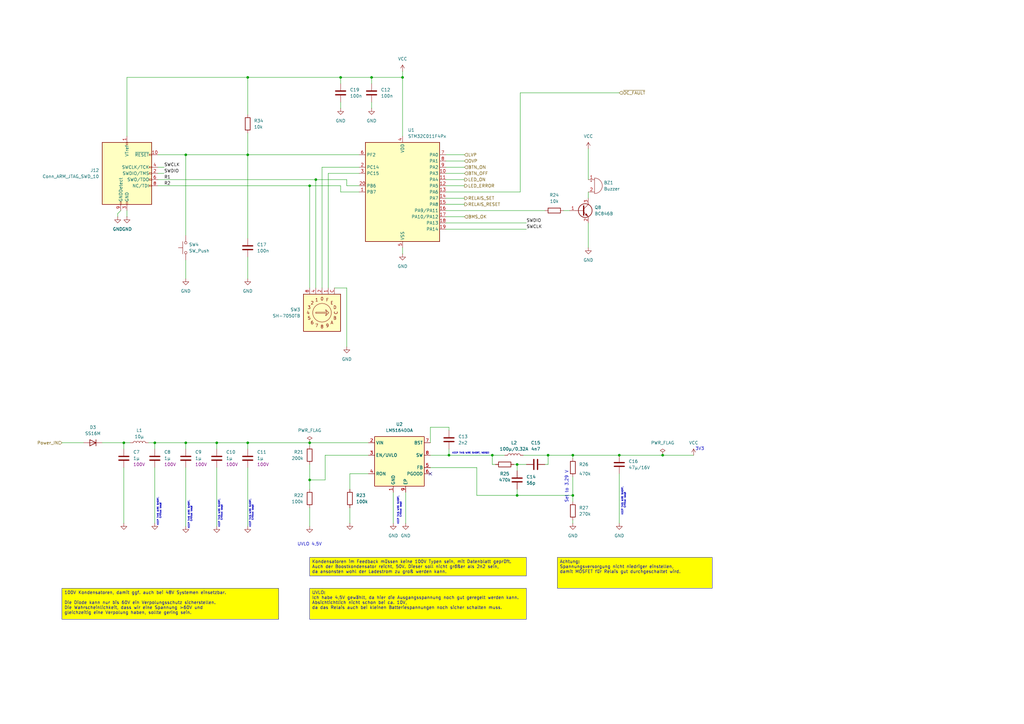
<source format=kicad_sch>
(kicad_sch
	(version 20250114)
	(generator "eeschema")
	(generator_version "9.0")
	(uuid "72baee58-3acb-4381-8344-e659d9461441")
	(paper "A3")
	(lib_symbols
		(symbol "Connector:Conn_ARM_JTAG_SWD_10"
			(pin_names
				(offset 1.016)
			)
			(exclude_from_sim no)
			(in_bom yes)
			(on_board yes)
			(property "Reference" "J"
				(at -2.54 16.51 0)
				(effects
					(font
						(size 1.27 1.27)
					)
					(justify right)
				)
			)
			(property "Value" "Conn_ARM_JTAG_SWD_10"
				(at -2.54 13.97 0)
				(effects
					(font
						(size 1.27 1.27)
					)
					(justify right bottom)
				)
			)
			(property "Footprint" ""
				(at 0 0 0)
				(effects
					(font
						(size 1.27 1.27)
					)
					(hide yes)
				)
			)
			(property "Datasheet" "http://infocenter.arm.com/help/topic/com.arm.doc.ddi0314h/DDI0314H_coresight_components_trm.pdf"
				(at -8.89 -31.75 90)
				(effects
					(font
						(size 1.27 1.27)
					)
					(hide yes)
				)
			)
			(property "Description" "Cortex Debug Connector, standard ARM Cortex-M SWD and JTAG interface"
				(at 0 0 0)
				(effects
					(font
						(size 1.27 1.27)
					)
					(hide yes)
				)
			)
			(property "ki_keywords" "Cortex Debug Connector ARM SWD JTAG"
				(at 0 0 0)
				(effects
					(font
						(size 1.27 1.27)
					)
					(hide yes)
				)
			)
			(property "ki_fp_filters" "PinHeader?2x05?P1.27mm*"
				(at 0 0 0)
				(effects
					(font
						(size 1.27 1.27)
					)
					(hide yes)
				)
			)
			(symbol "Conn_ARM_JTAG_SWD_10_0_1"
				(rectangle
					(start -10.16 12.7)
					(end 10.16 -12.7)
					(stroke
						(width 0.254)
						(type default)
					)
					(fill
						(type background)
					)
				)
				(rectangle
					(start -2.794 -12.7)
					(end -2.286 -11.684)
					(stroke
						(width 0)
						(type default)
					)
					(fill
						(type none)
					)
				)
				(rectangle
					(start -0.254 12.7)
					(end 0.254 11.684)
					(stroke
						(width 0)
						(type default)
					)
					(fill
						(type none)
					)
				)
				(rectangle
					(start -0.254 -12.7)
					(end 0.254 -11.684)
					(stroke
						(width 0)
						(type default)
					)
					(fill
						(type none)
					)
				)
				(rectangle
					(start 9.144 2.286)
					(end 10.16 2.794)
					(stroke
						(width 0)
						(type default)
					)
					(fill
						(type none)
					)
				)
				(rectangle
					(start 10.16 7.874)
					(end 9.144 7.366)
					(stroke
						(width 0)
						(type default)
					)
					(fill
						(type none)
					)
				)
				(rectangle
					(start 10.16 -0.254)
					(end 9.144 0.254)
					(stroke
						(width 0)
						(type default)
					)
					(fill
						(type none)
					)
				)
				(rectangle
					(start 10.16 -2.794)
					(end 9.144 -2.286)
					(stroke
						(width 0)
						(type default)
					)
					(fill
						(type none)
					)
				)
			)
			(symbol "Conn_ARM_JTAG_SWD_10_1_1"
				(rectangle
					(start 9.144 -5.334)
					(end 10.16 -4.826)
					(stroke
						(width 0)
						(type default)
					)
					(fill
						(type none)
					)
				)
				(pin no_connect line
					(at -10.16 0 0)
					(length 2.54)
					(hide yes)
					(name "KEY"
						(effects
							(font
								(size 1.27 1.27)
							)
						)
					)
					(number "7"
						(effects
							(font
								(size 1.27 1.27)
							)
						)
					)
				)
				(pin passive line
					(at -2.54 -15.24 90)
					(length 2.54)
					(name "GNDDetect"
						(effects
							(font
								(size 1.27 1.27)
							)
						)
					)
					(number "9"
						(effects
							(font
								(size 1.27 1.27)
							)
						)
					)
				)
				(pin power_in line
					(at 0 15.24 270)
					(length 2.54)
					(name "VTref"
						(effects
							(font
								(size 1.27 1.27)
							)
						)
					)
					(number "1"
						(effects
							(font
								(size 1.27 1.27)
							)
						)
					)
				)
				(pin power_in line
					(at 0 -15.24 90)
					(length 2.54)
					(name "GND"
						(effects
							(font
								(size 1.27 1.27)
							)
						)
					)
					(number "3"
						(effects
							(font
								(size 1.27 1.27)
							)
						)
					)
				)
				(pin passive line
					(at 0 -15.24 90)
					(length 2.54)
					(hide yes)
					(name "GND"
						(effects
							(font
								(size 1.27 1.27)
							)
						)
					)
					(number "5"
						(effects
							(font
								(size 1.27 1.27)
							)
						)
					)
				)
				(pin open_collector line
					(at 12.7 7.62 180)
					(length 2.54)
					(name "~{RESET}"
						(effects
							(font
								(size 1.27 1.27)
							)
						)
					)
					(number "10"
						(effects
							(font
								(size 1.27 1.27)
							)
						)
					)
				)
				(pin output line
					(at 12.7 2.54 180)
					(length 2.54)
					(name "SWCLK/TCK"
						(effects
							(font
								(size 1.27 1.27)
							)
						)
					)
					(number "4"
						(effects
							(font
								(size 1.27 1.27)
							)
						)
					)
				)
				(pin bidirectional line
					(at 12.7 0 180)
					(length 2.54)
					(name "SWDIO/TMS"
						(effects
							(font
								(size 1.27 1.27)
							)
						)
					)
					(number "2"
						(effects
							(font
								(size 1.27 1.27)
							)
						)
					)
				)
				(pin input line
					(at 12.7 -2.54 180)
					(length 2.54)
					(name "SWO/TDO"
						(effects
							(font
								(size 1.27 1.27)
							)
						)
					)
					(number "6"
						(effects
							(font
								(size 1.27 1.27)
							)
						)
					)
				)
				(pin output line
					(at 12.7 -5.08 180)
					(length 2.54)
					(name "NC/TDI"
						(effects
							(font
								(size 1.27 1.27)
							)
						)
					)
					(number "8"
						(effects
							(font
								(size 1.27 1.27)
							)
						)
					)
				)
			)
			(embedded_fonts no)
		)
		(symbol "Device:Buzzer"
			(pin_names
				(offset 0.0254)
				(hide yes)
			)
			(exclude_from_sim no)
			(in_bom yes)
			(on_board yes)
			(property "Reference" "BZ"
				(at 3.81 1.27 0)
				(effects
					(font
						(size 1.27 1.27)
					)
					(justify left)
				)
			)
			(property "Value" "Buzzer"
				(at 3.81 -1.27 0)
				(effects
					(font
						(size 1.27 1.27)
					)
					(justify left)
				)
			)
			(property "Footprint" ""
				(at -0.635 2.54 90)
				(effects
					(font
						(size 1.27 1.27)
					)
					(hide yes)
				)
			)
			(property "Datasheet" "~"
				(at -0.635 2.54 90)
				(effects
					(font
						(size 1.27 1.27)
					)
					(hide yes)
				)
			)
			(property "Description" "Buzzer, polarized"
				(at 0 0 0)
				(effects
					(font
						(size 1.27 1.27)
					)
					(hide yes)
				)
			)
			(property "ki_keywords" "quartz resonator ceramic"
				(at 0 0 0)
				(effects
					(font
						(size 1.27 1.27)
					)
					(hide yes)
				)
			)
			(property "ki_fp_filters" "*Buzzer*"
				(at 0 0 0)
				(effects
					(font
						(size 1.27 1.27)
					)
					(hide yes)
				)
			)
			(symbol "Buzzer_0_1"
				(polyline
					(pts
						(xy -1.651 1.905) (xy -1.143 1.905)
					)
					(stroke
						(width 0)
						(type default)
					)
					(fill
						(type none)
					)
				)
				(polyline
					(pts
						(xy -1.397 2.159) (xy -1.397 1.651)
					)
					(stroke
						(width 0)
						(type default)
					)
					(fill
						(type none)
					)
				)
				(arc
					(start 0 3.175)
					(mid 3.1612 0)
					(end 0 -3.175)
					(stroke
						(width 0)
						(type default)
					)
					(fill
						(type none)
					)
				)
				(polyline
					(pts
						(xy 0 3.175) (xy 0 -3.175)
					)
					(stroke
						(width 0)
						(type default)
					)
					(fill
						(type none)
					)
				)
			)
			(symbol "Buzzer_1_1"
				(pin passive line
					(at -2.54 2.54 0)
					(length 2.54)
					(name "+"
						(effects
							(font
								(size 1.27 1.27)
							)
						)
					)
					(number "1"
						(effects
							(font
								(size 1.27 1.27)
							)
						)
					)
				)
				(pin passive line
					(at -2.54 -2.54 0)
					(length 2.54)
					(name "-"
						(effects
							(font
								(size 1.27 1.27)
							)
						)
					)
					(number "2"
						(effects
							(font
								(size 1.27 1.27)
							)
						)
					)
				)
			)
			(embedded_fonts no)
		)
		(symbol "Device:C"
			(pin_numbers
				(hide yes)
			)
			(pin_names
				(offset 0.254)
			)
			(exclude_from_sim no)
			(in_bom yes)
			(on_board yes)
			(property "Reference" "C"
				(at 0.635 2.54 0)
				(effects
					(font
						(size 1.27 1.27)
					)
					(justify left)
				)
			)
			(property "Value" "C"
				(at 0.635 -2.54 0)
				(effects
					(font
						(size 1.27 1.27)
					)
					(justify left)
				)
			)
			(property "Footprint" ""
				(at 0.9652 -3.81 0)
				(effects
					(font
						(size 1.27 1.27)
					)
					(hide yes)
				)
			)
			(property "Datasheet" "~"
				(at 0 0 0)
				(effects
					(font
						(size 1.27 1.27)
					)
					(hide yes)
				)
			)
			(property "Description" "Unpolarized capacitor"
				(at 0 0 0)
				(effects
					(font
						(size 1.27 1.27)
					)
					(hide yes)
				)
			)
			(property "ki_keywords" "cap capacitor"
				(at 0 0 0)
				(effects
					(font
						(size 1.27 1.27)
					)
					(hide yes)
				)
			)
			(property "ki_fp_filters" "C_*"
				(at 0 0 0)
				(effects
					(font
						(size 1.27 1.27)
					)
					(hide yes)
				)
			)
			(symbol "C_0_1"
				(polyline
					(pts
						(xy -2.032 0.762) (xy 2.032 0.762)
					)
					(stroke
						(width 0.508)
						(type default)
					)
					(fill
						(type none)
					)
				)
				(polyline
					(pts
						(xy -2.032 -0.762) (xy 2.032 -0.762)
					)
					(stroke
						(width 0.508)
						(type default)
					)
					(fill
						(type none)
					)
				)
			)
			(symbol "C_1_1"
				(pin passive line
					(at 0 3.81 270)
					(length 2.794)
					(name "~"
						(effects
							(font
								(size 1.27 1.27)
							)
						)
					)
					(number "1"
						(effects
							(font
								(size 1.27 1.27)
							)
						)
					)
				)
				(pin passive line
					(at 0 -3.81 90)
					(length 2.794)
					(name "~"
						(effects
							(font
								(size 1.27 1.27)
							)
						)
					)
					(number "2"
						(effects
							(font
								(size 1.27 1.27)
							)
						)
					)
				)
			)
			(embedded_fonts no)
		)
		(symbol "Device:D"
			(pin_numbers
				(hide yes)
			)
			(pin_names
				(offset 1.016)
				(hide yes)
			)
			(exclude_from_sim no)
			(in_bom yes)
			(on_board yes)
			(property "Reference" "D"
				(at 0 2.54 0)
				(effects
					(font
						(size 1.27 1.27)
					)
				)
			)
			(property "Value" "D"
				(at 0 -2.54 0)
				(effects
					(font
						(size 1.27 1.27)
					)
				)
			)
			(property "Footprint" ""
				(at 0 0 0)
				(effects
					(font
						(size 1.27 1.27)
					)
					(hide yes)
				)
			)
			(property "Datasheet" "~"
				(at 0 0 0)
				(effects
					(font
						(size 1.27 1.27)
					)
					(hide yes)
				)
			)
			(property "Description" "Diode"
				(at 0 0 0)
				(effects
					(font
						(size 1.27 1.27)
					)
					(hide yes)
				)
			)
			(property "Sim.Device" "D"
				(at 0 0 0)
				(effects
					(font
						(size 1.27 1.27)
					)
					(hide yes)
				)
			)
			(property "Sim.Pins" "1=K 2=A"
				(at 0 0 0)
				(effects
					(font
						(size 1.27 1.27)
					)
					(hide yes)
				)
			)
			(property "ki_keywords" "diode"
				(at 0 0 0)
				(effects
					(font
						(size 1.27 1.27)
					)
					(hide yes)
				)
			)
			(property "ki_fp_filters" "TO-???* *_Diode_* *SingleDiode* D_*"
				(at 0 0 0)
				(effects
					(font
						(size 1.27 1.27)
					)
					(hide yes)
				)
			)
			(symbol "D_0_1"
				(polyline
					(pts
						(xy -1.27 1.27) (xy -1.27 -1.27)
					)
					(stroke
						(width 0.254)
						(type default)
					)
					(fill
						(type none)
					)
				)
				(polyline
					(pts
						(xy 1.27 1.27) (xy 1.27 -1.27) (xy -1.27 0) (xy 1.27 1.27)
					)
					(stroke
						(width 0.254)
						(type default)
					)
					(fill
						(type none)
					)
				)
				(polyline
					(pts
						(xy 1.27 0) (xy -1.27 0)
					)
					(stroke
						(width 0)
						(type default)
					)
					(fill
						(type none)
					)
				)
			)
			(symbol "D_1_1"
				(pin passive line
					(at -3.81 0 0)
					(length 2.54)
					(name "K"
						(effects
							(font
								(size 1.27 1.27)
							)
						)
					)
					(number "1"
						(effects
							(font
								(size 1.27 1.27)
							)
						)
					)
				)
				(pin passive line
					(at 3.81 0 180)
					(length 2.54)
					(name "A"
						(effects
							(font
								(size 1.27 1.27)
							)
						)
					)
					(number "2"
						(effects
							(font
								(size 1.27 1.27)
							)
						)
					)
				)
			)
			(embedded_fonts no)
		)
		(symbol "Device:L"
			(pin_numbers
				(hide yes)
			)
			(pin_names
				(offset 1.016)
				(hide yes)
			)
			(exclude_from_sim no)
			(in_bom yes)
			(on_board yes)
			(property "Reference" "L"
				(at -1.27 0 90)
				(effects
					(font
						(size 1.27 1.27)
					)
				)
			)
			(property "Value" "L"
				(at 1.905 0 90)
				(effects
					(font
						(size 1.27 1.27)
					)
				)
			)
			(property "Footprint" ""
				(at 0 0 0)
				(effects
					(font
						(size 1.27 1.27)
					)
					(hide yes)
				)
			)
			(property "Datasheet" "~"
				(at 0 0 0)
				(effects
					(font
						(size 1.27 1.27)
					)
					(hide yes)
				)
			)
			(property "Description" "Inductor"
				(at 0 0 0)
				(effects
					(font
						(size 1.27 1.27)
					)
					(hide yes)
				)
			)
			(property "ki_keywords" "inductor choke coil reactor magnetic"
				(at 0 0 0)
				(effects
					(font
						(size 1.27 1.27)
					)
					(hide yes)
				)
			)
			(property "ki_fp_filters" "Choke_* *Coil* Inductor_* L_*"
				(at 0 0 0)
				(effects
					(font
						(size 1.27 1.27)
					)
					(hide yes)
				)
			)
			(symbol "L_0_1"
				(arc
					(start 0 2.54)
					(mid 0.6323 1.905)
					(end 0 1.27)
					(stroke
						(width 0)
						(type default)
					)
					(fill
						(type none)
					)
				)
				(arc
					(start 0 1.27)
					(mid 0.6323 0.635)
					(end 0 0)
					(stroke
						(width 0)
						(type default)
					)
					(fill
						(type none)
					)
				)
				(arc
					(start 0 0)
					(mid 0.6323 -0.635)
					(end 0 -1.27)
					(stroke
						(width 0)
						(type default)
					)
					(fill
						(type none)
					)
				)
				(arc
					(start 0 -1.27)
					(mid 0.6323 -1.905)
					(end 0 -2.54)
					(stroke
						(width 0)
						(type default)
					)
					(fill
						(type none)
					)
				)
			)
			(symbol "L_1_1"
				(pin passive line
					(at 0 3.81 270)
					(length 1.27)
					(name "1"
						(effects
							(font
								(size 1.27 1.27)
							)
						)
					)
					(number "1"
						(effects
							(font
								(size 1.27 1.27)
							)
						)
					)
				)
				(pin passive line
					(at 0 -3.81 90)
					(length 1.27)
					(name "2"
						(effects
							(font
								(size 1.27 1.27)
							)
						)
					)
					(number "2"
						(effects
							(font
								(size 1.27 1.27)
							)
						)
					)
				)
			)
			(embedded_fonts no)
		)
		(symbol "Device:R"
			(pin_numbers
				(hide yes)
			)
			(pin_names
				(offset 0)
			)
			(exclude_from_sim no)
			(in_bom yes)
			(on_board yes)
			(property "Reference" "R"
				(at 2.032 0 90)
				(effects
					(font
						(size 1.27 1.27)
					)
				)
			)
			(property "Value" "R"
				(at 0 0 90)
				(effects
					(font
						(size 1.27 1.27)
					)
				)
			)
			(property "Footprint" ""
				(at -1.778 0 90)
				(effects
					(font
						(size 1.27 1.27)
					)
					(hide yes)
				)
			)
			(property "Datasheet" "~"
				(at 0 0 0)
				(effects
					(font
						(size 1.27 1.27)
					)
					(hide yes)
				)
			)
			(property "Description" "Resistor"
				(at 0 0 0)
				(effects
					(font
						(size 1.27 1.27)
					)
					(hide yes)
				)
			)
			(property "ki_keywords" "R res resistor"
				(at 0 0 0)
				(effects
					(font
						(size 1.27 1.27)
					)
					(hide yes)
				)
			)
			(property "ki_fp_filters" "R_*"
				(at 0 0 0)
				(effects
					(font
						(size 1.27 1.27)
					)
					(hide yes)
				)
			)
			(symbol "R_0_1"
				(rectangle
					(start -1.016 -2.54)
					(end 1.016 2.54)
					(stroke
						(width 0.254)
						(type default)
					)
					(fill
						(type none)
					)
				)
			)
			(symbol "R_1_1"
				(pin passive line
					(at 0 3.81 270)
					(length 1.27)
					(name "~"
						(effects
							(font
								(size 1.27 1.27)
							)
						)
					)
					(number "1"
						(effects
							(font
								(size 1.27 1.27)
							)
						)
					)
				)
				(pin passive line
					(at 0 -3.81 90)
					(length 1.27)
					(name "~"
						(effects
							(font
								(size 1.27 1.27)
							)
						)
					)
					(number "2"
						(effects
							(font
								(size 1.27 1.27)
							)
						)
					)
				)
			)
			(embedded_fonts no)
		)
		(symbol "MCU_ST_STM32C0:STM32C011F4Px"
			(exclude_from_sim no)
			(in_bom yes)
			(on_board yes)
			(property "Reference" "U"
				(at -15.24 21.59 0)
				(effects
					(font
						(size 1.27 1.27)
					)
					(justify left)
				)
			)
			(property "Value" "STM32C011F4Px"
				(at 2.54 21.59 0)
				(effects
					(font
						(size 1.27 1.27)
					)
					(justify left)
				)
			)
			(property "Footprint" "Package_SO:TSSOP-20_4.4x6.5mm_P0.65mm"
				(at -15.24 -20.32 0)
				(effects
					(font
						(size 1.27 1.27)
					)
					(justify right)
					(hide yes)
				)
			)
			(property "Datasheet" "https://www.st.com/resource/en/datasheet/stm32c011f4.pdf"
				(at 0 0 0)
				(effects
					(font
						(size 1.27 1.27)
					)
					(hide yes)
				)
			)
			(property "Description" "STMicroelectronics Arm Cortex-M0+ MCU, 16KB flash, 6KB RAM, 48 MHz, 2.0-3.6V, 18 GPIO, TSSOP20"
				(at 0 0 0)
				(effects
					(font
						(size 1.27 1.27)
					)
					(hide yes)
				)
			)
			(property "ki_keywords" "Arm Cortex-M0+ STM32C0 STM32C0x1"
				(at 0 0 0)
				(effects
					(font
						(size 1.27 1.27)
					)
					(hide yes)
				)
			)
			(property "ki_fp_filters" "TSSOP*4.4x6.5mm*P0.65mm*"
				(at 0 0 0)
				(effects
					(font
						(size 1.27 1.27)
					)
					(hide yes)
				)
			)
			(symbol "STM32C011F4Px_0_1"
				(rectangle
					(start -15.24 -20.32)
					(end 15.24 20.32)
					(stroke
						(width 0.254)
						(type default)
					)
					(fill
						(type background)
					)
				)
			)
			(symbol "STM32C011F4Px_1_1"
				(pin bidirectional line
					(at -17.78 15.24 0)
					(length 2.54)
					(name "PF2"
						(effects
							(font
								(size 1.27 1.27)
							)
						)
					)
					(number "6"
						(effects
							(font
								(size 1.27 1.27)
							)
						)
					)
					(alternate "RCC_MCO" bidirectional line)
					(alternate "TIM1_CH4" bidirectional line)
				)
				(pin bidirectional line
					(at -17.78 10.16 0)
					(length 2.54)
					(name "PC14"
						(effects
							(font
								(size 1.27 1.27)
							)
						)
					)
					(number "2"
						(effects
							(font
								(size 1.27 1.27)
							)
						)
					)
					(alternate "I2C1_SDA" bidirectional line)
					(alternate "IR_OUT" bidirectional line)
					(alternate "RCC_OSCX_IN" bidirectional line)
					(alternate "TIM17_CH1" bidirectional line)
					(alternate "TIM1_BKIN2" bidirectional line)
					(alternate "TIM1_ETR" bidirectional line)
					(alternate "TIM3_CH2" bidirectional line)
					(alternate "USART1_TX" bidirectional line)
					(alternate "USART2_CK" bidirectional line)
					(alternate "USART2_DE" bidirectional line)
					(alternate "USART2_RTS" bidirectional line)
				)
				(pin bidirectional line
					(at -17.78 7.62 0)
					(length 2.54)
					(name "PC15"
						(effects
							(font
								(size 1.27 1.27)
							)
						)
					)
					(number "3"
						(effects
							(font
								(size 1.27 1.27)
							)
						)
					)
					(alternate "RCC_OSC32_EN" bidirectional line)
					(alternate "RCC_OSCX_OUT" bidirectional line)
					(alternate "RCC_OSC_EN" bidirectional line)
					(alternate "TIM1_ETR" bidirectional line)
					(alternate "TIM3_CH3" bidirectional line)
				)
				(pin bidirectional line
					(at -17.78 2.54 0)
					(length 2.54)
					(name "PB6"
						(effects
							(font
								(size 1.27 1.27)
							)
						)
					)
					(number "20"
						(effects
							(font
								(size 1.27 1.27)
							)
						)
					)
					(alternate "I2C1_SCL" bidirectional line)
					(alternate "I2C1_SMBA" bidirectional line)
					(alternate "I2S1_CK" bidirectional line)
					(alternate "I2S1_MCK" bidirectional line)
					(alternate "I2S1_SD" bidirectional line)
					(alternate "PWR_WKUP3" bidirectional line)
					(alternate "SPI1_MISO" bidirectional line)
					(alternate "SPI1_MOSI" bidirectional line)
					(alternate "SPI1_SCK" bidirectional line)
					(alternate "TIM16_BKIN" bidirectional line)
					(alternate "TIM16_CH1N" bidirectional line)
					(alternate "TIM17_BKIN" bidirectional line)
					(alternate "TIM1_CH2" bidirectional line)
					(alternate "TIM1_CH3" bidirectional line)
					(alternate "TIM3_CH1" bidirectional line)
					(alternate "TIM3_CH2" bidirectional line)
					(alternate "TIM3_CH3" bidirectional line)
					(alternate "USART1_CK" bidirectional line)
					(alternate "USART1_CTS" bidirectional line)
					(alternate "USART1_DE" bidirectional line)
					(alternate "USART1_NSS" bidirectional line)
					(alternate "USART1_RTS" bidirectional line)
					(alternate "USART1_TX" bidirectional line)
				)
				(pin bidirectional line
					(at -17.78 0 0)
					(length 2.54)
					(name "PB7"
						(effects
							(font
								(size 1.27 1.27)
							)
						)
					)
					(number "1"
						(effects
							(font
								(size 1.27 1.27)
							)
						)
					)
					(alternate "I2C1_SCL" bidirectional line)
					(alternate "I2C1_SDA" bidirectional line)
					(alternate "RTC_REFIN" bidirectional line)
					(alternate "TIM16_CH1" bidirectional line)
					(alternate "TIM17_CH1N" bidirectional line)
					(alternate "TIM1_CH4" bidirectional line)
					(alternate "TIM3_CH1" bidirectional line)
					(alternate "TIM3_CH4" bidirectional line)
					(alternate "USART1_RX" bidirectional line)
					(alternate "USART2_CTS" bidirectional line)
					(alternate "USART2_NSS" bidirectional line)
				)
				(pin power_in line
					(at 0 22.86 270)
					(length 2.54)
					(name "VDD"
						(effects
							(font
								(size 1.27 1.27)
							)
						)
					)
					(number "4"
						(effects
							(font
								(size 1.27 1.27)
							)
						)
					)
				)
				(pin power_in line
					(at 0 -22.86 90)
					(length 2.54)
					(name "VSS"
						(effects
							(font
								(size 1.27 1.27)
							)
						)
					)
					(number "5"
						(effects
							(font
								(size 1.27 1.27)
							)
						)
					)
				)
				(pin bidirectional line
					(at 17.78 15.24 180)
					(length 2.54)
					(name "PA0"
						(effects
							(font
								(size 1.27 1.27)
							)
						)
					)
					(number "7"
						(effects
							(font
								(size 1.27 1.27)
							)
						)
					)
					(alternate "ADC1_IN0" bidirectional line)
					(alternate "PWR_WKUP1" bidirectional line)
					(alternate "TIM16_CH1" bidirectional line)
					(alternate "TIM1_CH1" bidirectional line)
					(alternate "USART1_TX" bidirectional line)
					(alternate "USART2_CTS" bidirectional line)
					(alternate "USART2_NSS" bidirectional line)
				)
				(pin bidirectional line
					(at 17.78 12.7 180)
					(length 2.54)
					(name "PA1"
						(effects
							(font
								(size 1.27 1.27)
							)
						)
					)
					(number "8"
						(effects
							(font
								(size 1.27 1.27)
							)
						)
					)
					(alternate "ADC1_IN1" bidirectional line)
					(alternate "I2C1_SMBA" bidirectional line)
					(alternate "I2S1_CK" bidirectional line)
					(alternate "SPI1_SCK" bidirectional line)
					(alternate "TIM17_CH1" bidirectional line)
					(alternate "TIM1_CH2" bidirectional line)
					(alternate "USART1_RX" bidirectional line)
					(alternate "USART2_CK" bidirectional line)
					(alternate "USART2_DE" bidirectional line)
					(alternate "USART2_RTS" bidirectional line)
				)
				(pin bidirectional line
					(at 17.78 10.16 180)
					(length 2.54)
					(name "PA2"
						(effects
							(font
								(size 1.27 1.27)
							)
						)
					)
					(number "9"
						(effects
							(font
								(size 1.27 1.27)
							)
						)
					)
					(alternate "ADC1_IN2" bidirectional line)
					(alternate "I2S1_SD" bidirectional line)
					(alternate "PWR_WKUP4" bidirectional line)
					(alternate "RCC_LSCO" bidirectional line)
					(alternate "SPI1_MOSI" bidirectional line)
					(alternate "TIM16_CH1N" bidirectional line)
					(alternate "TIM1_CH3" bidirectional line)
					(alternate "TIM3_ETR" bidirectional line)
					(alternate "USART2_TX" bidirectional line)
				)
				(pin bidirectional line
					(at 17.78 7.62 180)
					(length 2.54)
					(name "PA3"
						(effects
							(font
								(size 1.27 1.27)
							)
						)
					)
					(number "10"
						(effects
							(font
								(size 1.27 1.27)
							)
						)
					)
					(alternate "ADC1_IN3" bidirectional line)
					(alternate "TIM1_CH1N" bidirectional line)
					(alternate "TIM1_CH4" bidirectional line)
					(alternate "USART2_RX" bidirectional line)
				)
				(pin bidirectional line
					(at 17.78 5.08 180)
					(length 2.54)
					(name "PA4"
						(effects
							(font
								(size 1.27 1.27)
							)
						)
					)
					(number "11"
						(effects
							(font
								(size 1.27 1.27)
							)
						)
					)
					(alternate "ADC1_IN4" bidirectional line)
					(alternate "I2S1_WS" bidirectional line)
					(alternate "PWR_WKUP2" bidirectional line)
					(alternate "RTC_OUT1" bidirectional line)
					(alternate "RTC_TS" bidirectional line)
					(alternate "SPI1_NSS" bidirectional line)
					(alternate "TIM14_CH1" bidirectional line)
					(alternate "TIM17_CH1N" bidirectional line)
					(alternate "TIM1_CH2N" bidirectional line)
					(alternate "USART2_TX" bidirectional line)
				)
				(pin bidirectional line
					(at 17.78 2.54 180)
					(length 2.54)
					(name "PA5"
						(effects
							(font
								(size 1.27 1.27)
							)
						)
					)
					(number "12"
						(effects
							(font
								(size 1.27 1.27)
							)
						)
					)
					(alternate "ADC1_IN5" bidirectional line)
					(alternate "I2S1_CK" bidirectional line)
					(alternate "SPI1_SCK" bidirectional line)
					(alternate "TIM1_CH1" bidirectional line)
					(alternate "TIM1_CH3N" bidirectional line)
					(alternate "USART2_RX" bidirectional line)
				)
				(pin bidirectional line
					(at 17.78 0 180)
					(length 2.54)
					(name "PA6"
						(effects
							(font
								(size 1.27 1.27)
							)
						)
					)
					(number "13"
						(effects
							(font
								(size 1.27 1.27)
							)
						)
					)
					(alternate "ADC1_IN6" bidirectional line)
					(alternate "I2S1_MCK" bidirectional line)
					(alternate "SPI1_MISO" bidirectional line)
					(alternate "TIM16_CH1" bidirectional line)
					(alternate "TIM1_BKIN" bidirectional line)
					(alternate "TIM3_CH1" bidirectional line)
				)
				(pin bidirectional line
					(at 17.78 -2.54 180)
					(length 2.54)
					(name "PA7"
						(effects
							(font
								(size 1.27 1.27)
							)
						)
					)
					(number "14"
						(effects
							(font
								(size 1.27 1.27)
							)
						)
					)
					(alternate "ADC1_IN7" bidirectional line)
					(alternate "I2S1_SD" bidirectional line)
					(alternate "SPI1_MOSI" bidirectional line)
					(alternate "TIM14_CH1" bidirectional line)
					(alternate "TIM17_CH1" bidirectional line)
					(alternate "TIM1_CH1N" bidirectional line)
					(alternate "TIM3_CH2" bidirectional line)
				)
				(pin bidirectional line
					(at 17.78 -5.08 180)
					(length 2.54)
					(name "PA8"
						(effects
							(font
								(size 1.27 1.27)
							)
						)
					)
					(number "15"
						(effects
							(font
								(size 1.27 1.27)
							)
						)
					)
					(alternate "ADC1_IN8" bidirectional line)
					(alternate "I2S1_WS" bidirectional line)
					(alternate "RCC_MCO" bidirectional line)
					(alternate "RCC_MCO_2" bidirectional line)
					(alternate "SPI1_NSS" bidirectional line)
					(alternate "TIM14_CH1" bidirectional line)
					(alternate "TIM1_CH1" bidirectional line)
					(alternate "TIM1_CH2N" bidirectional line)
					(alternate "TIM1_CH3N" bidirectional line)
					(alternate "TIM3_CH3" bidirectional line)
					(alternate "TIM3_CH4" bidirectional line)
					(alternate "USART1_RX" bidirectional line)
					(alternate "USART2_TX" bidirectional line)
				)
				(pin bidirectional line
					(at 17.78 -7.62 180)
					(length 2.54)
					(name "PA9/PA11"
						(effects
							(font
								(size 1.27 1.27)
							)
						)
					)
					(number "16"
						(effects
							(font
								(size 1.27 1.27)
							)
						)
					)
					(alternate "ADC1_EXTI11 (PA11)" bidirectional line)
					(alternate "ADC1_IN11 (PA11)" bidirectional line)
					(alternate "I2C1_SCL (PA9)" bidirectional line)
					(alternate "I2S1_MCK (PA11)" bidirectional line)
					(alternate "PA11" bidirectional line)
					(alternate "PA9" bidirectional line)
					(alternate "RCC_MCO (PA9)" bidirectional line)
					(alternate "SPI1_MISO (PA11)" bidirectional line)
					(alternate "TIM1_BKIN2 (PA11)" bidirectional line)
					(alternate "TIM1_CH2 (PA9)" bidirectional line)
					(alternate "TIM1_CH4 (PA11)" bidirectional line)
					(alternate "TIM3_ETR (PA9)" bidirectional line)
					(alternate "USART1_CTS (PA11)" bidirectional line)
					(alternate "USART1_NSS (PA11)" bidirectional line)
					(alternate "USART1_TX (PA9)" bidirectional line)
				)
				(pin bidirectional line
					(at 17.78 -10.16 180)
					(length 2.54)
					(name "PA10/PA12"
						(effects
							(font
								(size 1.27 1.27)
							)
						)
					)
					(number "17"
						(effects
							(font
								(size 1.27 1.27)
							)
						)
					)
					(alternate "ADC1_IN12 (PA12)" bidirectional line)
					(alternate "I2C1_SDA (PA10)" bidirectional line)
					(alternate "I2S1_SD (PA12)" bidirectional line)
					(alternate "I2S_CKIN (PA12)" bidirectional line)
					(alternate "PA10" bidirectional line)
					(alternate "PA12" bidirectional line)
					(alternate "RCC_MCO_2 (PA10)" bidirectional line)
					(alternate "SPI1_MOSI (PA12)" bidirectional line)
					(alternate "TIM17_BKIN (PA10)" bidirectional line)
					(alternate "TIM1_CH3 (PA10)" bidirectional line)
					(alternate "TIM1_ETR (PA12)" bidirectional line)
					(alternate "USART1_CK (PA12)" bidirectional line)
					(alternate "USART1_DE (PA12)" bidirectional line)
					(alternate "USART1_RTS (PA12)" bidirectional line)
					(alternate "USART1_RX (PA10)" bidirectional line)
				)
				(pin bidirectional line
					(at 17.78 -12.7 180)
					(length 2.54)
					(name "PA13"
						(effects
							(font
								(size 1.27 1.27)
							)
						)
					)
					(number "18"
						(effects
							(font
								(size 1.27 1.27)
							)
						)
					)
					(alternate "ADC1_IN13" bidirectional line)
					(alternate "DEBUG_SWDIO" bidirectional line)
					(alternate "IR_OUT" bidirectional line)
					(alternate "TIM3_ETR" bidirectional line)
					(alternate "USART2_RX" bidirectional line)
				)
				(pin bidirectional line
					(at 17.78 -15.24 180)
					(length 2.54)
					(name "PA14"
						(effects
							(font
								(size 1.27 1.27)
							)
						)
					)
					(number "19"
						(effects
							(font
								(size 1.27 1.27)
							)
						)
					)
					(alternate "ADC1_IN14" bidirectional line)
					(alternate "DEBUG_SWCLK" bidirectional line)
					(alternate "I2S1_WS" bidirectional line)
					(alternate "RCC_MCO_2" bidirectional line)
					(alternate "SPI1_NSS" bidirectional line)
					(alternate "TIM1_CH1" bidirectional line)
					(alternate "USART1_CK" bidirectional line)
					(alternate "USART1_DE" bidirectional line)
					(alternate "USART1_RTS" bidirectional line)
					(alternate "USART2_RX" bidirectional line)
					(alternate "USART2_TX" bidirectional line)
				)
			)
			(embedded_fonts no)
		)
		(symbol "Regulator_Switching:LM5164DDA"
			(exclude_from_sim no)
			(in_bom yes)
			(on_board yes)
			(property "Reference" "U"
				(at -8.89 11.43 0)
				(effects
					(font
						(size 1.27 1.27)
					)
				)
			)
			(property "Value" "LM5164DDA"
				(at 5.08 11.43 0)
				(effects
					(font
						(size 1.27 1.27)
					)
				)
			)
			(property "Footprint" "Package_SO:HSOP-8-1EP_3.9x4.9mm_P1.27mm_EP2.41x3.1mm_ThermalVias"
				(at 1.27 -11.43 0)
				(effects
					(font
						(size 1.27 1.27)
					)
					(hide yes)
				)
			)
			(property "Datasheet" "https://www.ti.com/lit/ds/symlink/lm5164.pdf?ts=1598311864250&ref_url=https%253A%252F%252Fwww.ti.com%252Fproduct%252FLM5164%253FHQS%253DTI-null-null-octopart-df-pf-null-wwe"
				(at -7.62 8.89 0)
				(effects
					(font
						(size 1.27 1.27)
					)
					(hide yes)
				)
			)
			(property "Description" "1A synchronous buck converter with ultra-low IQ, 6V - 100V input, adjustable output voltage, HSOP-8"
				(at 0 0 0)
				(effects
					(font
						(size 1.27 1.27)
					)
					(hide yes)
				)
			)
			(property "ki_keywords" "step-down dc-dc buck regulator adjustable"
				(at 0 0 0)
				(effects
					(font
						(size 1.27 1.27)
					)
					(hide yes)
				)
			)
			(property "ki_fp_filters" "HSOP*1EP*3.9x4.9*P1.27mm*"
				(at 0 0 0)
				(effects
					(font
						(size 1.27 1.27)
					)
					(hide yes)
				)
			)
			(symbol "LM5164DDA_1_1"
				(rectangle
					(start -10.16 10.16)
					(end 10.16 -10.16)
					(stroke
						(width 0.254)
						(type default)
					)
					(fill
						(type background)
					)
				)
				(pin power_in line
					(at -12.7 7.62 0)
					(length 2.54)
					(name "VIN"
						(effects
							(font
								(size 1.27 1.27)
							)
						)
					)
					(number "2"
						(effects
							(font
								(size 1.27 1.27)
							)
						)
					)
				)
				(pin input line
					(at -12.7 2.54 0)
					(length 2.54)
					(name "EN/UVLO"
						(effects
							(font
								(size 1.27 1.27)
							)
						)
					)
					(number "3"
						(effects
							(font
								(size 1.27 1.27)
							)
						)
					)
				)
				(pin passive line
					(at -12.7 -5.08 0)
					(length 2.54)
					(name "RON"
						(effects
							(font
								(size 1.27 1.27)
							)
						)
					)
					(number "4"
						(effects
							(font
								(size 1.27 1.27)
							)
						)
					)
				)
				(pin power_in line
					(at -2.54 -12.7 90)
					(length 2.54)
					(name "GND"
						(effects
							(font
								(size 1.27 1.27)
							)
						)
					)
					(number "1"
						(effects
							(font
								(size 1.27 1.27)
							)
						)
					)
				)
				(pin passive line
					(at 2.54 -12.7 90)
					(length 2.54)
					(name "EP"
						(effects
							(font
								(size 1.27 1.27)
							)
						)
					)
					(number "9"
						(effects
							(font
								(size 1.27 1.27)
							)
						)
					)
				)
				(pin passive line
					(at 12.7 7.62 180)
					(length 2.54)
					(name "BST"
						(effects
							(font
								(size 1.27 1.27)
							)
						)
					)
					(number "7"
						(effects
							(font
								(size 1.27 1.27)
							)
						)
					)
				)
				(pin power_out line
					(at 12.7 2.54 180)
					(length 2.54)
					(name "SW"
						(effects
							(font
								(size 1.27 1.27)
							)
						)
					)
					(number "8"
						(effects
							(font
								(size 1.27 1.27)
							)
						)
					)
				)
				(pin input line
					(at 12.7 -2.54 180)
					(length 2.54)
					(name "FB"
						(effects
							(font
								(size 1.27 1.27)
							)
						)
					)
					(number "5"
						(effects
							(font
								(size 1.27 1.27)
							)
						)
					)
				)
				(pin open_collector line
					(at 12.7 -5.08 180)
					(length 2.54)
					(name "PGOOD"
						(effects
							(font
								(size 1.27 1.27)
							)
						)
					)
					(number "6"
						(effects
							(font
								(size 1.27 1.27)
							)
						)
					)
				)
			)
			(embedded_fonts no)
		)
		(symbol "Switch:SW_Coded_SH-7050"
			(pin_names
				(hide yes)
			)
			(exclude_from_sim no)
			(in_bom yes)
			(on_board yes)
			(property "Reference" "SW"
				(at -7.62 8.89 0)
				(effects
					(font
						(size 1.27 1.27)
					)
					(justify left)
				)
			)
			(property "Value" "SW_Coded_SH-7050"
				(at -7.62 -8.89 0)
				(effects
					(font
						(size 1.27 1.27)
					)
					(justify left)
				)
			)
			(property "Footprint" ""
				(at -7.62 -11.43 0)
				(effects
					(font
						(size 1.27 1.27)
					)
					(justify left)
					(hide yes)
				)
			)
			(property "Datasheet" "https://www.nidec-copal-electronics.com/e/catalog/switch/sh-7000.pdf"
				(at 0 0 0)
				(effects
					(font
						(size 1.27 1.27)
					)
					(hide yes)
				)
			)
			(property "Description" "Rotary switch, 4-bit encoding, 16 positions, Real code"
				(at 0 0 0)
				(effects
					(font
						(size 1.27 1.27)
					)
					(hide yes)
				)
			)
			(property "ki_keywords" "rotary hex Real"
				(at 0 0 0)
				(effects
					(font
						(size 1.27 1.27)
					)
					(hide yes)
				)
			)
			(property "ki_fp_filters" "Nidec*Copal*SH*7010*"
				(at 0 0 0)
				(effects
					(font
						(size 1.27 1.27)
					)
					(hide yes)
				)
			)
			(symbol "SW_Coded_SH-7050_0_0"
				(text "8"
					(at -5.715 0 900)
					(effects
						(font
							(size 1.27 1.27)
						)
					)
				)
				(text "9"
					(at -5.2832 2.1844 675)
					(effects
						(font
							(size 1.27 1.27)
						)
					)
				)
				(text "7"
					(at -5.2832 -2.1844 1125)
					(effects
						(font
							(size 1.27 1.27)
						)
					)
				)
				(text "A"
					(at -4.0386 4.0386 450)
					(effects
						(font
							(size 1.27 1.27)
						)
					)
				)
				(text "6"
					(at -4.0386 -4.0386 1350)
					(effects
						(font
							(size 1.27 1.27)
						)
					)
				)
				(text "B"
					(at -2.1844 5.2832 225)
					(effects
						(font
							(size 1.27 1.27)
						)
					)
				)
				(text "5"
					(at -2.1844 -5.2832 1575)
					(effects
						(font
							(size 1.27 1.27)
						)
					)
				)
				(text "C"
					(at 0 5.715 0)
					(effects
						(font
							(size 1.27 1.27)
						)
					)
				)
				(text "4"
					(at 0 -5.715 1800)
					(effects
						(font
							(size 1.27 1.27)
						)
					)
				)
				(text "D"
					(at 2.1844 5.2832 3375)
					(effects
						(font
							(size 1.27 1.27)
						)
					)
				)
				(text "3"
					(at 2.1844 -5.2832 2025)
					(effects
						(font
							(size 1.27 1.27)
						)
					)
				)
				(text "E"
					(at 4.0386 4.0386 3150)
					(effects
						(font
							(size 1.27 1.27)
						)
					)
				)
				(text "2"
					(at 4.0386 -4.0386 2250)
					(effects
						(font
							(size 1.27 1.27)
						)
					)
				)
				(text "F"
					(at 5.2832 2.1844 2925)
					(effects
						(font
							(size 1.27 1.27)
						)
					)
				)
				(text "1"
					(at 5.2832 -2.1844 2475)
					(effects
						(font
							(size 1.27 1.27)
						)
					)
				)
				(text "0"
					(at 5.715 0 2700)
					(effects
						(font
							(size 1.27 1.27)
						)
					)
				)
			)
			(symbol "SW_Coded_SH-7050_0_1"
				(polyline
					(pts
						(xy -0.254 -2.54) (xy -0.254 2.032) (xy -0.762 1.524) (xy -1.27 1.524) (xy 0 2.794) (xy 1.27 1.524)
						(xy 0.762 1.524) (xy 0.254 2.032) (xy 0.254 -2.54) (xy -0.254 -2.54) (xy -0.254 -2.54)
					)
					(stroke
						(width 0)
						(type default)
					)
					(fill
						(type none)
					)
				)
				(circle
					(center 0 0)
					(radius 3.81)
					(stroke
						(width 0)
						(type default)
					)
					(fill
						(type none)
					)
				)
				(rectangle
					(start 7.62 7.62)
					(end -7.62 -7.62)
					(stroke
						(width 0.254)
						(type default)
					)
					(fill
						(type background)
					)
				)
			)
			(symbol "SW_Coded_SH-7050_1_1"
				(pin passive line
					(at 10.16 5.08 180)
					(length 2.54)
					(name "C"
						(effects
							(font
								(size 1.27 1.27)
							)
						)
					)
					(number "C"
						(effects
							(font
								(size 1.27 1.27)
							)
						)
					)
				)
				(pin passive line
					(at 10.16 2.54 180)
					(length 2.54)
					(name "1"
						(effects
							(font
								(size 1.27 1.27)
							)
						)
					)
					(number "1"
						(effects
							(font
								(size 1.27 1.27)
							)
						)
					)
				)
				(pin passive line
					(at 10.16 0 180)
					(length 2.54)
					(name "2"
						(effects
							(font
								(size 1.27 1.27)
							)
						)
					)
					(number "2"
						(effects
							(font
								(size 1.27 1.27)
							)
						)
					)
				)
				(pin passive line
					(at 10.16 -2.54 180)
					(length 2.54)
					(name "4"
						(effects
							(font
								(size 1.27 1.27)
							)
						)
					)
					(number "4"
						(effects
							(font
								(size 1.27 1.27)
							)
						)
					)
				)
				(pin passive line
					(at 10.16 -5.08 180)
					(length 2.54)
					(name "8"
						(effects
							(font
								(size 1.27 1.27)
							)
						)
					)
					(number "8"
						(effects
							(font
								(size 1.27 1.27)
							)
						)
					)
				)
			)
			(embedded_fonts no)
		)
		(symbol "Switch:SW_Push"
			(pin_numbers
				(hide yes)
			)
			(pin_names
				(offset 1.016)
				(hide yes)
			)
			(exclude_from_sim no)
			(in_bom yes)
			(on_board yes)
			(property "Reference" "SW"
				(at 1.27 2.54 0)
				(effects
					(font
						(size 1.27 1.27)
					)
					(justify left)
				)
			)
			(property "Value" "SW_Push"
				(at 0 -1.524 0)
				(effects
					(font
						(size 1.27 1.27)
					)
				)
			)
			(property "Footprint" ""
				(at 0 5.08 0)
				(effects
					(font
						(size 1.27 1.27)
					)
					(hide yes)
				)
			)
			(property "Datasheet" "~"
				(at 0 5.08 0)
				(effects
					(font
						(size 1.27 1.27)
					)
					(hide yes)
				)
			)
			(property "Description" "Push button switch, generic, two pins"
				(at 0 0 0)
				(effects
					(font
						(size 1.27 1.27)
					)
					(hide yes)
				)
			)
			(property "ki_keywords" "switch normally-open pushbutton push-button"
				(at 0 0 0)
				(effects
					(font
						(size 1.27 1.27)
					)
					(hide yes)
				)
			)
			(symbol "SW_Push_0_1"
				(circle
					(center -2.032 0)
					(radius 0.508)
					(stroke
						(width 0)
						(type default)
					)
					(fill
						(type none)
					)
				)
				(polyline
					(pts
						(xy 0 1.27) (xy 0 3.048)
					)
					(stroke
						(width 0)
						(type default)
					)
					(fill
						(type none)
					)
				)
				(circle
					(center 2.032 0)
					(radius 0.508)
					(stroke
						(width 0)
						(type default)
					)
					(fill
						(type none)
					)
				)
				(polyline
					(pts
						(xy 2.54 1.27) (xy -2.54 1.27)
					)
					(stroke
						(width 0)
						(type default)
					)
					(fill
						(type none)
					)
				)
				(pin passive line
					(at -5.08 0 0)
					(length 2.54)
					(name "1"
						(effects
							(font
								(size 1.27 1.27)
							)
						)
					)
					(number "1"
						(effects
							(font
								(size 1.27 1.27)
							)
						)
					)
				)
				(pin passive line
					(at 5.08 0 180)
					(length 2.54)
					(name "2"
						(effects
							(font
								(size 1.27 1.27)
							)
						)
					)
					(number "2"
						(effects
							(font
								(size 1.27 1.27)
							)
						)
					)
				)
			)
			(embedded_fonts no)
		)
		(symbol "Transistor_BJT:Q_NPN_BEC"
			(pin_names
				(offset 0)
				(hide yes)
			)
			(exclude_from_sim no)
			(in_bom yes)
			(on_board yes)
			(property "Reference" "Q"
				(at 5.08 1.27 0)
				(effects
					(font
						(size 1.27 1.27)
					)
					(justify left)
				)
			)
			(property "Value" "Q_NPN_BEC"
				(at 5.08 -1.27 0)
				(effects
					(font
						(size 1.27 1.27)
					)
					(justify left)
				)
			)
			(property "Footprint" ""
				(at 5.08 2.54 0)
				(effects
					(font
						(size 1.27 1.27)
					)
					(hide yes)
				)
			)
			(property "Datasheet" "~"
				(at 0 0 0)
				(effects
					(font
						(size 1.27 1.27)
					)
					(hide yes)
				)
			)
			(property "Description" "NPN transistor, base/emitter/collector"
				(at 0 0 0)
				(effects
					(font
						(size 1.27 1.27)
					)
					(hide yes)
				)
			)
			(property "ki_keywords" "BJT"
				(at 0 0 0)
				(effects
					(font
						(size 1.27 1.27)
					)
					(hide yes)
				)
			)
			(symbol "Q_NPN_BEC_0_1"
				(polyline
					(pts
						(xy -2.54 0) (xy 0.635 0)
					)
					(stroke
						(width 0)
						(type default)
					)
					(fill
						(type none)
					)
				)
				(polyline
					(pts
						(xy 0.635 1.905) (xy 0.635 -1.905)
					)
					(stroke
						(width 0.508)
						(type default)
					)
					(fill
						(type none)
					)
				)
				(circle
					(center 1.27 0)
					(radius 2.8194)
					(stroke
						(width 0.254)
						(type default)
					)
					(fill
						(type none)
					)
				)
			)
			(symbol "Q_NPN_BEC_1_1"
				(polyline
					(pts
						(xy 0.635 0.635) (xy 2.54 2.54)
					)
					(stroke
						(width 0)
						(type default)
					)
					(fill
						(type none)
					)
				)
				(polyline
					(pts
						(xy 0.635 -0.635) (xy 2.54 -2.54)
					)
					(stroke
						(width 0)
						(type default)
					)
					(fill
						(type none)
					)
				)
				(polyline
					(pts
						(xy 1.27 -1.778) (xy 1.778 -1.27) (xy 2.286 -2.286) (xy 1.27 -1.778)
					)
					(stroke
						(width 0)
						(type default)
					)
					(fill
						(type outline)
					)
				)
				(pin input line
					(at -5.08 0 0)
					(length 2.54)
					(name "B"
						(effects
							(font
								(size 1.27 1.27)
							)
						)
					)
					(number "1"
						(effects
							(font
								(size 1.27 1.27)
							)
						)
					)
				)
				(pin passive line
					(at 2.54 5.08 270)
					(length 2.54)
					(name "C"
						(effects
							(font
								(size 1.27 1.27)
							)
						)
					)
					(number "3"
						(effects
							(font
								(size 1.27 1.27)
							)
						)
					)
				)
				(pin passive line
					(at 2.54 -5.08 90)
					(length 2.54)
					(name "E"
						(effects
							(font
								(size 1.27 1.27)
							)
						)
					)
					(number "2"
						(effects
							(font
								(size 1.27 1.27)
							)
						)
					)
				)
			)
			(embedded_fonts no)
		)
		(symbol "power:GND"
			(power)
			(pin_numbers
				(hide yes)
			)
			(pin_names
				(offset 0)
				(hide yes)
			)
			(exclude_from_sim no)
			(in_bom yes)
			(on_board yes)
			(property "Reference" "#PWR"
				(at 0 -6.35 0)
				(effects
					(font
						(size 1.27 1.27)
					)
					(hide yes)
				)
			)
			(property "Value" "GND"
				(at 0 -3.81 0)
				(effects
					(font
						(size 1.27 1.27)
					)
				)
			)
			(property "Footprint" ""
				(at 0 0 0)
				(effects
					(font
						(size 1.27 1.27)
					)
					(hide yes)
				)
			)
			(property "Datasheet" ""
				(at 0 0 0)
				(effects
					(font
						(size 1.27 1.27)
					)
					(hide yes)
				)
			)
			(property "Description" "Power symbol creates a global label with name \"GND\" , ground"
				(at 0 0 0)
				(effects
					(font
						(size 1.27 1.27)
					)
					(hide yes)
				)
			)
			(property "ki_keywords" "global power"
				(at 0 0 0)
				(effects
					(font
						(size 1.27 1.27)
					)
					(hide yes)
				)
			)
			(symbol "GND_0_1"
				(polyline
					(pts
						(xy 0 0) (xy 0 -1.27) (xy 1.27 -1.27) (xy 0 -2.54) (xy -1.27 -1.27) (xy 0 -1.27)
					)
					(stroke
						(width 0)
						(type default)
					)
					(fill
						(type none)
					)
				)
			)
			(symbol "GND_1_1"
				(pin power_in line
					(at 0 0 270)
					(length 0)
					(name "~"
						(effects
							(font
								(size 1.27 1.27)
							)
						)
					)
					(number "1"
						(effects
							(font
								(size 1.27 1.27)
							)
						)
					)
				)
			)
			(embedded_fonts no)
		)
		(symbol "power:PWR_FLAG"
			(power)
			(pin_numbers
				(hide yes)
			)
			(pin_names
				(offset 0)
				(hide yes)
			)
			(exclude_from_sim no)
			(in_bom yes)
			(on_board yes)
			(property "Reference" "#FLG"
				(at 0 1.905 0)
				(effects
					(font
						(size 1.27 1.27)
					)
					(hide yes)
				)
			)
			(property "Value" "PWR_FLAG"
				(at 0 3.81 0)
				(effects
					(font
						(size 1.27 1.27)
					)
				)
			)
			(property "Footprint" ""
				(at 0 0 0)
				(effects
					(font
						(size 1.27 1.27)
					)
					(hide yes)
				)
			)
			(property "Datasheet" "~"
				(at 0 0 0)
				(effects
					(font
						(size 1.27 1.27)
					)
					(hide yes)
				)
			)
			(property "Description" "Special symbol for telling ERC where power comes from"
				(at 0 0 0)
				(effects
					(font
						(size 1.27 1.27)
					)
					(hide yes)
				)
			)
			(property "ki_keywords" "flag power"
				(at 0 0 0)
				(effects
					(font
						(size 1.27 1.27)
					)
					(hide yes)
				)
			)
			(symbol "PWR_FLAG_0_0"
				(pin power_out line
					(at 0 0 90)
					(length 0)
					(name "~"
						(effects
							(font
								(size 1.27 1.27)
							)
						)
					)
					(number "1"
						(effects
							(font
								(size 1.27 1.27)
							)
						)
					)
				)
			)
			(symbol "PWR_FLAG_0_1"
				(polyline
					(pts
						(xy 0 0) (xy 0 1.27) (xy -1.016 1.905) (xy 0 2.54) (xy 1.016 1.905) (xy 0 1.27)
					)
					(stroke
						(width 0)
						(type default)
					)
					(fill
						(type none)
					)
				)
			)
			(embedded_fonts no)
		)
		(symbol "power:VCC"
			(power)
			(pin_numbers
				(hide yes)
			)
			(pin_names
				(offset 0)
				(hide yes)
			)
			(exclude_from_sim no)
			(in_bom yes)
			(on_board yes)
			(property "Reference" "#PWR"
				(at 0 -3.81 0)
				(effects
					(font
						(size 1.27 1.27)
					)
					(hide yes)
				)
			)
			(property "Value" "VCC"
				(at 0 3.556 0)
				(effects
					(font
						(size 1.27 1.27)
					)
				)
			)
			(property "Footprint" ""
				(at 0 0 0)
				(effects
					(font
						(size 1.27 1.27)
					)
					(hide yes)
				)
			)
			(property "Datasheet" ""
				(at 0 0 0)
				(effects
					(font
						(size 1.27 1.27)
					)
					(hide yes)
				)
			)
			(property "Description" "Power symbol creates a global label with name \"VCC\""
				(at 0 0 0)
				(effects
					(font
						(size 1.27 1.27)
					)
					(hide yes)
				)
			)
			(property "ki_keywords" "global power"
				(at 0 0 0)
				(effects
					(font
						(size 1.27 1.27)
					)
					(hide yes)
				)
			)
			(symbol "VCC_0_1"
				(polyline
					(pts
						(xy -0.762 1.27) (xy 0 2.54)
					)
					(stroke
						(width 0)
						(type default)
					)
					(fill
						(type none)
					)
				)
				(polyline
					(pts
						(xy 0 2.54) (xy 0.762 1.27)
					)
					(stroke
						(width 0)
						(type default)
					)
					(fill
						(type none)
					)
				)
				(polyline
					(pts
						(xy 0 0) (xy 0 2.54)
					)
					(stroke
						(width 0)
						(type default)
					)
					(fill
						(type none)
					)
				)
			)
			(symbol "VCC_1_1"
				(pin power_in line
					(at 0 0 90)
					(length 0)
					(name "~"
						(effects
							(font
								(size 1.27 1.27)
							)
						)
					)
					(number "1"
						(effects
							(font
								(size 1.27 1.27)
							)
						)
					)
				)
			)
			(embedded_fonts no)
		)
	)
	(text "KEEP THIS WIRE SHORT, NOISE!"
		(exclude_from_sim no)
		(at 193.04 185.928 0)
		(effects
			(font
				(size 0.635 0.635)
			)
		)
		(uuid "0c1ba1e7-913a-4f85-949a-f9051fd6da16")
	)
	(text "KEEP THIS WIRE SHORT, \nCritical loop!"
		(exclude_from_sim no)
		(at 90.424 210.312 90)
		(effects
			(font
				(size 0.635 0.635)
			)
		)
		(uuid "0dab8e5f-2c4d-4ba2-90fc-e53d8d58845e")
	)
	(text "KEEP THIS WIRE SHORT, \nCritical loop!"
		(exclude_from_sim no)
		(at 65.278 209.55 90)
		(effects
			(font
				(size 0.635 0.635)
			)
		)
		(uuid "4a42d42f-392c-4f2b-aac7-c299e4da78b3")
	)
	(text "KEEP THIS WIRE SHORT, \nCritical loop!"
		(exclude_from_sim no)
		(at 163.83 209.042 90)
		(effects
			(font
				(size 0.635 0.635)
			)
		)
		(uuid "4cee8417-2cad-4fd4-a262-6efa234148c8")
	)
	(text "KEEP THIS WIRE SHORT, \nCritical loop!"
		(exclude_from_sim no)
		(at 255.778 205.232 90)
		(effects
			(font
				(size 0.635 0.635)
			)
		)
		(uuid "8cf632f2-1dda-4f8f-bd8b-b91f08cd6b31")
	)
	(text "UVLO 4,5V\n"
		(exclude_from_sim no)
		(at 127 223.266 0)
		(effects
			(font
				(size 1.27 1.27)
			)
		)
		(uuid "b38af98b-2e7c-496f-a6c2-c30f07714e7f")
	)
	(text "3V3"
		(exclude_from_sim no)
		(at 287.02 184.15 0)
		(effects
			(font
				(size 1.27 1.27)
			)
		)
		(uuid "c15bb1fa-abb4-4657-b8a0-39d92fc35cb5")
	)
	(text "Set to 3,29 V\n"
		(exclude_from_sim no)
		(at 233.172 206.248 90)
		(effects
			(font
				(size 1.27 1.27)
			)
			(justify left bottom)
		)
		(uuid "cd8dd574-b4a2-4eab-ae3e-9f63aa201f99")
	)
	(text "KEEP THIS WIRE SHORT, \nCritical loop!"
		(exclude_from_sim no)
		(at 77.978 210.82 90)
		(effects
			(font
				(size 0.635 0.635)
			)
		)
		(uuid "cdbba976-7bc7-428f-ba3d-e272517a790d")
	)
	(text "KEEP THIS WIRE SHORT, \nCritical loop!"
		(exclude_from_sim no)
		(at 103.124 210.312 90)
		(effects
			(font
				(size 0.635 0.635)
			)
		)
		(uuid "d2b629b9-51ec-4843-a73f-528964fe2a87")
	)
	(text_box "Achtung:\nSpannungsversorgung nicht niedriger einstellen,\ndamit MOSFET für Relais gut durchgeschaltet wird."
		(exclude_from_sim no)
		(at 228.6 228.6 0)
		(size 63.5 12.7)
		(margins 0.9525 0.9525 0.9525 0.9525)
		(stroke
			(width 0)
			(type default)
		)
		(fill
			(type color)
			(color 255 255 0 1)
		)
		(effects
			(font
				(size 1.27 1.27)
			)
			(justify left top)
		)
		(uuid "250c9837-6a12-46ab-a844-9526b39700a4")
	)
	(text_box "UVLO:\nIch habe 4,5V gewählt, da hier die Ausgangsspannung noch gut geregelt werden kann.\nAbsichtichtlich nicht schon bei ca. 10V, \nda das Relais auch bei kleinen Batteriespannungen noch sicher schalten muss."
		(exclude_from_sim no)
		(at 127 241.3 0)
		(size 88.9 12.7)
		(margins 0.9525 0.9525 0.9525 0.9525)
		(stroke
			(width 0)
			(type default)
		)
		(fill
			(type color)
			(color 255 255 0 1)
		)
		(effects
			(font
				(size 1.27 1.27)
			)
			(justify left top)
		)
		(uuid "396c7d99-f294-4e2b-a384-aa379724f5d7")
	)
	(text_box "100V Kondensatoren, damit ggf. auch bei 48V Systemen einsetzbar.\n\nDie Diode kann nur bis 60V ein Verpolungsschutz sicherstellen.\nDie Wahrscheinlichkeit, dass wir eine Spannung >60V und \ngleichzeitig eine Verpolung haben, sollte gering sein. \n\n\n"
		(exclude_from_sim no)
		(at 25.4 241.3 0)
		(size 88.9 12.7)
		(margins 0.9525 0.9525 0.9525 0.9525)
		(stroke
			(width 0)
			(type default)
		)
		(fill
			(type color)
			(color 255 255 0 1)
		)
		(effects
			(font
				(size 1.27 1.27)
			)
			(justify left top)
		)
		(uuid "b25f5e0c-111d-485f-b0d2-d9bc7f2976f5")
	)
	(text_box "Kondensatoren im Feedback müssen keine 100V Typen sein, mit Datenblatt geprüft.\nAuch der Boostkondensator reicht, 50V. Dieser soll nicht größer als 2n2 sein, \nda ansonsten wohl der Ladestrom zu groß werden kann."
		(exclude_from_sim no)
		(at 127 228.6 0)
		(size 88.9 7.62)
		(margins 0.9525 0.9525 0.9525 0.9525)
		(stroke
			(width 0)
			(type default)
		)
		(fill
			(type color)
			(color 255 255 0 1)
		)
		(effects
			(font
				(size 1.27 1.27)
			)
			(justify left top)
		)
		(uuid "b3a905ef-c453-4bff-90bf-384e3985d561")
	)
	(junction
		(at 88.9 181.61)
		(diameter 0)
		(color 0 0 0 0)
		(uuid "031e99c7-1334-487c-b491-9344ff206217")
	)
	(junction
		(at 50.8 181.61)
		(diameter 0)
		(color 0 0 0 0)
		(uuid "0661b8aa-1123-403c-85fc-f27a29578d8f")
	)
	(junction
		(at 201.93 186.69)
		(diameter 0)
		(color 0 0 0 0)
		(uuid "0911c946-1942-4e69-8cb8-69ed18d4b63d")
	)
	(junction
		(at 152.4 31.75)
		(diameter 0)
		(color 0 0 0 0)
		(uuid "1d81fdb0-1f8d-49fe-b533-e624b074e6ab")
	)
	(junction
		(at 127 76.2)
		(diameter 0)
		(color 0 0 0 0)
		(uuid "25c3b99c-7a4f-4fe9-9d79-a70f1f0bddd2")
	)
	(junction
		(at 165.1 31.75)
		(diameter 0)
		(color 0 0 0 0)
		(uuid "406e4348-f96f-496a-be02-490d2c697d86")
	)
	(junction
		(at 234.95 203.2)
		(diameter 0)
		(color 0 0 0 0)
		(uuid "42aea57d-f581-4c3c-9b80-4d4aeb9bd443")
	)
	(junction
		(at 271.78 186.69)
		(diameter 0)
		(color 0 0 0 0)
		(uuid "460d0899-7fd0-424c-845b-1a7a05eafc8a")
	)
	(junction
		(at 184.15 186.69)
		(diameter 0)
		(color 0 0 0 0)
		(uuid "645adfbe-1b7f-44e4-a8a7-3c3163b45922")
	)
	(junction
		(at 76.2 181.61)
		(diameter 0)
		(color 0 0 0 0)
		(uuid "688ac344-4098-433f-9d45-7dffe899ac1f")
	)
	(junction
		(at 234.95 186.69)
		(diameter 0)
		(color 0 0 0 0)
		(uuid "697d70ba-709a-4253-bbcd-eb17d3e3de41")
	)
	(junction
		(at 101.6 31.75)
		(diameter 0)
		(color 0 0 0 0)
		(uuid "6c76f909-e3b1-4207-9f72-e24aaffad327")
	)
	(junction
		(at 76.2 63.5)
		(diameter 0)
		(color 0 0 0 0)
		(uuid "7c1ece02-aec1-409b-bf5d-17faf49a4c20")
	)
	(junction
		(at 212.09 203.2)
		(diameter 0)
		(color 0 0 0 0)
		(uuid "7e98824b-cb7c-4a4f-a4b5-beb7403f7cda")
	)
	(junction
		(at 127 196.85)
		(diameter 0)
		(color 0 0 0 0)
		(uuid "800a71e2-1e09-4266-ba21-da2aa6aa8963")
	)
	(junction
		(at 127 181.61)
		(diameter 0)
		(color 0 0 0 0)
		(uuid "8cbb9e0e-9110-44af-9d91-c33771deb387")
	)
	(junction
		(at 101.6 63.5)
		(diameter 0)
		(color 0 0 0 0)
		(uuid "8eb08446-40fa-4536-8360-a0896c84578b")
	)
	(junction
		(at 224.79 186.69)
		(diameter 0)
		(color 0 0 0 0)
		(uuid "98bf522e-b331-4373-8cb8-ad8e4e7e161d")
	)
	(junction
		(at 212.09 190.5)
		(diameter 0)
		(color 0 0 0 0)
		(uuid "9f93f2d7-2a25-435b-afe1-3463387588c7")
	)
	(junction
		(at 254 186.69)
		(diameter 0)
		(color 0 0 0 0)
		(uuid "b2caab09-f6a7-487c-8383-c486e9a275bd")
	)
	(junction
		(at 63.5 181.61)
		(diameter 0)
		(color 0 0 0 0)
		(uuid "d2f841b1-1dd7-4a67-9256-c26baa1015cd")
	)
	(junction
		(at 129.54 73.66)
		(diameter 0)
		(color 0 0 0 0)
		(uuid "d7a82d7b-5372-4895-b750-b24d5439e954")
	)
	(junction
		(at 139.7 31.75)
		(diameter 0)
		(color 0 0 0 0)
		(uuid "e10a78bc-b5da-43b4-8ade-56c4dbd16d04")
	)
	(junction
		(at 101.6 181.61)
		(diameter 0)
		(color 0 0 0 0)
		(uuid "e56c57aa-cdcb-4cc6-8479-bf8518cf46a4")
	)
	(no_connect
		(at 176.53 194.31)
		(uuid "feace803-1a85-4aba-99c7-d366dd4a2bcb")
	)
	(wire
		(pts
			(xy 184.15 186.69) (xy 201.93 186.69)
		)
		(stroke
			(width 0)
			(type default)
		)
		(uuid "00c8b53b-bfc5-44c1-8cf6-b7b94e8c0e2a")
	)
	(wire
		(pts
			(xy 182.88 71.12) (xy 190.5 71.12)
		)
		(stroke
			(width 0)
			(type default)
		)
		(uuid "03a7a0de-dc0d-47b5-b86d-41c7fe1bbcfe")
	)
	(wire
		(pts
			(xy 182.88 86.36) (xy 223.52 86.36)
		)
		(stroke
			(width 0)
			(type default)
		)
		(uuid "04302740-fe81-4692-9b60-cfbee6ba0076")
	)
	(wire
		(pts
			(xy 184.15 175.26) (xy 176.53 175.26)
		)
		(stroke
			(width 0)
			(type default)
		)
		(uuid "056ed935-7d9b-4e02-86ed-381a47485525")
	)
	(wire
		(pts
			(xy 182.88 68.58) (xy 190.5 68.58)
		)
		(stroke
			(width 0)
			(type default)
		)
		(uuid "0b945832-90fd-4525-a980-0e3ea7f2c08b")
	)
	(wire
		(pts
			(xy 127 208.28) (xy 127 215.9)
		)
		(stroke
			(width 0)
			(type default)
		)
		(uuid "0be3c784-8d82-4c9c-91dc-ec6d4b84c052")
	)
	(wire
		(pts
			(xy 212.09 203.2) (xy 195.58 203.2)
		)
		(stroke
			(width 0)
			(type default)
		)
		(uuid "0e79b5c6-e207-45d8-9d38-e4c9593a3a72")
	)
	(wire
		(pts
			(xy 101.6 63.5) (xy 147.32 63.5)
		)
		(stroke
			(width 0)
			(type default)
		)
		(uuid "0fbb63e6-340a-4584-b7f1-972fd2022d66")
	)
	(wire
		(pts
			(xy 241.3 78.74) (xy 241.3 81.28)
		)
		(stroke
			(width 0)
			(type default)
		)
		(uuid "11189ec7-8012-40f2-9c19-ff7cdd207890")
	)
	(wire
		(pts
			(xy 76.2 63.5) (xy 76.2 96.52)
		)
		(stroke
			(width 0)
			(type default)
		)
		(uuid "1277bcbf-c365-453d-a7a2-97dc2583ee09")
	)
	(wire
		(pts
			(xy 165.1 29.21) (xy 165.1 31.75)
		)
		(stroke
			(width 0)
			(type default)
		)
		(uuid "13e98c7a-f937-4341-9a67-51594b18969b")
	)
	(wire
		(pts
			(xy 64.77 68.58) (xy 67.31 68.58)
		)
		(stroke
			(width 0)
			(type default)
		)
		(uuid "14d8ed5a-2e28-4221-985e-10ded78ed548")
	)
	(wire
		(pts
			(xy 234.95 186.69) (xy 254 186.69)
		)
		(stroke
			(width 0)
			(type default)
		)
		(uuid "15962876-befb-48d7-841e-c3245b7395fa")
	)
	(wire
		(pts
			(xy 60.96 181.61) (xy 63.5 181.61)
		)
		(stroke
			(width 0)
			(type default)
		)
		(uuid "17dcf5f2-d161-46e1-b454-4cf7183899df")
	)
	(wire
		(pts
			(xy 165.1 101.6) (xy 165.1 104.14)
		)
		(stroke
			(width 0)
			(type default)
		)
		(uuid "18365d26-897c-4a1c-bb8a-06322916453d")
	)
	(wire
		(pts
			(xy 133.35 186.69) (xy 133.35 196.85)
		)
		(stroke
			(width 0)
			(type default)
		)
		(uuid "188da046-10bb-4a88-b76c-399da1a21675")
	)
	(wire
		(pts
			(xy 139.7 31.75) (xy 139.7 34.29)
		)
		(stroke
			(width 0)
			(type default)
		)
		(uuid "1b7bb571-57f1-431b-a367-2f523917e309")
	)
	(wire
		(pts
			(xy 76.2 181.61) (xy 88.9 181.61)
		)
		(stroke
			(width 0)
			(type default)
		)
		(uuid "1c26824b-9082-49bc-9f48-ff751f82e13f")
	)
	(wire
		(pts
			(xy 241.3 91.44) (xy 241.3 101.6)
		)
		(stroke
			(width 0)
			(type default)
		)
		(uuid "1de474be-1841-43ef-8880-97395d263ea0")
	)
	(wire
		(pts
			(xy 254 186.69) (xy 271.78 186.69)
		)
		(stroke
			(width 0)
			(type default)
		)
		(uuid "1fdeb448-fa60-4d8a-8aba-10b2ca5bf8ea")
	)
	(wire
		(pts
			(xy 101.6 105.41) (xy 101.6 114.3)
		)
		(stroke
			(width 0)
			(type default)
		)
		(uuid "233ded05-e92f-4234-8b1b-dcbbc615cdd1")
	)
	(wire
		(pts
			(xy 127 76.2) (xy 127 118.11)
		)
		(stroke
			(width 0)
			(type default)
		)
		(uuid "239d1bf7-c59b-4387-accc-97febf3c6a3c")
	)
	(wire
		(pts
			(xy 234.95 213.36) (xy 234.95 214.63)
		)
		(stroke
			(width 0)
			(type default)
		)
		(uuid "23c8b352-2ee5-4e71-9747-2ed9ffe2fcd8")
	)
	(wire
		(pts
			(xy 210.82 190.5) (xy 212.09 190.5)
		)
		(stroke
			(width 0)
			(type default)
		)
		(uuid "2b2f78b9-7ecc-4b2d-8b9e-297fe85ff7a0")
	)
	(wire
		(pts
			(xy 139.7 76.2) (xy 139.7 78.74)
		)
		(stroke
			(width 0)
			(type default)
		)
		(uuid "2f6192e4-d059-4c2f-be11-9c7c1001e907")
	)
	(wire
		(pts
			(xy 88.9 191.77) (xy 88.9 215.9)
		)
		(stroke
			(width 0)
			(type default)
		)
		(uuid "3029f4fc-9666-4836-91a8-bf4b1f4cef68")
	)
	(wire
		(pts
			(xy 152.4 41.91) (xy 152.4 44.45)
		)
		(stroke
			(width 0)
			(type default)
		)
		(uuid "31675906-675e-4891-a0ba-fc10d5054c80")
	)
	(wire
		(pts
			(xy 224.79 186.69) (xy 234.95 186.69)
		)
		(stroke
			(width 0)
			(type default)
		)
		(uuid "3489435e-edd5-4dfe-9155-97bb632ca5a5")
	)
	(wire
		(pts
			(xy 234.95 187.96) (xy 234.95 186.69)
		)
		(stroke
			(width 0)
			(type default)
		)
		(uuid "37844dbd-e61f-4225-8847-6f5ef48561b0")
	)
	(wire
		(pts
			(xy 182.88 83.82) (xy 190.5 83.82)
		)
		(stroke
			(width 0)
			(type default)
		)
		(uuid "3be734a2-1242-4490-becf-8c4105ba381a")
	)
	(wire
		(pts
			(xy 88.9 181.61) (xy 88.9 184.15)
		)
		(stroke
			(width 0)
			(type default)
		)
		(uuid "3c35e641-61f8-4b70-b667-55a0484cf9c3")
	)
	(wire
		(pts
			(xy 64.77 73.66) (xy 129.54 73.66)
		)
		(stroke
			(width 0)
			(type default)
		)
		(uuid "3de7a5a2-5544-4f01-98c7-084b96d8bb35")
	)
	(wire
		(pts
			(xy 50.8 181.61) (xy 53.34 181.61)
		)
		(stroke
			(width 0)
			(type default)
		)
		(uuid "3e5a1fa0-d0c5-4510-bd01-f56feb0fe322")
	)
	(wire
		(pts
			(xy 76.2 63.5) (xy 101.6 63.5)
		)
		(stroke
			(width 0)
			(type default)
		)
		(uuid "3ef7edc3-da4e-4ecb-b21b-67eb8f66c536")
	)
	(wire
		(pts
			(xy 182.88 76.2) (xy 190.5 76.2)
		)
		(stroke
			(width 0)
			(type default)
		)
		(uuid "4336c1b4-39c0-4131-a812-abb84e193a84")
	)
	(wire
		(pts
			(xy 143.51 208.28) (xy 143.51 214.63)
		)
		(stroke
			(width 0)
			(type default)
		)
		(uuid "447ba383-f3ad-42be-a62c-e261d8b3fc81")
	)
	(wire
		(pts
			(xy 182.88 81.28) (xy 190.5 81.28)
		)
		(stroke
			(width 0)
			(type default)
		)
		(uuid "46462dc7-9866-4045-98e6-e98ae6fa8307")
	)
	(wire
		(pts
			(xy 142.24 118.11) (xy 137.16 118.11)
		)
		(stroke
			(width 0)
			(type default)
		)
		(uuid "52815aed-7d18-4885-992b-3116105029cb")
	)
	(wire
		(pts
			(xy 48.26 87.63) (xy 49.53 86.36)
		)
		(stroke
			(width 0)
			(type default)
		)
		(uuid "543acffa-3d80-4a65-9a7c-a0c2e7e26c7d")
	)
	(wire
		(pts
			(xy 182.88 88.9) (xy 190.5 88.9)
		)
		(stroke
			(width 0)
			(type default)
		)
		(uuid "552f432d-978c-42ea-9175-44219a2f30d5")
	)
	(wire
		(pts
			(xy 212.09 190.5) (xy 215.9 190.5)
		)
		(stroke
			(width 0)
			(type default)
		)
		(uuid "57e1fff2-1321-4736-87fe-fbaa77806d51")
	)
	(wire
		(pts
			(xy 182.88 66.04) (xy 190.5 66.04)
		)
		(stroke
			(width 0)
			(type default)
		)
		(uuid "58adeb17-8867-4847-91f7-5d8888e27156")
	)
	(wire
		(pts
			(xy 48.26 88.9) (xy 48.26 87.63)
		)
		(stroke
			(width 0)
			(type default)
		)
		(uuid "5ee5bf23-608e-4ae2-9baf-cc3b0d97498a")
	)
	(wire
		(pts
			(xy 213.36 38.1) (xy 254 38.1)
		)
		(stroke
			(width 0)
			(type default)
		)
		(uuid "62f2bfb6-dd8d-43f1-9e65-caa499ca8772")
	)
	(wire
		(pts
			(xy 63.5 181.61) (xy 63.5 184.15)
		)
		(stroke
			(width 0)
			(type default)
		)
		(uuid "67a96f4e-6a75-4b71-9e45-f83a64eda375")
	)
	(wire
		(pts
			(xy 133.35 186.69) (xy 151.13 186.69)
		)
		(stroke
			(width 0)
			(type default)
		)
		(uuid "6c9f02bb-107b-4fca-86c6-e4dd75f5dfe2")
	)
	(wire
		(pts
			(xy 182.88 73.66) (xy 190.5 73.66)
		)
		(stroke
			(width 0)
			(type default)
		)
		(uuid "6e16101c-0191-4294-9bbd-7e22d693b92e")
	)
	(wire
		(pts
			(xy 224.79 186.69) (xy 214.63 186.69)
		)
		(stroke
			(width 0)
			(type default)
		)
		(uuid "6e717b09-9373-4497-a80b-be3b1a029e6c")
	)
	(wire
		(pts
			(xy 63.5 181.61) (xy 76.2 181.61)
		)
		(stroke
			(width 0)
			(type default)
		)
		(uuid "70494ccd-a228-48b0-be2d-d0bc68e05dd9")
	)
	(wire
		(pts
			(xy 132.08 68.58) (xy 132.08 118.11)
		)
		(stroke
			(width 0)
			(type default)
		)
		(uuid "71101e3f-d5f4-4659-9252-484d3e4444bc")
	)
	(wire
		(pts
			(xy 52.07 31.75) (xy 101.6 31.75)
		)
		(stroke
			(width 0)
			(type default)
		)
		(uuid "71239e93-fe2e-4d44-bfe2-278d61cf8d83")
	)
	(wire
		(pts
			(xy 201.93 186.69) (xy 207.01 186.69)
		)
		(stroke
			(width 0)
			(type default)
		)
		(uuid "76f3d1a8-d96e-46c7-b3ce-fc3bffd7b8f2")
	)
	(wire
		(pts
			(xy 127 196.85) (xy 127 200.66)
		)
		(stroke
			(width 0)
			(type default)
		)
		(uuid "77542a80-fc19-4672-b61d-e9f5f1951b40")
	)
	(wire
		(pts
			(xy 134.62 71.12) (xy 147.32 71.12)
		)
		(stroke
			(width 0)
			(type default)
		)
		(uuid "777a28af-56ac-48d4-b067-84ce112b791e")
	)
	(wire
		(pts
			(xy 142.24 76.2) (xy 147.32 76.2)
		)
		(stroke
			(width 0)
			(type default)
		)
		(uuid "784b8f24-0e94-4800-bbeb-86bcf346ff25")
	)
	(wire
		(pts
			(xy 52.07 31.75) (xy 52.07 55.88)
		)
		(stroke
			(width 0)
			(type default)
		)
		(uuid "78d8c6d6-7fa0-4521-a1db-83110d12bc76")
	)
	(wire
		(pts
			(xy 143.51 200.66) (xy 143.51 194.31)
		)
		(stroke
			(width 0)
			(type default)
		)
		(uuid "7da390a1-aaaa-4e2a-8826-c4dc2294a4aa")
	)
	(wire
		(pts
			(xy 176.53 186.69) (xy 184.15 186.69)
		)
		(stroke
			(width 0)
			(type default)
		)
		(uuid "7ea5f477-41f0-4615-9d51-beb2e84c84d5")
	)
	(wire
		(pts
			(xy 76.2 181.61) (xy 76.2 184.15)
		)
		(stroke
			(width 0)
			(type default)
		)
		(uuid "7fec7b84-e290-4e74-b4c8-343bb6c82ad2")
	)
	(wire
		(pts
			(xy 182.88 91.44) (xy 215.9 91.44)
		)
		(stroke
			(width 0)
			(type default)
		)
		(uuid "86599440-c705-41fc-80d9-abf3d04842f6")
	)
	(wire
		(pts
			(xy 129.54 73.66) (xy 142.24 73.66)
		)
		(stroke
			(width 0)
			(type default)
		)
		(uuid "884d93f1-6787-4330-bd6d-27555cea3b3d")
	)
	(wire
		(pts
			(xy 101.6 31.75) (xy 139.7 31.75)
		)
		(stroke
			(width 0)
			(type default)
		)
		(uuid "88f05943-a1bf-4dfc-a0a4-04548ee1f6ba")
	)
	(wire
		(pts
			(xy 195.58 203.2) (xy 195.58 191.77)
		)
		(stroke
			(width 0)
			(type default)
		)
		(uuid "89cc808d-eedc-4789-84b0-59cf273353ce")
	)
	(wire
		(pts
			(xy 213.36 78.74) (xy 182.88 78.74)
		)
		(stroke
			(width 0)
			(type default)
		)
		(uuid "8ba08c91-8855-4e6b-860b-58ec93259933")
	)
	(wire
		(pts
			(xy 52.07 86.36) (xy 52.07 88.9)
		)
		(stroke
			(width 0)
			(type default)
		)
		(uuid "8c5e9c0e-25ba-4135-ba8c-551f7f4cdb63")
	)
	(wire
		(pts
			(xy 88.9 181.61) (xy 101.6 181.61)
		)
		(stroke
			(width 0)
			(type default)
		)
		(uuid "8ce05793-a398-49b5-b8d1-9e8a044c1ad3")
	)
	(wire
		(pts
			(xy 76.2 106.68) (xy 76.2 114.3)
		)
		(stroke
			(width 0)
			(type default)
		)
		(uuid "8f8c7698-8ec0-482f-bdb9-8ee9982954df")
	)
	(wire
		(pts
			(xy 101.6 181.61) (xy 101.6 184.15)
		)
		(stroke
			(width 0)
			(type default)
		)
		(uuid "93eae4ef-ff82-40a1-a176-4214a1c046b7")
	)
	(wire
		(pts
			(xy 76.2 191.77) (xy 76.2 215.9)
		)
		(stroke
			(width 0)
			(type default)
		)
		(uuid "977db01c-3820-4c92-b488-9bcc5c0a727e")
	)
	(wire
		(pts
			(xy 271.78 186.69) (xy 284.48 186.69)
		)
		(stroke
			(width 0)
			(type default)
		)
		(uuid "9b9db86b-ccb2-4a78-ad80-343dbbfa15a4")
	)
	(wire
		(pts
			(xy 64.77 63.5) (xy 76.2 63.5)
		)
		(stroke
			(width 0)
			(type default)
		)
		(uuid "9d57c11d-2e25-4642-ad2b-1019c4c7c2ed")
	)
	(wire
		(pts
			(xy 212.09 200.66) (xy 212.09 203.2)
		)
		(stroke
			(width 0)
			(type default)
		)
		(uuid "9ec6dbb3-62e1-4fe7-9506-ea657976004c")
	)
	(wire
		(pts
			(xy 212.09 203.2) (xy 234.95 203.2)
		)
		(stroke
			(width 0)
			(type default)
		)
		(uuid "9fc1956d-52a7-4b37-b5dc-adc4de778a49")
	)
	(wire
		(pts
			(xy 50.8 191.77) (xy 50.8 214.63)
		)
		(stroke
			(width 0)
			(type default)
		)
		(uuid "a1e3033c-1534-42c7-b2db-908812a5f8ef")
	)
	(wire
		(pts
			(xy 152.4 31.75) (xy 165.1 31.75)
		)
		(stroke
			(width 0)
			(type default)
		)
		(uuid "a36005fc-8b91-46b5-9977-121023b5f65c")
	)
	(wire
		(pts
			(xy 127 181.61) (xy 151.13 181.61)
		)
		(stroke
			(width 0)
			(type default)
		)
		(uuid "a4c9359c-4e98-4896-b3c4-b4a931702668")
	)
	(wire
		(pts
			(xy 101.6 31.75) (xy 101.6 46.99)
		)
		(stroke
			(width 0)
			(type default)
		)
		(uuid "a5e8ace5-ba89-4291-81f3-14062495b0d5")
	)
	(wire
		(pts
			(xy 139.7 78.74) (xy 147.32 78.74)
		)
		(stroke
			(width 0)
			(type default)
		)
		(uuid "a77b7137-5d28-4029-83a8-8d6146fac3b1")
	)
	(wire
		(pts
			(xy 165.1 31.75) (xy 165.1 55.88)
		)
		(stroke
			(width 0)
			(type default)
		)
		(uuid "a8b95740-23c3-422e-9f64-602d6cbff1c1")
	)
	(wire
		(pts
			(xy 64.77 76.2) (xy 127 76.2)
		)
		(stroke
			(width 0)
			(type default)
		)
		(uuid "a9999a1a-eee1-43aa-b50f-c00013376786")
	)
	(wire
		(pts
			(xy 201.93 186.69) (xy 201.93 190.5)
		)
		(stroke
			(width 0)
			(type default)
		)
		(uuid "aa718735-8e96-4902-8e4e-ed8c95a98e37")
	)
	(wire
		(pts
			(xy 127 190.5) (xy 127 196.85)
		)
		(stroke
			(width 0)
			(type default)
		)
		(uuid "ac66b3c9-08ab-433b-b5b7-f3cb539d4d3b")
	)
	(wire
		(pts
			(xy 63.5 191.77) (xy 63.5 214.63)
		)
		(stroke
			(width 0)
			(type default)
		)
		(uuid "ac7bbd1f-4818-4034-9824-40a8f2cf37e1")
	)
	(wire
		(pts
			(xy 152.4 31.75) (xy 152.4 34.29)
		)
		(stroke
			(width 0)
			(type default)
		)
		(uuid "ae3b4ab5-1bfe-472d-9b47-7d653d7ba64a")
	)
	(wire
		(pts
			(xy 233.68 86.36) (xy 231.14 86.36)
		)
		(stroke
			(width 0)
			(type default)
		)
		(uuid "b4b59f34-9880-4786-b1f2-3bf0cebc4c14")
	)
	(wire
		(pts
			(xy 241.3 60.96) (xy 241.3 73.66)
		)
		(stroke
			(width 0)
			(type default)
		)
		(uuid "b9c9cdb4-12f8-429a-8022-9878116cd10f")
	)
	(wire
		(pts
			(xy 142.24 73.66) (xy 142.24 76.2)
		)
		(stroke
			(width 0)
			(type default)
		)
		(uuid "bad2c353-c61c-4fa4-80ef-82572abda420")
	)
	(wire
		(pts
			(xy 184.15 184.15) (xy 184.15 186.69)
		)
		(stroke
			(width 0)
			(type default)
		)
		(uuid "bb1d0788-ef5e-41bb-b81a-e10a1ac4accc")
	)
	(wire
		(pts
			(xy 254 194.31) (xy 254 214.63)
		)
		(stroke
			(width 0)
			(type default)
		)
		(uuid "bba8ad3a-6b56-4ba4-aa6c-5f733deae989")
	)
	(wire
		(pts
			(xy 176.53 175.26) (xy 176.53 181.61)
		)
		(stroke
			(width 0)
			(type default)
		)
		(uuid "bc714e9d-949a-499c-a898-37ae6ba6e668")
	)
	(wire
		(pts
			(xy 182.88 63.5) (xy 190.5 63.5)
		)
		(stroke
			(width 0)
			(type default)
		)
		(uuid "bc738b99-4b7f-4394-8b43-2491ecf32b7a")
	)
	(wire
		(pts
			(xy 41.91 181.61) (xy 50.8 181.61)
		)
		(stroke
			(width 0)
			(type default)
		)
		(uuid "bd39cc25-1fff-45f8-b3c9-94278c7a37c2")
	)
	(wire
		(pts
			(xy 234.95 195.58) (xy 234.95 203.2)
		)
		(stroke
			(width 0)
			(type default)
		)
		(uuid "bf027bb2-d0ec-4c13-a673-1144368c1704")
	)
	(wire
		(pts
			(xy 129.54 73.66) (xy 129.54 118.11)
		)
		(stroke
			(width 0)
			(type default)
		)
		(uuid "c7c1496c-0c14-43eb-898c-3a5f4b47bf06")
	)
	(wire
		(pts
			(xy 127 76.2) (xy 139.7 76.2)
		)
		(stroke
			(width 0)
			(type default)
		)
		(uuid "c7d96e3c-94b0-418e-924b-a23de25dce20")
	)
	(wire
		(pts
			(xy 139.7 41.91) (xy 139.7 44.45)
		)
		(stroke
			(width 0)
			(type default)
		)
		(uuid "c7e5589b-eb0d-4e97-967d-9f3c2b64cd7c")
	)
	(wire
		(pts
			(xy 127 196.85) (xy 133.35 196.85)
		)
		(stroke
			(width 0)
			(type default)
		)
		(uuid "ca1cf132-8594-41e5-bc97-62c2d16a7dd4")
	)
	(wire
		(pts
			(xy 101.6 181.61) (xy 127 181.61)
		)
		(stroke
			(width 0)
			(type default)
		)
		(uuid "ca7ad78e-78d4-43b2-b3a3-e17fe03b8c94")
	)
	(wire
		(pts
			(xy 184.15 175.26) (xy 184.15 176.53)
		)
		(stroke
			(width 0)
			(type default)
		)
		(uuid "cac782c8-d7eb-4073-b45c-d13d03e9a7b1")
	)
	(wire
		(pts
			(xy 142.24 118.11) (xy 142.24 142.24)
		)
		(stroke
			(width 0)
			(type default)
		)
		(uuid "cb6f8c01-bcd6-461d-92ec-28fa8c1d8dd8")
	)
	(wire
		(pts
			(xy 213.36 38.1) (xy 213.36 78.74)
		)
		(stroke
			(width 0)
			(type default)
		)
		(uuid "ccffec69-f4d7-4f7a-8d13-afa6979d5a36")
	)
	(wire
		(pts
			(xy 143.51 194.31) (xy 151.13 194.31)
		)
		(stroke
			(width 0)
			(type default)
		)
		(uuid "cfbf1476-5d2f-422f-94e2-e39765f57555")
	)
	(wire
		(pts
			(xy 212.09 190.5) (xy 212.09 193.04)
		)
		(stroke
			(width 0)
			(type default)
		)
		(uuid "d212d06b-9388-4495-b016-831959c3b3a9")
	)
	(wire
		(pts
			(xy 166.37 201.93) (xy 166.37 214.63)
		)
		(stroke
			(width 0)
			(type default)
		)
		(uuid "d3559bad-97c5-4ee6-bcf4-040ea9ff7d49")
	)
	(wire
		(pts
			(xy 223.52 190.5) (xy 224.79 190.5)
		)
		(stroke
			(width 0)
			(type default)
		)
		(uuid "d686b3c7-2a5c-4d78-b4f1-86d0cb78dee3")
	)
	(wire
		(pts
			(xy 64.77 71.12) (xy 67.31 71.12)
		)
		(stroke
			(width 0)
			(type default)
		)
		(uuid "d8041827-09f1-4bf6-9399-31b9e51171c0")
	)
	(wire
		(pts
			(xy 50.8 181.61) (xy 50.8 184.15)
		)
		(stroke
			(width 0)
			(type default)
		)
		(uuid "d92c341e-8c94-46d0-9272-90697352cc4b")
	)
	(wire
		(pts
			(xy 203.2 190.5) (xy 201.93 190.5)
		)
		(stroke
			(width 0)
			(type default)
		)
		(uuid "dfcb3b0f-48c9-471d-91c2-261f646c55d8")
	)
	(wire
		(pts
			(xy 139.7 31.75) (xy 152.4 31.75)
		)
		(stroke
			(width 0)
			(type default)
		)
		(uuid "e016e49a-9f60-4084-b533-059f32744e5b")
	)
	(wire
		(pts
			(xy 161.29 201.93) (xy 161.29 214.63)
		)
		(stroke
			(width 0)
			(type default)
		)
		(uuid "e0caab2c-0c9b-4e38-862b-f25f7efc9c2c")
	)
	(wire
		(pts
			(xy 127 181.61) (xy 127 182.88)
		)
		(stroke
			(width 0)
			(type default)
		)
		(uuid "e55aed4d-94b0-4730-b6ce-6015ef630c40")
	)
	(wire
		(pts
			(xy 182.88 93.98) (xy 215.9 93.98)
		)
		(stroke
			(width 0)
			(type default)
		)
		(uuid "e890f69e-9d80-4bd1-9f6e-ed572659a209")
	)
	(wire
		(pts
			(xy 224.79 186.69) (xy 224.79 190.5)
		)
		(stroke
			(width 0)
			(type default)
		)
		(uuid "e8cf70db-dfcf-41c6-b7ed-6354c8befa00")
	)
	(wire
		(pts
			(xy 101.6 191.77) (xy 101.6 215.9)
		)
		(stroke
			(width 0)
			(type default)
		)
		(uuid "ebb1ad19-f91b-4121-8a7a-00cb123fd7ec")
	)
	(wire
		(pts
			(xy 195.58 191.77) (xy 176.53 191.77)
		)
		(stroke
			(width 0)
			(type default)
		)
		(uuid "efe24930-cac1-4820-9b61-d6d3403cc2d7")
	)
	(wire
		(pts
			(xy 25.4 181.61) (xy 34.29 181.61)
		)
		(stroke
			(width 0)
			(type default)
		)
		(uuid "f0c71f80-d8a4-4000-82f6-617e2782727c")
	)
	(wire
		(pts
			(xy 134.62 71.12) (xy 134.62 118.11)
		)
		(stroke
			(width 0)
			(type default)
		)
		(uuid "f67e9a9f-a3fb-46f4-be3c-6ae1cc828d25")
	)
	(wire
		(pts
			(xy 132.08 68.58) (xy 147.32 68.58)
		)
		(stroke
			(width 0)
			(type default)
		)
		(uuid "f814f070-36ab-4e50-848d-5ceb3b1a8608")
	)
	(wire
		(pts
			(xy 234.95 203.2) (xy 234.95 205.74)
		)
		(stroke
			(width 0)
			(type default)
		)
		(uuid "f9eacb41-8f84-4977-afe3-4f5c9bcc75c3")
	)
	(wire
		(pts
			(xy 101.6 54.61) (xy 101.6 63.5)
		)
		(stroke
			(width 0)
			(type default)
		)
		(uuid "fceb74fd-cd75-456e-a84c-d222bddfb403")
	)
	(wire
		(pts
			(xy 101.6 63.5) (xy 101.6 97.79)
		)
		(stroke
			(width 0)
			(type default)
		)
		(uuid "fee68d86-f063-4982-884f-5e877d64b044")
	)
	(label "SWDIO"
		(at 215.9 91.44 0)
		(effects
			(font
				(size 1.27 1.27)
			)
			(justify left bottom)
		)
		(uuid "15afd46c-aeb4-4cd3-aef5-95932df9b394")
	)
	(label "R2"
		(at 67.31 76.2 0)
		(effects
			(font
				(size 1.27 1.27)
			)
			(justify left bottom)
		)
		(uuid "3772ed63-ecaa-4559-a9d0-efba565abec2")
	)
	(label "R1"
		(at 67.31 73.66 0)
		(effects
			(font
				(size 1.27 1.27)
			)
			(justify left bottom)
		)
		(uuid "584f9304-89b9-4c15-93f6-99544237e848")
	)
	(label "SWCLK"
		(at 215.9 93.98 0)
		(effects
			(font
				(size 1.27 1.27)
			)
			(justify left bottom)
		)
		(uuid "684c84fa-a714-4fa4-9a23-8f318642c031")
	)
	(label "SWDIO"
		(at 67.31 71.12 0)
		(effects
			(font
				(size 1.27 1.27)
			)
			(justify left bottom)
		)
		(uuid "c843d4f8-9493-4b08-b69d-5b1a085afee4")
	)
	(label "SWCLK"
		(at 67.31 68.58 0)
		(effects
			(font
				(size 1.27 1.27)
			)
			(justify left bottom)
		)
		(uuid "c985b03c-f4ec-438b-8fbc-d2c725585ecb")
	)
	(hierarchical_label "OVP"
		(shape input)
		(at 190.5 66.04 0)
		(effects
			(font
				(size 1.27 1.27)
			)
			(justify left)
		)
		(uuid "0025e731-d3e8-41a2-baef-ec0496478fec")
	)
	(hierarchical_label "BMS_OK"
		(shape input)
		(at 190.5 88.9 0)
		(effects
			(font
				(size 1.27 1.27)
			)
			(justify left)
		)
		(uuid "0b2818f2-05a3-4508-b8f8-376b24bb8407")
	)
	(hierarchical_label "RELAIS_RESET"
		(shape output)
		(at 190.5 83.82 0)
		(effects
			(font
				(size 1.27 1.27)
			)
			(justify left)
		)
		(uuid "13e6a05a-8ccc-407a-b8e2-90cd1b810545")
	)
	(hierarchical_label "Power_IN"
		(shape input)
		(at 25.4 181.61 180)
		(effects
			(font
				(size 1.27 1.27)
			)
			(justify right)
		)
		(uuid "5fc0507e-ced4-481e-b326-dd4e750c36b5")
	)
	(hierarchical_label "RELAIS_SET"
		(shape output)
		(at 190.5 81.28 0)
		(effects
			(font
				(size 1.27 1.27)
			)
			(justify left)
		)
		(uuid "8d06db28-d3d0-4c78-8871-54c41bf8bb1d")
	)
	(hierarchical_label "LED_ERROR"
		(shape output)
		(at 190.5 76.2 0)
		(effects
			(font
				(size 1.27 1.27)
			)
			(justify left)
		)
		(uuid "8d4d27b9-8bed-4794-b3f0-136af895e1b2")
	)
	(hierarchical_label "BTN_OFF"
		(shape input)
		(at 190.5 71.12 0)
		(effects
			(font
				(size 1.27 1.27)
			)
			(justify left)
		)
		(uuid "b3bb59f1-ff3a-4d11-85ed-ef1af13622ec")
	)
	(hierarchical_label "~{OC_FAULT}"
		(shape input)
		(at 254 38.1 0)
		(effects
			(font
				(size 1.27 1.27)
			)
			(justify left)
		)
		(uuid "cb60f480-b253-4a94-a989-7975e184f498")
	)
	(hierarchical_label "BTN_ON"
		(shape input)
		(at 190.5 68.58 0)
		(effects
			(font
				(size 1.27 1.27)
			)
			(justify left)
		)
		(uuid "d35094fa-1787-47f4-8f88-6e2da998d9e8")
	)
	(hierarchical_label "LED_ON"
		(shape output)
		(at 190.5 73.66 0)
		(effects
			(font
				(size 1.27 1.27)
			)
			(justify left)
		)
		(uuid "e469a902-fffd-493d-826b-6d2806b103d1")
	)
	(hierarchical_label "LVP"
		(shape input)
		(at 190.5 63.5 0)
		(effects
			(font
				(size 1.27 1.27)
			)
			(justify left)
		)
		(uuid "e6989bfc-fd8d-49f7-8162-47754520a81e")
	)
	(symbol
		(lib_id "Device:C")
		(at 101.6 101.6 0)
		(unit 1)
		(exclude_from_sim no)
		(in_bom yes)
		(on_board yes)
		(dnp no)
		(fields_autoplaced yes)
		(uuid "129c282f-d7e0-4c0d-8fb9-add9146cab65")
		(property "Reference" "C17"
			(at 105.41 100.3299 0)
			(effects
				(font
					(size 1.27 1.27)
				)
				(justify left)
			)
		)
		(property "Value" "100n"
			(at 105.41 102.8699 0)
			(effects
				(font
					(size 1.27 1.27)
				)
				(justify left)
			)
		)
		(property "Footprint" "Capacitor_SMD:C_0603_1608Metric"
			(at 102.5652 105.41 0)
			(effects
				(font
					(size 1.27 1.27)
				)
				(hide yes)
			)
		)
		(property "Datasheet" "~"
			(at 101.6 101.6 0)
			(effects
				(font
					(size 1.27 1.27)
				)
				(hide yes)
			)
		)
		(property "Description" "100n 10% 100V X7R 0603 SMD"
			(at 101.6 101.6 0)
			(effects
				(font
					(size 1.27 1.27)
				)
				(hide yes)
			)
		)
		(property "ECS Art#" "C457"
			(at 101.6 101.6 0)
			(effects
				(font
					(size 1.27 1.27)
				)
				(hide yes)
			)
		)
		(property "HAN" "CC0603KRX7R0BB104"
			(at 101.6 101.6 0)
			(effects
				(font
					(size 1.27 1.27)
				)
				(hide yes)
			)
		)
		(property "Hersteller" "YAGEO"
			(at 101.6 101.6 0)
			(effects
				(font
					(size 1.27 1.27)
				)
				(hide yes)
			)
		)
		(property "Voltage" "100V"
			(at 101.6 101.6 0)
			(effects
				(font
					(size 1.27 1.27)
				)
				(hide yes)
			)
		)
		(pin "1"
			(uuid "7e2d184e-2ed3-411f-b558-e3753883c091")
		)
		(pin "2"
			(uuid "de982abc-fc5e-458b-b4df-f28a16a5561d")
		)
		(instances
			(project "protection"
				(path "/c138cc6a-756d-4318-83c4-a5413b81ee5f/da0337db-fd16-47c3-bf41-7e0ddfb2a982"
					(reference "C17")
					(unit 1)
				)
			)
		)
	)
	(symbol
		(lib_id "power:GND")
		(at 152.4 44.45 0)
		(unit 1)
		(exclude_from_sim no)
		(in_bom yes)
		(on_board yes)
		(dnp no)
		(fields_autoplaced yes)
		(uuid "150f82b8-a2c2-4aed-8281-17bf392ab5a2")
		(property "Reference" "#PWR036"
			(at 152.4 50.8 0)
			(effects
				(font
					(size 1.27 1.27)
				)
				(hide yes)
			)
		)
		(property "Value" "GND"
			(at 152.4 49.53 0)
			(effects
				(font
					(size 1.27 1.27)
				)
			)
		)
		(property "Footprint" ""
			(at 152.4 44.45 0)
			(effects
				(font
					(size 1.27 1.27)
				)
				(hide yes)
			)
		)
		(property "Datasheet" ""
			(at 152.4 44.45 0)
			(effects
				(font
					(size 1.27 1.27)
				)
				(hide yes)
			)
		)
		(property "Description" "Power symbol creates a global label with name \"GND\" , ground"
			(at 152.4 44.45 0)
			(effects
				(font
					(size 1.27 1.27)
				)
				(hide yes)
			)
		)
		(pin "1"
			(uuid "cc6e5934-8331-44bf-bc3a-5964993e89d7")
		)
		(instances
			(project ""
				(path "/c138cc6a-756d-4318-83c4-a5413b81ee5f/da0337db-fd16-47c3-bf41-7e0ddfb2a982"
					(reference "#PWR036")
					(unit 1)
				)
			)
		)
	)
	(symbol
		(lib_id "power:GND")
		(at 101.6 114.3 0)
		(unit 1)
		(exclude_from_sim no)
		(in_bom yes)
		(on_board yes)
		(dnp no)
		(fields_autoplaced yes)
		(uuid "1acb71fd-bf34-429c-9507-eb3d1492de84")
		(property "Reference" "#PWR054"
			(at 101.6 120.65 0)
			(effects
				(font
					(size 1.27 1.27)
				)
				(hide yes)
			)
		)
		(property "Value" "GND"
			(at 101.6 119.38 0)
			(effects
				(font
					(size 1.27 1.27)
				)
			)
		)
		(property "Footprint" ""
			(at 101.6 114.3 0)
			(effects
				(font
					(size 1.27 1.27)
				)
				(hide yes)
			)
		)
		(property "Datasheet" ""
			(at 101.6 114.3 0)
			(effects
				(font
					(size 1.27 1.27)
				)
				(hide yes)
			)
		)
		(property "Description" "Power symbol creates a global label with name \"GND\" , ground"
			(at 101.6 114.3 0)
			(effects
				(font
					(size 1.27 1.27)
				)
				(hide yes)
			)
		)
		(pin "1"
			(uuid "50380edf-1c09-4b1f-9bd8-9ba6d0d6d7de")
		)
		(instances
			(project "protection"
				(path "/c138cc6a-756d-4318-83c4-a5413b81ee5f/da0337db-fd16-47c3-bf41-7e0ddfb2a982"
					(reference "#PWR054")
					(unit 1)
				)
			)
		)
	)
	(symbol
		(lib_id "power:GND")
		(at 50.8 214.63 0)
		(unit 1)
		(exclude_from_sim no)
		(in_bom yes)
		(on_board yes)
		(dnp no)
		(fields_autoplaced yes)
		(uuid "1d0c5b9a-6f49-4506-a98d-aadbc10e8019")
		(property "Reference" "#PWR030"
			(at 50.8 220.98 0)
			(effects
				(font
					(size 1.27 1.27)
				)
				(hide yes)
			)
		)
		(property "Value" "GND"
			(at 50.8 219.71 0)
			(effects
				(font
					(size 1.27 1.27)
				)
				(hide yes)
			)
		)
		(property "Footprint" ""
			(at 50.8 214.63 0)
			(effects
				(font
					(size 1.27 1.27)
				)
				(hide yes)
			)
		)
		(property "Datasheet" ""
			(at 50.8 214.63 0)
			(effects
				(font
					(size 1.27 1.27)
				)
				(hide yes)
			)
		)
		(property "Description" "Power symbol creates a global label with name \"GND\" , ground"
			(at 50.8 214.63 0)
			(effects
				(font
					(size 1.27 1.27)
				)
				(hide yes)
			)
		)
		(pin "1"
			(uuid "51d663e6-f455-42ae-b3f5-b21fb6a22e60")
		)
		(instances
			(project "protection"
				(path "/c138cc6a-756d-4318-83c4-a5413b81ee5f/da0337db-fd16-47c3-bf41-7e0ddfb2a982"
					(reference "#PWR030")
					(unit 1)
				)
			)
		)
	)
	(symbol
		(lib_id "power:GND")
		(at 52.07 88.9 0)
		(unit 1)
		(exclude_from_sim no)
		(in_bom yes)
		(on_board yes)
		(dnp no)
		(fields_autoplaced yes)
		(uuid "1e8c70a1-d0f4-44fb-961a-3e9f4b84cc12")
		(property "Reference" "#PWR031"
			(at 52.07 95.25 0)
			(effects
				(font
					(size 1.27 1.27)
				)
				(hide yes)
			)
		)
		(property "Value" "GND"
			(at 52.07 93.98 0)
			(effects
				(font
					(size 1.27 1.27)
				)
			)
		)
		(property "Footprint" ""
			(at 52.07 88.9 0)
			(effects
				(font
					(size 1.27 1.27)
				)
				(hide yes)
			)
		)
		(property "Datasheet" ""
			(at 52.07 88.9 0)
			(effects
				(font
					(size 1.27 1.27)
				)
				(hide yes)
			)
		)
		(property "Description" "Power symbol creates a global label with name \"GND\" , ground"
			(at 52.07 88.9 0)
			(effects
				(font
					(size 1.27 1.27)
				)
				(hide yes)
			)
		)
		(pin "1"
			(uuid "340df727-0a85-423e-8ecb-c50c0978fe04")
		)
		(instances
			(project "protection"
				(path "/c138cc6a-756d-4318-83c4-a5413b81ee5f/da0337db-fd16-47c3-bf41-7e0ddfb2a982"
					(reference "#PWR031")
					(unit 1)
				)
			)
		)
	)
	(symbol
		(lib_id "MCU_ST_STM32C0:STM32C011F4Px")
		(at 165.1 78.74 0)
		(unit 1)
		(exclude_from_sim no)
		(in_bom yes)
		(on_board yes)
		(dnp no)
		(fields_autoplaced yes)
		(uuid "1f5ec868-c671-4264-98b6-2b2356506c03")
		(property "Reference" "U1"
			(at 167.2941 53.34 0)
			(effects
				(font
					(size 1.27 1.27)
				)
				(justify left)
			)
		)
		(property "Value" "STM32C011F4Px"
			(at 167.2941 55.88 0)
			(effects
				(font
					(size 1.27 1.27)
				)
				(justify left)
			)
		)
		(property "Footprint" "Package_SO:TSSOP-20_4.4x6.5mm_P0.65mm"
			(at 149.86 99.06 0)
			(effects
				(font
					(size 1.27 1.27)
				)
				(justify right)
				(hide yes)
			)
		)
		(property "Datasheet" "https://www.st.com/resource/en/datasheet/stm32c011f4.pdf"
			(at 165.1 78.74 0)
			(effects
				(font
					(size 1.27 1.27)
				)
				(hide yes)
			)
		)
		(property "Description" "STM32C011F4P6 MIKROCONTROLLER 16kB FLASH 6KB RAM 48MHZ 18 IO TSSOP-20 SMD"
			(at 165.1 78.74 0)
			(effects
				(font
					(size 1.27 1.27)
				)
				(hide yes)
			)
		)
		(property "ECS Art#" "IC392"
			(at 165.1 78.74 0)
			(effects
				(font
					(size 1.27 1.27)
				)
				(hide yes)
			)
		)
		(property "HAN" "STM32C011F4P6"
			(at 165.1 78.74 0)
			(effects
				(font
					(size 1.27 1.27)
				)
				(hide yes)
			)
		)
		(property "Hersteller" "ST"
			(at 165.1 78.74 0)
			(effects
				(font
					(size 1.27 1.27)
				)
				(hide yes)
			)
		)
		(pin "6"
			(uuid "03668821-4b5c-4a13-8e2b-eba29d77aa89")
		)
		(pin "14"
			(uuid "6e6af114-29ea-428c-8967-0866104f2920")
		)
		(pin "15"
			(uuid "e04058ca-8c98-417a-abae-37ef429b436f")
		)
		(pin "4"
			(uuid "ea510079-0053-44fb-81c1-0de762aa0363")
		)
		(pin "9"
			(uuid "fc65f4aa-632a-438b-a10b-781809b051ab")
		)
		(pin "10"
			(uuid "348dcfa7-0d20-45ad-9068-7d7ca0981fdd")
		)
		(pin "5"
			(uuid "d5700a11-12e6-4551-946a-c17d1970d9bc")
		)
		(pin "3"
			(uuid "5f5148ec-fff1-49b9-a2c7-6989e94f2b68")
		)
		(pin "12"
			(uuid "f970533a-4764-4863-85d2-850aa882f762")
		)
		(pin "17"
			(uuid "d3eee776-bced-4275-a78d-5ec7815bfb21")
		)
		(pin "20"
			(uuid "f0a2d913-78fe-429a-a519-196d6fb5685e")
		)
		(pin "1"
			(uuid "47874b56-ab73-48ca-97bb-4a4bdc8087e3")
		)
		(pin "18"
			(uuid "16a9aaf9-9126-4439-a112-9a76478237df")
		)
		(pin "2"
			(uuid "bb26a7e5-5384-4ed5-b162-cea7243758f7")
		)
		(pin "7"
			(uuid "06bf8d7b-7198-4962-b904-887f0096b59e")
		)
		(pin "19"
			(uuid "27a69b67-5484-45fe-8d72-a34566288728")
		)
		(pin "16"
			(uuid "104892b5-c5fc-4828-9540-7de0ce4783b0")
		)
		(pin "8"
			(uuid "ecc47a3f-31a7-4cb2-b986-101baf1ed7bd")
		)
		(pin "11"
			(uuid "1be953f7-96fd-48b8-9441-7d501714b7ba")
		)
		(pin "13"
			(uuid "fbf306c7-47fd-4fdd-9c8e-c2fee75f59a8")
		)
		(instances
			(project ""
				(path "/c138cc6a-756d-4318-83c4-a5413b81ee5f/da0337db-fd16-47c3-bf41-7e0ddfb2a982"
					(reference "U1")
					(unit 1)
				)
			)
		)
	)
	(symbol
		(lib_id "power:GND")
		(at 88.9 215.9 0)
		(unit 1)
		(exclude_from_sim no)
		(in_bom yes)
		(on_board yes)
		(dnp no)
		(fields_autoplaced yes)
		(uuid "26c45a5f-f3f5-4909-bc78-adbee94d6aef")
		(property "Reference" "#PWR034"
			(at 88.9 222.25 0)
			(effects
				(font
					(size 1.27 1.27)
				)
				(hide yes)
			)
		)
		(property "Value" "GND"
			(at 88.9 220.98 0)
			(effects
				(font
					(size 1.27 1.27)
				)
				(hide yes)
			)
		)
		(property "Footprint" ""
			(at 88.9 215.9 0)
			(effects
				(font
					(size 1.27 1.27)
				)
				(hide yes)
			)
		)
		(property "Datasheet" ""
			(at 88.9 215.9 0)
			(effects
				(font
					(size 1.27 1.27)
				)
				(hide yes)
			)
		)
		(property "Description" "Power symbol creates a global label with name \"GND\" , ground"
			(at 88.9 215.9 0)
			(effects
				(font
					(size 1.27 1.27)
				)
				(hide yes)
			)
		)
		(pin "1"
			(uuid "989e3529-c53a-45b3-acb5-118f2000c327")
		)
		(instances
			(project "protection"
				(path "/c138cc6a-756d-4318-83c4-a5413b81ee5f/da0337db-fd16-47c3-bf41-7e0ddfb2a982"
					(reference "#PWR034")
					(unit 1)
				)
			)
		)
	)
	(symbol
		(lib_id "Device:C")
		(at 76.2 187.96 0)
		(unit 1)
		(exclude_from_sim no)
		(in_bom yes)
		(on_board yes)
		(dnp no)
		(fields_autoplaced yes)
		(uuid "287dee8e-94d8-40ab-8964-1e3d4b71c698")
		(property "Reference" "C9"
			(at 80.01 185.42 0)
			(effects
				(font
					(size 1.27 1.27)
				)
				(justify left)
			)
		)
		(property "Value" "1µ"
			(at 80.01 187.96 0)
			(effects
				(font
					(size 1.27 1.27)
				)
				(justify left)
			)
		)
		(property "Footprint" "Capacitor_SMD:C_1210_3225Metric"
			(at 77.1652 191.77 0)
			(effects
				(font
					(size 1.27 1.27)
				)
				(hide yes)
			)
		)
		(property "Datasheet" "~"
			(at 76.2 187.96 0)
			(effects
				(font
					(size 1.27 1.27)
				)
				(hide yes)
			)
		)
		(property "Description" "1µ0 100V 10% X7R 1210 SMD"
			(at 76.2 187.96 0)
			(effects
				(font
					(size 1.27 1.27)
				)
				(hide yes)
			)
		)
		(property "Voltage" "100V"
			(at 80.01 190.5 0)
			(effects
				(font
					(size 1.27 1.27)
				)
				(justify left)
			)
		)
		(property "ECS Art#" "C216"
			(at 76.2 187.96 0)
			(effects
				(font
					(size 1.27 1.27)
				)
				(hide yes)
			)
		)
		(property "HAN" "CL32B105KCJSNNE"
			(at 76.2 187.96 0)
			(effects
				(font
					(size 1.27 1.27)
				)
				(hide yes)
			)
		)
		(property "Toleranz" ""
			(at 76.2 187.96 0)
			(effects
				(font
					(size 1.27 1.27)
				)
			)
		)
		(property "Hersteller" "SAMSUNG"
			(at 76.2 187.96 0)
			(effects
				(font
					(size 1.27 1.27)
				)
				(hide yes)
			)
		)
		(pin "1"
			(uuid "b5db112c-5534-48f4-8643-6824dca07efe")
		)
		(pin "2"
			(uuid "a16c2293-9c6d-4a41-8481-92a89d40a14e")
		)
		(instances
			(project "protection"
				(path "/c138cc6a-756d-4318-83c4-a5413b81ee5f/da0337db-fd16-47c3-bf41-7e0ddfb2a982"
					(reference "C9")
					(unit 1)
				)
			)
		)
	)
	(symbol
		(lib_id "Device:R")
		(at 127 186.69 180)
		(unit 1)
		(exclude_from_sim no)
		(in_bom yes)
		(on_board yes)
		(dnp no)
		(fields_autoplaced yes)
		(uuid "2d70fe95-4e46-496c-8ad7-f0cc4b99dacb")
		(property "Reference" "R21"
			(at 124.46 185.4199 0)
			(effects
				(font
					(size 1.27 1.27)
				)
				(justify left)
			)
		)
		(property "Value" "200k"
			(at 124.46 187.9599 0)
			(effects
				(font
					(size 1.27 1.27)
				)
				(justify left)
			)
		)
		(property "Footprint" "Resistor_SMD:R_0603_1608Metric_Pad0.98x0.95mm_HandSolder"
			(at 128.778 186.69 90)
			(effects
				(font
					(size 1.27 1.27)
				)
				(hide yes)
			)
		)
		(property "Datasheet" "~"
			(at 127 186.69 0)
			(effects
				(font
					(size 1.27 1.27)
				)
				(hide yes)
			)
		)
		(property "Description" "200k0 0,1W 1% 0603 SMD"
			(at 127 186.69 0)
			(effects
				(font
					(size 1.27 1.27)
				)
				(hide yes)
			)
		)
		(property "ECS Art#" "R252"
			(at 127 186.69 0)
			(effects
				(font
					(size 1.27 1.27)
				)
				(hide yes)
			)
		)
		(property "HAN" "RC0603FR-07200KL"
			(at 127 186.69 0)
			(effects
				(font
					(size 1.27 1.27)
				)
				(hide yes)
			)
		)
		(property "Hersteller" "YAGEO"
			(at 127 186.69 0)
			(effects
				(font
					(size 1.27 1.27)
				)
				(hide yes)
			)
		)
		(pin "1"
			(uuid "52b2b24d-d823-4774-b814-a1dfa7f2f109")
		)
		(pin "2"
			(uuid "76201332-8321-42f8-8996-f42f8cdd4a09")
		)
		(instances
			(project "protection"
				(path "/c138cc6a-756d-4318-83c4-a5413b81ee5f/da0337db-fd16-47c3-bf41-7e0ddfb2a982"
					(reference "R21")
					(unit 1)
				)
			)
		)
	)
	(symbol
		(lib_id "Transistor_BJT:Q_NPN_BEC")
		(at 238.76 86.36 0)
		(unit 1)
		(exclude_from_sim no)
		(in_bom yes)
		(on_board yes)
		(dnp no)
		(uuid "36b114e7-6b8b-461e-ae8b-82a5a581ac80")
		(property "Reference" "Q8"
			(at 243.84 85.0899 0)
			(effects
				(font
					(size 1.27 1.27)
				)
				(justify left)
			)
		)
		(property "Value" "BC846B"
			(at 243.84 87.6299 0)
			(effects
				(font
					(size 1.27 1.27)
				)
				(justify left)
			)
		)
		(property "Footprint" "Package_TO_SOT_SMD:SOT-23"
			(at 243.84 83.82 0)
			(effects
				(font
					(size 1.27 1.27)
				)
				(hide yes)
			)
		)
		(property "Datasheet" "~"
			(at 238.76 86.36 0)
			(effects
				(font
					(size 1.27 1.27)
				)
				(hide yes)
			)
		)
		(property "Description" "NPN transistor, base/emitter/collector"
			(at 238.76 86.36 0)
			(effects
				(font
					(size 1.27 1.27)
				)
				(hide yes)
			)
		)
		(property "ECS Art#" "T045"
			(at 238.76 86.36 0)
			(effects
				(font
					(size 1.27 1.27)
				)
				(hide yes)
			)
		)
		(property "HAN" "BC846B"
			(at 238.76 86.36 0)
			(effects
				(font
					(size 1.27 1.27)
				)
				(hide yes)
			)
		)
		(property "Hersteller" "TSC"
			(at 238.76 86.36 0)
			(effects
				(font
					(size 1.27 1.27)
				)
				(hide yes)
			)
		)
		(pin "2"
			(uuid "ca5548fe-0aaa-4721-9943-6c140e6a79fb")
		)
		(pin "3"
			(uuid "0fb1a20b-43d6-466b-b5b1-4d6d1fbe3a8c")
		)
		(pin "1"
			(uuid "0aadfb5b-1747-4d48-a36d-26db5f436dc8")
		)
		(instances
			(project "protection"
				(path "/c138cc6a-756d-4318-83c4-a5413b81ee5f/da0337db-fd16-47c3-bf41-7e0ddfb2a982"
					(reference "Q8")
					(unit 1)
				)
			)
		)
	)
	(symbol
		(lib_id "Device:D")
		(at 38.1 181.61 180)
		(unit 1)
		(exclude_from_sim no)
		(in_bom yes)
		(on_board yes)
		(dnp no)
		(fields_autoplaced yes)
		(uuid "3992d8b4-19c7-4438-a908-f0eed8bebd2e")
		(property "Reference" "D3"
			(at 38.1 175.26 0)
			(effects
				(font
					(size 1.27 1.27)
				)
			)
		)
		(property "Value" "SS16M"
			(at 38.1 177.8 0)
			(effects
				(font
					(size 1.27 1.27)
				)
			)
		)
		(property "Footprint" "myDiode:SODFL2512X73N"
			(at 38.1 181.61 0)
			(effects
				(font
					(size 1.27 1.27)
				)
				(hide yes)
			)
		)
		(property "Datasheet" "https://services.taiwansemi.com/storage/resources/datasheet/SS13M%20SERIES_O2103.pdf"
			(at 38.1 181.61 0)
			(effects
				(font
					(size 1.27 1.27)
				)
				(hide yes)
			)
		)
		(property "Description" "SS16 R2 SCHOTTKY-DIODE MICRO SMA DO214AC SMD 60V 1A"
			(at 38.1 181.61 0)
			(effects
				(font
					(size 1.27 1.27)
				)
				(hide yes)
			)
		)
		(property "Sim.Device" "D"
			(at 38.1 181.61 0)
			(effects
				(font
					(size 1.27 1.27)
				)
				(hide yes)
			)
		)
		(property "Sim.Pins" "1=K 2=A"
			(at 38.1 181.61 0)
			(effects
				(font
					(size 1.27 1.27)
				)
				(hide yes)
			)
		)
		(property "ECS Art#" "D083"
			(at 38.1 181.61 0)
			(effects
				(font
					(size 1.27 1.27)
				)
				(hide yes)
			)
		)
		(property "HAN" "SS16M RS"
			(at 38.1 181.61 0)
			(effects
				(font
					(size 1.27 1.27)
				)
				(hide yes)
			)
		)
		(property "Hersteller" "TSC"
			(at 38.1 181.61 0)
			(effects
				(font
					(size 1.27 1.27)
				)
				(hide yes)
			)
		)
		(property "Voltage" "60V"
			(at 38.1 181.61 0)
			(effects
				(font
					(size 1.27 1.27)
				)
				(hide yes)
			)
		)
		(property "Toleranz" ""
			(at 38.1 181.61 0)
			(effects
				(font
					(size 1.27 1.27)
				)
				(hide yes)
			)
		)
		(pin "1"
			(uuid "e87c6834-1cb9-4766-b798-98c20120fa2c")
		)
		(pin "2"
			(uuid "c4470d67-28a3-453e-b5e1-73d3592d839b")
		)
		(instances
			(project "protection"
				(path "/c138cc6a-756d-4318-83c4-a5413b81ee5f/da0337db-fd16-47c3-bf41-7e0ddfb2a982"
					(reference "D3")
					(unit 1)
				)
			)
		)
	)
	(symbol
		(lib_id "Device:R")
		(at 227.33 86.36 270)
		(unit 1)
		(exclude_from_sim no)
		(in_bom yes)
		(on_board yes)
		(dnp no)
		(fields_autoplaced yes)
		(uuid "3d5b5570-e851-46c6-ad69-b3b63891c9d6")
		(property "Reference" "R24"
			(at 227.33 80.01 90)
			(effects
				(font
					(size 1.27 1.27)
				)
			)
		)
		(property "Value" "10k"
			(at 227.33 82.55 90)
			(effects
				(font
					(size 1.27 1.27)
				)
			)
		)
		(property "Footprint" "Resistor_SMD:R_0603_1608Metric_Pad0.98x0.95mm_HandSolder"
			(at 227.33 84.582 90)
			(effects
				(font
					(size 1.27 1.27)
				)
				(hide yes)
			)
		)
		(property "Datasheet" "~"
			(at 227.33 86.36 0)
			(effects
				(font
					(size 1.27 1.27)
				)
				(hide yes)
			)
		)
		(property "Description" "10k0 0,1W 1% 0603 SMD"
			(at 227.33 86.36 0)
			(effects
				(font
					(size 1.27 1.27)
				)
				(hide yes)
			)
		)
		(property "ECS Art#" "R221"
			(at 227.33 86.36 0)
			(effects
				(font
					(size 1.27 1.27)
				)
				(hide yes)
			)
		)
		(property "HAN" "RC0603FR-0710KL"
			(at 227.33 86.36 0)
			(effects
				(font
					(size 1.27 1.27)
				)
				(hide yes)
			)
		)
		(property "Hersteller" "YAGEO"
			(at 227.33 86.36 0)
			(effects
				(font
					(size 1.27 1.27)
				)
				(hide yes)
			)
		)
		(pin "2"
			(uuid "8cc48830-0aa3-42d4-8e16-93daae218173")
		)
		(pin "1"
			(uuid "b20d1d1a-7552-437c-8f50-405a6bdbd71b")
		)
		(instances
			(project "protection"
				(path "/c138cc6a-756d-4318-83c4-a5413b81ee5f/da0337db-fd16-47c3-bf41-7e0ddfb2a982"
					(reference "R24")
					(unit 1)
				)
			)
		)
	)
	(symbol
		(lib_id "Device:R")
		(at 207.01 190.5 90)
		(unit 1)
		(exclude_from_sim no)
		(in_bom yes)
		(on_board yes)
		(dnp no)
		(uuid "3eea6f87-6c9f-4d4f-8a41-80656bf4cfdc")
		(property "Reference" "R25"
			(at 207.01 194.31 90)
			(effects
				(font
					(size 1.27 1.27)
				)
			)
		)
		(property "Value" "470k"
			(at 207.01 196.85 90)
			(effects
				(font
					(size 1.27 1.27)
				)
			)
		)
		(property "Footprint" "Resistor_SMD:R_0603_1608Metric_Pad0.98x0.95mm_HandSolder"
			(at 207.01 192.278 90)
			(effects
				(font
					(size 1.27 1.27)
				)
				(hide yes)
			)
		)
		(property "Datasheet" "~"
			(at 207.01 190.5 0)
			(effects
				(font
					(size 1.27 1.27)
				)
				(hide yes)
			)
		)
		(property "Description" "470k0 0,1W 1% 0603 SMD"
			(at 207.01 190.5 0)
			(effects
				(font
					(size 1.27 1.27)
				)
				(hide yes)
			)
		)
		(property "ECS Art#" "R261"
			(at 207.01 190.5 0)
			(effects
				(font
					(size 1.27 1.27)
				)
				(hide yes)
			)
		)
		(property "HAN" "RC0603FR-07470KL"
			(at 207.01 190.5 0)
			(effects
				(font
					(size 1.27 1.27)
				)
				(hide yes)
			)
		)
		(property "Hersteller" "YAGEO"
			(at 207.01 190.5 0)
			(effects
				(font
					(size 1.27 1.27)
				)
				(hide yes)
			)
		)
		(pin "1"
			(uuid "20bbfc64-5c4b-4077-8a60-9ab2d87cbd05")
		)
		(pin "2"
			(uuid "26dae9d0-5a07-42b2-b13c-ba10f124133c")
		)
		(instances
			(project "protection"
				(path "/c138cc6a-756d-4318-83c4-a5413b81ee5f/da0337db-fd16-47c3-bf41-7e0ddfb2a982"
					(reference "R25")
					(unit 1)
				)
			)
		)
	)
	(symbol
		(lib_id "Device:Buzzer")
		(at 243.84 76.2 0)
		(unit 1)
		(exclude_from_sim no)
		(in_bom yes)
		(on_board yes)
		(dnp no)
		(fields_autoplaced yes)
		(uuid "40cd8f3b-dd7f-4284-adf0-29a34c3d061b")
		(property "Reference" "BZ1"
			(at 247.65 74.9299 0)
			(effects
				(font
					(size 1.27 1.27)
				)
				(justify left)
			)
		)
		(property "Value" "Buzzer"
			(at 247.65 77.4699 0)
			(effects
				(font
					(size 1.27 1.27)
				)
				(justify left)
			)
		)
		(property "Footprint" "myBuzzer:CMI-1265-88-SMT-TR"
			(at 243.205 73.66 90)
			(effects
				(font
					(size 1.27 1.27)
				)
				(hide yes)
			)
		)
		(property "Datasheet" "~"
			(at 243.205 73.66 90)
			(effects
				(font
					(size 1.27 1.27)
				)
				(hide yes)
			)
		)
		(property "Description" "BUZZER 4-7V 30mA 2400Hz 88dB 12.8x12.8mm SMD"
			(at 243.84 76.2 0)
			(effects
				(font
					(size 1.27 1.27)
				)
				(hide yes)
			)
		)
		(property "ECS Art#" "X028"
			(at 243.84 76.2 0)
			(effects
				(font
					(size 1.27 1.27)
				)
				(hide yes)
			)
		)
		(property "HAN" "CMI-1265-88-SMT-TR"
			(at 243.84 76.2 0)
			(effects
				(font
					(size 1.27 1.27)
				)
				(hide yes)
			)
		)
		(property "Hersteller" "CUI"
			(at 243.84 76.2 0)
			(effects
				(font
					(size 1.27 1.27)
				)
				(hide yes)
			)
		)
		(pin "1"
			(uuid "a2463c28-b75b-4f42-b887-7223cf55d70e")
		)
		(pin "2"
			(uuid "50c175c1-be2d-4ec5-81bf-b5e0a0a4435c")
		)
		(instances
			(project ""
				(path "/c138cc6a-756d-4318-83c4-a5413b81ee5f/da0337db-fd16-47c3-bf41-7e0ddfb2a982"
					(reference "BZ1")
					(unit 1)
				)
			)
		)
	)
	(symbol
		(lib_id "Device:C")
		(at 152.4 38.1 0)
		(unit 1)
		(exclude_from_sim no)
		(in_bom yes)
		(on_board yes)
		(dnp no)
		(fields_autoplaced yes)
		(uuid "412c43e2-5728-482e-8571-8f99a7249447")
		(property "Reference" "C12"
			(at 156.21 36.8299 0)
			(effects
				(font
					(size 1.27 1.27)
				)
				(justify left)
			)
		)
		(property "Value" "100n"
			(at 156.21 39.3699 0)
			(effects
				(font
					(size 1.27 1.27)
				)
				(justify left)
			)
		)
		(property "Footprint" "Capacitor_SMD:C_0603_1608Metric"
			(at 153.3652 41.91 0)
			(effects
				(font
					(size 1.27 1.27)
				)
				(hide yes)
			)
		)
		(property "Datasheet" "~"
			(at 152.4 38.1 0)
			(effects
				(font
					(size 1.27 1.27)
				)
				(hide yes)
			)
		)
		(property "Description" "100n 10% 100V X7R 0603 SMD"
			(at 152.4 38.1 0)
			(effects
				(font
					(size 1.27 1.27)
				)
				(hide yes)
			)
		)
		(property "ECS Art#" "C457"
			(at 152.4 38.1 0)
			(effects
				(font
					(size 1.27 1.27)
				)
				(hide yes)
			)
		)
		(property "HAN" "CC0603KRX7R0BB104"
			(at 152.4 38.1 0)
			(effects
				(font
					(size 1.27 1.27)
				)
				(hide yes)
			)
		)
		(property "Hersteller" "YAGEO"
			(at 152.4 38.1 0)
			(effects
				(font
					(size 1.27 1.27)
				)
				(hide yes)
			)
		)
		(property "Voltage" "100V"
			(at 152.4 38.1 0)
			(effects
				(font
					(size 1.27 1.27)
				)
				(hide yes)
			)
		)
		(pin "1"
			(uuid "ab5de3b6-56fc-48ee-ac3e-98b844e9e125")
		)
		(pin "2"
			(uuid "7542a254-2ac1-42a9-9f2a-038e459209db")
		)
		(instances
			(project ""
				(path "/c138cc6a-756d-4318-83c4-a5413b81ee5f/da0337db-fd16-47c3-bf41-7e0ddfb2a982"
					(reference "C12")
					(unit 1)
				)
			)
		)
	)
	(symbol
		(lib_id "power:GND")
		(at 63.5 214.63 0)
		(unit 1)
		(exclude_from_sim no)
		(in_bom yes)
		(on_board yes)
		(dnp no)
		(fields_autoplaced yes)
		(uuid "4751af89-dbb4-4dd2-9e50-632670d4297d")
		(property "Reference" "#PWR032"
			(at 63.5 220.98 0)
			(effects
				(font
					(size 1.27 1.27)
				)
				(hide yes)
			)
		)
		(property "Value" "GND"
			(at 63.5 219.71 0)
			(effects
				(font
					(size 1.27 1.27)
				)
				(hide yes)
			)
		)
		(property "Footprint" ""
			(at 63.5 214.63 0)
			(effects
				(font
					(size 1.27 1.27)
				)
				(hide yes)
			)
		)
		(property "Datasheet" ""
			(at 63.5 214.63 0)
			(effects
				(font
					(size 1.27 1.27)
				)
				(hide yes)
			)
		)
		(property "Description" "Power symbol creates a global label with name \"GND\" , ground"
			(at 63.5 214.63 0)
			(effects
				(font
					(size 1.27 1.27)
				)
				(hide yes)
			)
		)
		(pin "1"
			(uuid "8d07f6a7-c06a-4da1-83c3-51dc11c0459d")
		)
		(instances
			(project "protection"
				(path "/c138cc6a-756d-4318-83c4-a5413b81ee5f/da0337db-fd16-47c3-bf41-7e0ddfb2a982"
					(reference "#PWR032")
					(unit 1)
				)
			)
		)
	)
	(symbol
		(lib_id "Device:C")
		(at 101.6 187.96 0)
		(unit 1)
		(exclude_from_sim no)
		(in_bom yes)
		(on_board yes)
		(dnp no)
		(fields_autoplaced yes)
		(uuid "4a21c1c9-7458-453a-8d2f-5fd5afa07d37")
		(property "Reference" "C11"
			(at 105.41 185.42 0)
			(effects
				(font
					(size 1.27 1.27)
				)
				(justify left)
			)
		)
		(property "Value" "1µ"
			(at 105.41 187.96 0)
			(effects
				(font
					(size 1.27 1.27)
				)
				(justify left)
			)
		)
		(property "Footprint" "Capacitor_SMD:C_1210_3225Metric"
			(at 102.5652 191.77 0)
			(effects
				(font
					(size 1.27 1.27)
				)
				(hide yes)
			)
		)
		(property "Datasheet" "~"
			(at 101.6 187.96 0)
			(effects
				(font
					(size 1.27 1.27)
				)
				(hide yes)
			)
		)
		(property "Description" "1µ0 100V 10% X7R 1210 SMD"
			(at 101.6 187.96 0)
			(effects
				(font
					(size 1.27 1.27)
				)
				(hide yes)
			)
		)
		(property "Voltage" "100V"
			(at 105.41 190.5 0)
			(effects
				(font
					(size 1.27 1.27)
				)
				(justify left)
			)
		)
		(property "ECS Art#" "C216"
			(at 101.6 187.96 0)
			(effects
				(font
					(size 1.27 1.27)
				)
				(hide yes)
			)
		)
		(property "HAN" "CL32B105KCJSNNE"
			(at 101.6 187.96 0)
			(effects
				(font
					(size 1.27 1.27)
				)
				(hide yes)
			)
		)
		(property "Toleranz" ""
			(at 101.6 187.96 0)
			(effects
				(font
					(size 1.27 1.27)
				)
			)
		)
		(property "Hersteller" "SAMSUNG"
			(at 101.6 187.96 0)
			(effects
				(font
					(size 1.27 1.27)
				)
				(hide yes)
			)
		)
		(pin "1"
			(uuid "5410c06e-4ac6-4d9a-b36d-88514237148f")
		)
		(pin "2"
			(uuid "f5f991c3-bbcc-47fa-bb95-86ec6a6c4799")
		)
		(instances
			(project "protection"
				(path "/c138cc6a-756d-4318-83c4-a5413b81ee5f/da0337db-fd16-47c3-bf41-7e0ddfb2a982"
					(reference "C11")
					(unit 1)
				)
			)
		)
	)
	(symbol
		(lib_id "power:PWR_FLAG")
		(at 271.78 186.69 0)
		(unit 1)
		(exclude_from_sim no)
		(in_bom yes)
		(on_board yes)
		(dnp no)
		(fields_autoplaced yes)
		(uuid "4c81c7e6-2905-4d9f-ad8b-0fcd6c703a7e")
		(property "Reference" "#FLG03"
			(at 271.78 184.785 0)
			(effects
				(font
					(size 1.27 1.27)
				)
				(hide yes)
			)
		)
		(property "Value" "PWR_FLAG"
			(at 271.78 181.61 0)
			(effects
				(font
					(size 1.27 1.27)
				)
			)
		)
		(property "Footprint" ""
			(at 271.78 186.69 0)
			(effects
				(font
					(size 1.27 1.27)
				)
				(hide yes)
			)
		)
		(property "Datasheet" "~"
			(at 271.78 186.69 0)
			(effects
				(font
					(size 1.27 1.27)
				)
				(hide yes)
			)
		)
		(property "Description" "Special symbol for telling ERC where power comes from"
			(at 271.78 186.69 0)
			(effects
				(font
					(size 1.27 1.27)
				)
				(hide yes)
			)
		)
		(pin "1"
			(uuid "0464199d-4fac-40a8-972c-7fc51ec9638e")
		)
		(instances
			(project "protection"
				(path "/c138cc6a-756d-4318-83c4-a5413b81ee5f/da0337db-fd16-47c3-bf41-7e0ddfb2a982"
					(reference "#FLG03")
					(unit 1)
				)
			)
		)
	)
	(symbol
		(lib_id "Device:C")
		(at 139.7 38.1 180)
		(unit 1)
		(exclude_from_sim no)
		(in_bom yes)
		(on_board yes)
		(dnp no)
		(fields_autoplaced yes)
		(uuid "4ced0f95-dec5-4e41-bf3a-ab0a9b87dcd7")
		(property "Reference" "C19"
			(at 143.51 36.8299 0)
			(effects
				(font
					(size 1.27 1.27)
				)
				(justify right)
			)
		)
		(property "Value" "100n"
			(at 143.51 39.3699 0)
			(effects
				(font
					(size 1.27 1.27)
				)
				(justify right)
			)
		)
		(property "Footprint" "Capacitor_SMD:C_0603_1608Metric"
			(at 138.7348 34.29 0)
			(effects
				(font
					(size 1.27 1.27)
				)
				(hide yes)
			)
		)
		(property "Datasheet" "~"
			(at 139.7 38.1 0)
			(effects
				(font
					(size 1.27 1.27)
				)
				(hide yes)
			)
		)
		(property "Description" "100n 10% 100V X7R 0603 SMD"
			(at 139.7 38.1 0)
			(effects
				(font
					(size 1.27 1.27)
				)
				(hide yes)
			)
		)
		(property "ECS Art#" "C457"
			(at 139.7 38.1 0)
			(effects
				(font
					(size 1.27 1.27)
				)
				(hide yes)
			)
		)
		(property "HAN" "CC0603KRX7R0BB104"
			(at 139.7 38.1 0)
			(effects
				(font
					(size 1.27 1.27)
				)
				(hide yes)
			)
		)
		(property "Hersteller" "YAGEO"
			(at 139.7 38.1 0)
			(effects
				(font
					(size 1.27 1.27)
				)
				(hide yes)
			)
		)
		(property "Voltage" "100V"
			(at 139.7 38.1 0)
			(effects
				(font
					(size 1.27 1.27)
				)
				(hide yes)
			)
		)
		(pin "1"
			(uuid "b2c903d9-10d0-47f9-97ff-2764a746eb0e")
		)
		(pin "2"
			(uuid "43e8cf0a-d702-41de-8dab-d864fb13af57")
		)
		(instances
			(project "protection"
				(path "/c138cc6a-756d-4318-83c4-a5413b81ee5f/da0337db-fd16-47c3-bf41-7e0ddfb2a982"
					(reference "C19")
					(unit 1)
				)
			)
		)
	)
	(symbol
		(lib_id "power:VCC")
		(at 241.3 60.96 0)
		(unit 1)
		(exclude_from_sim no)
		(in_bom yes)
		(on_board yes)
		(dnp no)
		(fields_autoplaced yes)
		(uuid "4f0dc367-4e41-4461-812e-3528b66e1025")
		(property "Reference" "#PWR043"
			(at 241.3 64.77 0)
			(effects
				(font
					(size 1.27 1.27)
				)
				(hide yes)
			)
		)
		(property "Value" "VCC"
			(at 241.3 55.88 0)
			(effects
				(font
					(size 1.27 1.27)
				)
			)
		)
		(property "Footprint" ""
			(at 241.3 60.96 0)
			(effects
				(font
					(size 1.27 1.27)
				)
				(hide yes)
			)
		)
		(property "Datasheet" ""
			(at 241.3 60.96 0)
			(effects
				(font
					(size 1.27 1.27)
				)
				(hide yes)
			)
		)
		(property "Description" "Power symbol creates a global label with name \"VCC\""
			(at 241.3 60.96 0)
			(effects
				(font
					(size 1.27 1.27)
				)
				(hide yes)
			)
		)
		(pin "1"
			(uuid "96e010f3-7879-489a-95a4-ecbda67f13ec")
		)
		(instances
			(project "protection"
				(path "/c138cc6a-756d-4318-83c4-a5413b81ee5f/da0337db-fd16-47c3-bf41-7e0ddfb2a982"
					(reference "#PWR043")
					(unit 1)
				)
			)
		)
	)
	(symbol
		(lib_id "Switch:SW_Coded_SH-7050")
		(at 132.08 128.27 270)
		(mirror x)
		(unit 1)
		(exclude_from_sim no)
		(in_bom yes)
		(on_board yes)
		(dnp no)
		(uuid "54145f01-8451-4832-a541-9a61f0fc1897")
		(property "Reference" "SW3"
			(at 123.19 126.9999 90)
			(effects
				(font
					(size 1.27 1.27)
				)
				(justify right)
			)
		)
		(property "Value" "SH-7050TB"
			(at 123.19 129.5399 90)
			(effects
				(font
					(size 1.27 1.27)
				)
				(justify right)
			)
		)
		(property "Footprint" "Button_Switch_SMD:Nidec_Copal_SH-7010B"
			(at 120.65 135.89 0)
			(effects
				(font
					(size 1.27 1.27)
				)
				(justify left)
				(hide yes)
			)
		)
		(property "Datasheet" "https://www.nidec-copal-electronics.com/e/catalog/switch/sh-7000.pdf"
			(at 132.08 128.27 0)
			(effects
				(font
					(size 1.27 1.27)
				)
				(hide yes)
			)
		)
		(property "Description" "Drehcodierschalter HEX (0-F) TOP ADJ, GULL WING SMD"
			(at 132.08 128.27 0)
			(effects
				(font
					(size 1.27 1.27)
				)
				(hide yes)
			)
		)
		(property "ECS Art#" "EM420"
			(at 132.08 128.27 0)
			(effects
				(font
					(size 1.27 1.27)
				)
				(hide yes)
			)
		)
		(property "HAN" "SH-7050TB"
			(at 132.08 128.27 0)
			(effects
				(font
					(size 1.27 1.27)
				)
				(hide yes)
			)
		)
		(property "Hersteller" "Nidec"
			(at 132.08 128.27 0)
			(effects
				(font
					(size 1.27 1.27)
				)
				(hide yes)
			)
		)
		(pin "4"
			(uuid "8855acf4-6af0-4b89-842d-bc37a1425c53")
		)
		(pin "8"
			(uuid "e2124bf6-ec8d-4459-b99a-4744a7730b5f")
		)
		(pin "1"
			(uuid "d4606e91-f2eb-4ed7-93f5-fbcbe4d06644")
		)
		(pin "2"
			(uuid "05256c55-461b-493d-adc5-e235f7ad4afd")
		)
		(pin "C"
			(uuid "756cea9b-0dae-4bd1-bd28-3c6cc7755d98")
		)
		(instances
			(project "protection"
				(path "/c138cc6a-756d-4318-83c4-a5413b81ee5f/da0337db-fd16-47c3-bf41-7e0ddfb2a982"
					(reference "SW3")
					(unit 1)
				)
			)
		)
	)
	(symbol
		(lib_id "power:GND")
		(at 101.6 215.9 0)
		(unit 1)
		(exclude_from_sim no)
		(in_bom yes)
		(on_board yes)
		(dnp no)
		(fields_autoplaced yes)
		(uuid "568f7e0b-c1bf-4432-95c6-f264daad21ea")
		(property "Reference" "#PWR035"
			(at 101.6 222.25 0)
			(effects
				(font
					(size 1.27 1.27)
				)
				(hide yes)
			)
		)
		(property "Value" "GND"
			(at 101.6 220.98 0)
			(effects
				(font
					(size 1.27 1.27)
				)
				(hide yes)
			)
		)
		(property "Footprint" ""
			(at 101.6 215.9 0)
			(effects
				(font
					(size 1.27 1.27)
				)
				(hide yes)
			)
		)
		(property "Datasheet" ""
			(at 101.6 215.9 0)
			(effects
				(font
					(size 1.27 1.27)
				)
				(hide yes)
			)
		)
		(property "Description" "Power symbol creates a global label with name \"GND\" , ground"
			(at 101.6 215.9 0)
			(effects
				(font
					(size 1.27 1.27)
				)
				(hide yes)
			)
		)
		(pin "1"
			(uuid "92b889ec-1160-407d-a6d4-4318707ef915")
		)
		(instances
			(project "protection"
				(path "/c138cc6a-756d-4318-83c4-a5413b81ee5f/da0337db-fd16-47c3-bf41-7e0ddfb2a982"
					(reference "#PWR035")
					(unit 1)
				)
			)
		)
	)
	(symbol
		(lib_id "power:GND")
		(at 76.2 114.3 0)
		(unit 1)
		(exclude_from_sim no)
		(in_bom yes)
		(on_board yes)
		(dnp no)
		(fields_autoplaced yes)
		(uuid "64704f68-54ca-4a47-8faa-92128c70e8af")
		(property "Reference" "#PWR053"
			(at 76.2 120.65 0)
			(effects
				(font
					(size 1.27 1.27)
				)
				(hide yes)
			)
		)
		(property "Value" "GND"
			(at 76.2 119.38 0)
			(effects
				(font
					(size 1.27 1.27)
				)
			)
		)
		(property "Footprint" ""
			(at 76.2 114.3 0)
			(effects
				(font
					(size 1.27 1.27)
				)
				(hide yes)
			)
		)
		(property "Datasheet" ""
			(at 76.2 114.3 0)
			(effects
				(font
					(size 1.27 1.27)
				)
				(hide yes)
			)
		)
		(property "Description" "Power symbol creates a global label with name \"GND\" , ground"
			(at 76.2 114.3 0)
			(effects
				(font
					(size 1.27 1.27)
				)
				(hide yes)
			)
		)
		(pin "1"
			(uuid "88c99fd0-8fdc-4c68-abed-a32988fff2b9")
		)
		(instances
			(project "protection"
				(path "/c138cc6a-756d-4318-83c4-a5413b81ee5f/da0337db-fd16-47c3-bf41-7e0ddfb2a982"
					(reference "#PWR053")
					(unit 1)
				)
			)
		)
	)
	(symbol
		(lib_id "Device:C")
		(at 63.5 187.96 0)
		(unit 1)
		(exclude_from_sim no)
		(in_bom yes)
		(on_board yes)
		(dnp no)
		(fields_autoplaced yes)
		(uuid "6799d35b-db66-45ea-b135-c6e5f0b216de")
		(property "Reference" "C8"
			(at 67.31 185.42 0)
			(effects
				(font
					(size 1.27 1.27)
				)
				(justify left)
			)
		)
		(property "Value" "1µ"
			(at 67.31 187.96 0)
			(effects
				(font
					(size 1.27 1.27)
				)
				(justify left)
			)
		)
		(property "Footprint" "Capacitor_SMD:C_1210_3225Metric"
			(at 64.4652 191.77 0)
			(effects
				(font
					(size 1.27 1.27)
				)
				(hide yes)
			)
		)
		(property "Datasheet" "~"
			(at 63.5 187.96 0)
			(effects
				(font
					(size 1.27 1.27)
				)
				(hide yes)
			)
		)
		(property "Description" "1µ0 100V 10% X7R 1210 SMD"
			(at 63.5 187.96 0)
			(effects
				(font
					(size 1.27 1.27)
				)
				(hide yes)
			)
		)
		(property "Voltage" "100V"
			(at 67.31 190.5 0)
			(effects
				(font
					(size 1.27 1.27)
				)
				(justify left)
			)
		)
		(property "ECS Art#" "C216"
			(at 63.5 187.96 0)
			(effects
				(font
					(size 1.27 1.27)
				)
				(hide yes)
			)
		)
		(property "HAN" "CL32B105KCJSNNE"
			(at 63.5 187.96 0)
			(effects
				(font
					(size 1.27 1.27)
				)
				(hide yes)
			)
		)
		(property "Toleranz" ""
			(at 63.5 187.96 0)
			(effects
				(font
					(size 1.27 1.27)
				)
			)
		)
		(property "Hersteller" "SAMSUNG"
			(at 63.5 187.96 0)
			(effects
				(font
					(size 1.27 1.27)
				)
				(hide yes)
			)
		)
		(pin "1"
			(uuid "e6a65f54-151b-41b3-919e-1ddfcf32a22d")
		)
		(pin "2"
			(uuid "8458b49b-03af-4b30-8dba-fe11faa6e203")
		)
		(instances
			(project "protection"
				(path "/c138cc6a-756d-4318-83c4-a5413b81ee5f/da0337db-fd16-47c3-bf41-7e0ddfb2a982"
					(reference "C8")
					(unit 1)
				)
			)
		)
	)
	(symbol
		(lib_id "Device:C")
		(at 184.15 180.34 0)
		(unit 1)
		(exclude_from_sim no)
		(in_bom yes)
		(on_board yes)
		(dnp no)
		(uuid "679bb603-980b-4e28-8493-99412b984819")
		(property "Reference" "C13"
			(at 187.96 179.07 0)
			(effects
				(font
					(size 1.27 1.27)
				)
				(justify left)
			)
		)
		(property "Value" "2n2"
			(at 187.96 181.61 0)
			(effects
				(font
					(size 1.27 1.27)
				)
				(justify left)
			)
		)
		(property "Footprint" "Capacitor_SMD:C_0603_1608Metric"
			(at 185.1152 184.15 0)
			(effects
				(font
					(size 1.27 1.27)
				)
				(hide yes)
			)
		)
		(property "Datasheet" "~"
			(at 184.15 180.34 0)
			(effects
				(font
					(size 1.27 1.27)
				)
				(hide yes)
			)
		)
		(property "Description" "2n20 10% 50V X7R 0603 SMD"
			(at 184.15 180.34 0)
			(effects
				(font
					(size 1.27 1.27)
				)
				(hide yes)
			)
		)
		(property "Voltage" "50V"
			(at 184.15 180.34 0)
			(effects
				(font
					(size 1.27 1.27)
				)
				(hide yes)
			)
		)
		(property "ECS Art#" "C047"
			(at 184.15 180.34 0)
			(effects
				(font
					(size 1.27 1.27)
				)
				(hide yes)
			)
		)
		(property "HAN" "CL10B222KB8NNNC"
			(at 184.15 180.34 0)
			(effects
				(font
					(size 1.27 1.27)
				)
				(hide yes)
			)
		)
		(property "Hersteller" "SAMSUNG"
			(at 184.15 180.34 0)
			(effects
				(font
					(size 1.27 1.27)
				)
				(hide yes)
			)
		)
		(pin "1"
			(uuid "fba15c3b-9542-4cad-9501-c4c1196b7db7")
		)
		(pin "2"
			(uuid "a7df6640-4ffa-4fc3-82a0-7565a063f323")
		)
		(instances
			(project "protection"
				(path "/c138cc6a-756d-4318-83c4-a5413b81ee5f/da0337db-fd16-47c3-bf41-7e0ddfb2a982"
					(reference "C13")
					(unit 1)
				)
			)
		)
	)
	(symbol
		(lib_id "power:GND")
		(at 165.1 104.14 0)
		(unit 1)
		(exclude_from_sim no)
		(in_bom yes)
		(on_board yes)
		(dnp no)
		(fields_autoplaced yes)
		(uuid "68b05f96-41d3-4914-96dd-47198365dc78")
		(property "Reference" "#PWR038"
			(at 165.1 110.49 0)
			(effects
				(font
					(size 1.27 1.27)
				)
				(hide yes)
			)
		)
		(property "Value" "GND"
			(at 165.1 109.22 0)
			(effects
				(font
					(size 1.27 1.27)
				)
			)
		)
		(property "Footprint" ""
			(at 165.1 104.14 0)
			(effects
				(font
					(size 1.27 1.27)
				)
				(hide yes)
			)
		)
		(property "Datasheet" ""
			(at 165.1 104.14 0)
			(effects
				(font
					(size 1.27 1.27)
				)
				(hide yes)
			)
		)
		(property "Description" "Power symbol creates a global label with name \"GND\" , ground"
			(at 165.1 104.14 0)
			(effects
				(font
					(size 1.27 1.27)
				)
				(hide yes)
			)
		)
		(pin "1"
			(uuid "69b6e2dd-b0ab-4284-a5a5-841a612fadb5")
		)
		(instances
			(project "protection"
				(path "/c138cc6a-756d-4318-83c4-a5413b81ee5f/da0337db-fd16-47c3-bf41-7e0ddfb2a982"
					(reference "#PWR038")
					(unit 1)
				)
			)
		)
	)
	(symbol
		(lib_id "Switch:SW_Push")
		(at 76.2 101.6 90)
		(unit 1)
		(exclude_from_sim no)
		(in_bom yes)
		(on_board yes)
		(dnp no)
		(fields_autoplaced yes)
		(uuid "7737bbe6-393c-4469-826c-d1bc36ece99a")
		(property "Reference" "SW4"
			(at 77.47 100.3299 90)
			(effects
				(font
					(size 1.27 1.27)
				)
				(justify right)
			)
		)
		(property "Value" "SW_Push"
			(at 77.47 102.8699 90)
			(effects
				(font
					(size 1.27 1.27)
				)
				(justify right)
			)
		)
		(property "Footprint" "Button_Switch_SMD:SW_SPST_PTS645"
			(at 71.12 101.6 0)
			(effects
				(font
					(size 1.27 1.27)
				)
				(hide yes)
			)
		)
		(property "Datasheet" "~"
			(at 71.12 101.6 0)
			(effects
				(font
					(size 1.27 1.27)
				)
				(hide yes)
			)
		)
		(property "Description" "TASTER PRINT 6X6MM SMD BETÄTIGUNGSKRAFT 260gf HÖHE 7mm"
			(at 76.2 101.6 0)
			(effects
				(font
					(size 1.27 1.27)
				)
				(hide yes)
			)
		)
		(property "ECS Art#" "EM357"
			(at 76.2 101.6 0)
			(effects
				(font
					(size 1.27 1.27)
				)
				(hide yes)
			)
		)
		(property "HAN" "430152070826"
			(at 76.2 101.6 0)
			(effects
				(font
					(size 1.27 1.27)
				)
				(hide yes)
			)
		)
		(property "Hersteller" "Würth"
			(at 76.2 101.6 0)
			(effects
				(font
					(size 1.27 1.27)
				)
				(hide yes)
			)
		)
		(pin "1"
			(uuid "93dd481f-2643-461f-9005-1d5342276001")
		)
		(pin "2"
			(uuid "73dd65ed-fe5e-4a83-b826-fd58b27858a5")
		)
		(instances
			(project ""
				(path "/c138cc6a-756d-4318-83c4-a5413b81ee5f/da0337db-fd16-47c3-bf41-7e0ddfb2a982"
					(reference "SW4")
					(unit 1)
				)
			)
		)
	)
	(symbol
		(lib_id "Regulator_Switching:LM5164DDA")
		(at 163.83 189.23 0)
		(unit 1)
		(exclude_from_sim no)
		(in_bom yes)
		(on_board yes)
		(dnp no)
		(fields_autoplaced yes)
		(uuid "77453546-0636-4b35-8d56-f040a800eff5")
		(property "Reference" "U2"
			(at 163.83 173.99 0)
			(effects
				(font
					(size 1.27 1.27)
				)
			)
		)
		(property "Value" "LM5164DDA"
			(at 163.83 176.53 0)
			(effects
				(font
					(size 1.27 1.27)
				)
			)
		)
		(property "Footprint" "myPackage_SO:HSOP-8-1EP_3.9x4.9mm_P1.27mm_EP2.41x3.1mm_ThermalVias_0.3mm"
			(at 165.1 200.66 0)
			(effects
				(font
					(size 1.27 1.27)
				)
				(hide yes)
			)
		)
		(property "Datasheet" "https://www.ti.com/lit/ds/symlink/lm5164.pdf?ts=1598311864250&ref_url=https%253A%252F%252Fwww.ti.com%252Fproduct%252FLM5164%253FHQS%253DTI-null-null-octopart-df-pf-null-wwe"
			(at 156.21 180.34 0)
			(effects
				(font
					(size 1.27 1.27)
				)
				(hide yes)
			)
		)
		(property "Description" "1A synchronous buck converter with ultra-low IQ, 6V - 100V input, adjustable output voltage, HSOP-8"
			(at 163.83 189.23 0)
			(effects
				(font
					(size 1.27 1.27)
				)
				(hide yes)
			)
		)
		(property "Voltage" ""
			(at 163.83 189.23 0)
			(effects
				(font
					(size 1.27 1.27)
				)
			)
		)
		(property "ECS Art#" "IC377"
			(at 163.83 189.23 0)
			(effects
				(font
					(size 1.27 1.27)
				)
				(hide yes)
			)
		)
		(property "Toleranz" ""
			(at 163.83 189.23 0)
			(effects
				(font
					(size 1.27 1.27)
				)
			)
		)
		(property "HAN" "LM5164DDAR"
			(at 163.83 189.23 0)
			(effects
				(font
					(size 1.27 1.27)
				)
				(hide yes)
			)
		)
		(property "Hersteller" "TI"
			(at 163.83 189.23 0)
			(effects
				(font
					(size 1.27 1.27)
				)
				(hide yes)
			)
		)
		(pin "1"
			(uuid "c3165d7a-a4c8-47ba-a09b-9eb0dd9749da")
		)
		(pin "2"
			(uuid "0c346cae-5bb2-4182-91b0-b15f3bbfee86")
		)
		(pin "3"
			(uuid "b4b17595-86ab-435b-9569-c6de0d96344c")
		)
		(pin "4"
			(uuid "7d83b9a5-1296-4358-b0b8-0a904fd76a39")
		)
		(pin "5"
			(uuid "6622cb61-cb1c-44de-9fc5-436cb04e663f")
		)
		(pin "6"
			(uuid "6390df11-fa46-493e-adb5-07c0d4de441b")
		)
		(pin "7"
			(uuid "86ea33ca-7685-477b-9b2b-9edeaa7a2d49")
		)
		(pin "8"
			(uuid "5c4edadf-98c2-4c21-9561-84a7a21aca5a")
		)
		(pin "9"
			(uuid "0a4c8596-12a9-4ae9-9331-873ab5082da5")
		)
		(instances
			(project "protection"
				(path "/c138cc6a-756d-4318-83c4-a5413b81ee5f/da0337db-fd16-47c3-bf41-7e0ddfb2a982"
					(reference "U2")
					(unit 1)
				)
			)
		)
	)
	(symbol
		(lib_id "Connector:Conn_ARM_JTAG_SWD_10")
		(at 52.07 71.12 0)
		(unit 1)
		(exclude_from_sim no)
		(in_bom yes)
		(on_board yes)
		(dnp no)
		(uuid "7ef0e8f1-1299-4b81-bfd3-c638c71dd667")
		(property "Reference" "J12"
			(at 40.64 69.8499 0)
			(effects
				(font
					(size 1.27 1.27)
				)
				(justify right)
			)
		)
		(property "Value" "Conn_ARM_JTAG_SWD_10"
			(at 40.64 72.3899 0)
			(effects
				(font
					(size 1.27 1.27)
				)
				(justify right)
			)
		)
		(property "Footprint" "Connector_PinHeader_1.27mm:PinHeader_2x05_P1.27mm_Vertical_SMD"
			(at 52.07 71.12 0)
			(effects
				(font
					(size 1.27 1.27)
				)
				(hide yes)
			)
		)
		(property "Datasheet" "http://infocenter.arm.com/help/topic/com.arm.doc.ddi0314h/DDI0314H_coresight_components_trm.pdf"
			(at 43.18 102.87 90)
			(effects
				(font
					(size 1.27 1.27)
				)
				(hide yes)
			)
		)
		(property "Description" "STIFTLEISTE 2X5-POL GERADE 11,6MM RM1.27 SMD"
			(at 52.07 71.12 0)
			(effects
				(font
					(size 1.27 1.27)
				)
				(hide yes)
			)
		)
		(property "ECS Art#" "CON156"
			(at 52.07 71.12 0)
			(effects
				(font
					(size 1.27 1.27)
				)
				(hide yes)
			)
		)
		(property "HAN" "621 010 210 21"
			(at 52.07 71.12 0)
			(effects
				(font
					(size 1.27 1.27)
				)
				(hide yes)
			)
		)
		(property "Hersteller" "Würth"
			(at 52.07 71.12 0)
			(effects
				(font
					(size 1.27 1.27)
				)
				(hide yes)
			)
		)
		(pin "9"
			(uuid "025014cd-3ae7-4454-afb7-817cf8467bac")
		)
		(pin "4"
			(uuid "77548bee-a567-486d-990a-ef9f6a9f67bb")
		)
		(pin "5"
			(uuid "268d459d-b8cc-476a-922e-427a5f4cd7f3")
		)
		(pin "10"
			(uuid "66de01bd-0b32-4a02-af31-2f0123c65104")
		)
		(pin "1"
			(uuid "bead0351-019d-41f0-a7e6-7b5234f00308")
		)
		(pin "8"
			(uuid "20ea5b05-3485-4877-9451-cf0402640802")
		)
		(pin "2"
			(uuid "febdb675-c920-4e88-bfd3-83500e1aefd2")
		)
		(pin "7"
			(uuid "19556695-d9cc-43cd-8dac-ead2cbe355cb")
		)
		(pin "6"
			(uuid "4505c050-b8de-4d6b-a3f9-0b835123185f")
		)
		(pin "3"
			(uuid "0e520dd1-23a0-4bec-85c0-b5759aebc3ec")
		)
		(instances
			(project ""
				(path "/c138cc6a-756d-4318-83c4-a5413b81ee5f/da0337db-fd16-47c3-bf41-7e0ddfb2a982"
					(reference "J12")
					(unit 1)
				)
			)
		)
	)
	(symbol
		(lib_id "Device:L")
		(at 210.82 186.69 90)
		(unit 1)
		(exclude_from_sim no)
		(in_bom yes)
		(on_board yes)
		(dnp no)
		(fields_autoplaced yes)
		(uuid "8bc03150-5753-4c2e-942e-47326b364421")
		(property "Reference" "L2"
			(at 210.82 181.61 90)
			(effects
				(font
					(size 1.27 1.27)
				)
			)
		)
		(property "Value" "100µ/0,32A"
			(at 210.82 184.15 90)
			(effects
				(font
					(size 1.27 1.27)
				)
			)
		)
		(property "Footprint" "Inductor_SMD:L_Taiyo-Yuden_NR-50xx_HandSoldering"
			(at 210.82 186.69 0)
			(effects
				(font
					(size 1.27 1.27)
				)
				(hide yes)
			)
		)
		(property "Datasheet" "https://www.we-online.com/de/components/products/WE-LQFS?sq=74406042101#74406042101"
			(at 210.82 186.69 0)
			(effects
				(font
					(size 1.27 1.27)
				)
				(hide yes)
			)
		)
		(property "Description" "SPEICHERDROSSEL 100µH 0,32 A 1386 mOhm WE-LQFS SMT Power Inductor 4,8 x 4,8 mm"
			(at 210.82 186.69 0)
			(effects
				(font
					(size 1.27 1.27)
				)
				(hide yes)
			)
		)
		(property "ECS Art#" "L173"
			(at 210.82 186.69 0)
			(effects
				(font
					(size 1.27 1.27)
				)
				(hide yes)
			)
		)
		(property "HAN" "74406042101"
			(at 210.82 186.69 0)
			(effects
				(font
					(size 1.27 1.27)
				)
				(hide yes)
			)
		)
		(property "Hersteller" "Würth"
			(at 210.82 186.69 0)
			(effects
				(font
					(size 1.27 1.27)
				)
				(hide yes)
			)
		)
		(pin "1"
			(uuid "d165ef01-6472-454f-a28c-eb9cdae3c4c4")
		)
		(pin "2"
			(uuid "034e3569-32c7-4c2d-a3ee-4f4a5b9f1157")
		)
		(instances
			(project "protection"
				(path "/c138cc6a-756d-4318-83c4-a5413b81ee5f/da0337db-fd16-47c3-bf41-7e0ddfb2a982"
					(reference "L2")
					(unit 1)
				)
			)
		)
	)
	(symbol
		(lib_id "power:PWR_FLAG")
		(at 127 181.61 0)
		(unit 1)
		(exclude_from_sim no)
		(in_bom yes)
		(on_board yes)
		(dnp no)
		(fields_autoplaced yes)
		(uuid "8dd207bc-d88c-4803-ab88-839ffd60f7f0")
		(property "Reference" "#FLG02"
			(at 127 179.705 0)
			(effects
				(font
					(size 1.27 1.27)
				)
				(hide yes)
			)
		)
		(property "Value" "PWR_FLAG"
			(at 127 176.53 0)
			(effects
				(font
					(size 1.27 1.27)
				)
			)
		)
		(property "Footprint" ""
			(at 127 181.61 0)
			(effects
				(font
					(size 1.27 1.27)
				)
				(hide yes)
			)
		)
		(property "Datasheet" "~"
			(at 127 181.61 0)
			(effects
				(font
					(size 1.27 1.27)
				)
				(hide yes)
			)
		)
		(property "Description" "Special symbol for telling ERC where power comes from"
			(at 127 181.61 0)
			(effects
				(font
					(size 1.27 1.27)
				)
				(hide yes)
			)
		)
		(pin "1"
			(uuid "193ffffd-256c-475a-ae7c-8180148faf76")
		)
		(instances
			(project "protection"
				(path "/c138cc6a-756d-4318-83c4-a5413b81ee5f/da0337db-fd16-47c3-bf41-7e0ddfb2a982"
					(reference "#FLG02")
					(unit 1)
				)
			)
		)
	)
	(symbol
		(lib_id "Device:C")
		(at 212.09 196.85 0)
		(unit 1)
		(exclude_from_sim no)
		(in_bom yes)
		(on_board yes)
		(dnp no)
		(fields_autoplaced yes)
		(uuid "916d026e-8286-48c8-85c8-eadebc79a372")
		(property "Reference" "C14"
			(at 215.9 195.58 0)
			(effects
				(font
					(size 1.27 1.27)
				)
				(justify left)
			)
		)
		(property "Value" "56p"
			(at 215.9 198.12 0)
			(effects
				(font
					(size 1.27 1.27)
				)
				(justify left)
			)
		)
		(property "Footprint" "Capacitor_SMD:C_0603_1608Metric"
			(at 213.0552 200.66 0)
			(effects
				(font
					(size 1.27 1.27)
				)
				(hide yes)
			)
		)
		(property "Datasheet" "~"
			(at 212.09 196.85 0)
			(effects
				(font
					(size 1.27 1.27)
				)
				(hide yes)
			)
		)
		(property "Description" "56p0 5% 50V NPO 0603 SMD"
			(at 212.09 196.85 0)
			(effects
				(font
					(size 1.27 1.27)
				)
				(hide yes)
			)
		)
		(property "Voltage" "50V"
			(at 212.09 196.85 0)
			(effects
				(font
					(size 1.27 1.27)
				)
				(hide yes)
			)
		)
		(property "ECS Art#" "C029"
			(at 212.09 196.85 0)
			(effects
				(font
					(size 1.27 1.27)
				)
				(hide yes)
			)
		)
		(property "HAN" "CL10C560JB8NNNC"
			(at 212.09 196.85 0)
			(effects
				(font
					(size 1.27 1.27)
				)
				(hide yes)
			)
		)
		(property "Hersteller" "SAMSUNG"
			(at 212.09 196.85 0)
			(effects
				(font
					(size 1.27 1.27)
				)
				(hide yes)
			)
		)
		(pin "1"
			(uuid "74019b48-7d66-434b-aad0-bb403e04ece7")
		)
		(pin "2"
			(uuid "ababf166-7124-46fa-839b-b37fd53bf533")
		)
		(instances
			(project "protection"
				(path "/c138cc6a-756d-4318-83c4-a5413b81ee5f/da0337db-fd16-47c3-bf41-7e0ddfb2a982"
					(reference "C14")
					(unit 1)
				)
			)
		)
	)
	(symbol
		(lib_id "power:GND")
		(at 234.95 214.63 0)
		(unit 1)
		(exclude_from_sim no)
		(in_bom yes)
		(on_board yes)
		(dnp no)
		(fields_autoplaced yes)
		(uuid "950346ec-27bd-4b77-86fe-5b34e5aac944")
		(property "Reference" "#PWR045"
			(at 234.95 220.98 0)
			(effects
				(font
					(size 1.27 1.27)
				)
				(hide yes)
			)
		)
		(property "Value" "GND"
			(at 234.95 219.71 0)
			(effects
				(font
					(size 1.27 1.27)
				)
			)
		)
		(property "Footprint" ""
			(at 234.95 214.63 0)
			(effects
				(font
					(size 1.27 1.27)
				)
				(hide yes)
			)
		)
		(property "Datasheet" ""
			(at 234.95 214.63 0)
			(effects
				(font
					(size 1.27 1.27)
				)
				(hide yes)
			)
		)
		(property "Description" "Power symbol creates a global label with name \"GND\" , ground"
			(at 234.95 214.63 0)
			(effects
				(font
					(size 1.27 1.27)
				)
				(hide yes)
			)
		)
		(pin "1"
			(uuid "e5fd33fc-3481-404c-aea2-68516bf727d3")
		)
		(instances
			(project "protection"
				(path "/c138cc6a-756d-4318-83c4-a5413b81ee5f/da0337db-fd16-47c3-bf41-7e0ddfb2a982"
					(reference "#PWR045")
					(unit 1)
				)
			)
		)
	)
	(symbol
		(lib_id "Device:R")
		(at 234.95 209.55 0)
		(unit 1)
		(exclude_from_sim no)
		(in_bom yes)
		(on_board yes)
		(dnp no)
		(uuid "9747c234-bae1-47cf-8ada-71a2a5c725a3")
		(property "Reference" "R27"
			(at 237.49 208.28 0)
			(effects
				(font
					(size 1.27 1.27)
				)
				(justify left)
			)
		)
		(property "Value" "270k"
			(at 237.49 210.82 0)
			(effects
				(font
					(size 1.27 1.27)
				)
				(justify left)
			)
		)
		(property "Footprint" "Resistor_SMD:R_0603_1608Metric_Pad0.98x0.95mm_HandSolder"
			(at 233.172 209.55 90)
			(effects
				(font
					(size 1.27 1.27)
				)
				(hide yes)
			)
		)
		(property "Datasheet" "~"
			(at 234.95 209.55 0)
			(effects
				(font
					(size 1.27 1.27)
				)
				(hide yes)
			)
		)
		(property "Description" "270k0,1W 1% 0603 SMD"
			(at 234.95 209.55 0)
			(effects
				(font
					(size 1.27 1.27)
				)
				(hide yes)
			)
		)
		(property "ECS Art#" "R255"
			(at 234.95 209.55 0)
			(effects
				(font
					(size 1.27 1.27)
				)
				(hide yes)
			)
		)
		(property "Voltage" ""
			(at 234.95 209.55 0)
			(effects
				(font
					(size 1.27 1.27)
				)
			)
		)
		(property "HAN" "RC0603FR-07270KL"
			(at 234.95 209.55 0)
			(effects
				(font
					(size 1.27 1.27)
				)
				(hide yes)
			)
		)
		(property "Hersteller" "YAGEO"
			(at 234.95 209.55 0)
			(effects
				(font
					(size 1.27 1.27)
				)
				(hide yes)
			)
		)
		(pin "1"
			(uuid "40012dbd-2822-468f-b76b-b2afb5841066")
		)
		(pin "2"
			(uuid "ca365553-597c-472d-899b-a489bab29f05")
		)
		(instances
			(project "protection"
				(path "/c138cc6a-756d-4318-83c4-a5413b81ee5f/da0337db-fd16-47c3-bf41-7e0ddfb2a982"
					(reference "R27")
					(unit 1)
				)
			)
		)
	)
	(symbol
		(lib_id "power:GND")
		(at 161.29 214.63 0)
		(unit 1)
		(exclude_from_sim no)
		(in_bom yes)
		(on_board yes)
		(dnp no)
		(fields_autoplaced yes)
		(uuid "9ceb8c27-dbab-4689-8230-680169f318e1")
		(property "Reference" "#PWR041"
			(at 161.29 220.98 0)
			(effects
				(font
					(size 1.27 1.27)
				)
				(hide yes)
			)
		)
		(property "Value" "GND"
			(at 161.29 219.71 0)
			(effects
				(font
					(size 1.27 1.27)
				)
			)
		)
		(property "Footprint" ""
			(at 161.29 214.63 0)
			(effects
				(font
					(size 1.27 1.27)
				)
				(hide yes)
			)
		)
		(property "Datasheet" ""
			(at 161.29 214.63 0)
			(effects
				(font
					(size 1.27 1.27)
				)
				(hide yes)
			)
		)
		(property "Description" "Power symbol creates a global label with name \"GND\" , ground"
			(at 161.29 214.63 0)
			(effects
				(font
					(size 1.27 1.27)
				)
				(hide yes)
			)
		)
		(pin "1"
			(uuid "a0bffca4-ee63-4dab-9452-6babe17303c8")
		)
		(instances
			(project "protection"
				(path "/c138cc6a-756d-4318-83c4-a5413b81ee5f/da0337db-fd16-47c3-bf41-7e0ddfb2a982"
					(reference "#PWR041")
					(unit 1)
				)
			)
		)
	)
	(symbol
		(lib_id "power:GND")
		(at 127 215.9 0)
		(unit 1)
		(exclude_from_sim no)
		(in_bom yes)
		(on_board yes)
		(dnp no)
		(fields_autoplaced yes)
		(uuid "9d510049-1221-4fee-bdcc-dac02e6955e6")
		(property "Reference" "#PWR039"
			(at 127 222.25 0)
			(effects
				(font
					(size 1.27 1.27)
				)
				(hide yes)
			)
		)
		(property "Value" "GND"
			(at 127 220.98 0)
			(effects
				(font
					(size 1.27 1.27)
				)
				(hide yes)
			)
		)
		(property "Footprint" ""
			(at 127 215.9 0)
			(effects
				(font
					(size 1.27 1.27)
				)
				(hide yes)
			)
		)
		(property "Datasheet" ""
			(at 127 215.9 0)
			(effects
				(font
					(size 1.27 1.27)
				)
				(hide yes)
			)
		)
		(property "Description" "Power symbol creates a global label with name \"GND\" , ground"
			(at 127 215.9 0)
			(effects
				(font
					(size 1.27 1.27)
				)
				(hide yes)
			)
		)
		(pin "1"
			(uuid "d8f6a250-44ef-49cc-a0bc-8f6adbd0c8c1")
		)
		(instances
			(project "protection"
				(path "/c138cc6a-756d-4318-83c4-a5413b81ee5f/da0337db-fd16-47c3-bf41-7e0ddfb2a982"
					(reference "#PWR039")
					(unit 1)
				)
			)
		)
	)
	(symbol
		(lib_id "power:VCC")
		(at 165.1 29.21 0)
		(unit 1)
		(exclude_from_sim no)
		(in_bom yes)
		(on_board yes)
		(dnp no)
		(fields_autoplaced yes)
		(uuid "a142b646-efe6-478c-b4b5-fefcd727a806")
		(property "Reference" "#PWR037"
			(at 165.1 33.02 0)
			(effects
				(font
					(size 1.27 1.27)
				)
				(hide yes)
			)
		)
		(property "Value" "VCC"
			(at 165.1 24.13 0)
			(effects
				(font
					(size 1.27 1.27)
				)
			)
		)
		(property "Footprint" ""
			(at 165.1 29.21 0)
			(effects
				(font
					(size 1.27 1.27)
				)
				(hide yes)
			)
		)
		(property "Datasheet" ""
			(at 165.1 29.21 0)
			(effects
				(font
					(size 1.27 1.27)
				)
				(hide yes)
			)
		)
		(property "Description" "Power symbol creates a global label with name \"VCC\""
			(at 165.1 29.21 0)
			(effects
				(font
					(size 1.27 1.27)
				)
				(hide yes)
			)
		)
		(pin "1"
			(uuid "f348d699-4d12-45dc-818b-48c02002915d")
		)
		(instances
			(project ""
				(path "/c138cc6a-756d-4318-83c4-a5413b81ee5f/da0337db-fd16-47c3-bf41-7e0ddfb2a982"
					(reference "#PWR037")
					(unit 1)
				)
			)
		)
	)
	(symbol
		(lib_id "power:GND")
		(at 166.37 214.63 0)
		(unit 1)
		(exclude_from_sim no)
		(in_bom yes)
		(on_board yes)
		(dnp no)
		(fields_autoplaced yes)
		(uuid "a16c6478-00fc-4b8b-b6ae-e463c8b464ac")
		(property "Reference" "#PWR042"
			(at 166.37 220.98 0)
			(effects
				(font
					(size 1.27 1.27)
				)
				(hide yes)
			)
		)
		(property "Value" "GND"
			(at 166.37 219.71 0)
			(effects
				(font
					(size 1.27 1.27)
				)
			)
		)
		(property "Footprint" ""
			(at 166.37 214.63 0)
			(effects
				(font
					(size 1.27 1.27)
				)
				(hide yes)
			)
		)
		(property "Datasheet" ""
			(at 166.37 214.63 0)
			(effects
				(font
					(size 1.27 1.27)
				)
				(hide yes)
			)
		)
		(property "Description" "Power symbol creates a global label with name \"GND\" , ground"
			(at 166.37 214.63 0)
			(effects
				(font
					(size 1.27 1.27)
				)
				(hide yes)
			)
		)
		(pin "1"
			(uuid "44cc7a10-80fe-4044-8ade-bc322c2968d3")
		)
		(instances
			(project "protection"
				(path "/c138cc6a-756d-4318-83c4-a5413b81ee5f/da0337db-fd16-47c3-bf41-7e0ddfb2a982"
					(reference "#PWR042")
					(unit 1)
				)
			)
		)
	)
	(symbol
		(lib_id "Device:C")
		(at 219.71 190.5 90)
		(unit 1)
		(exclude_from_sim no)
		(in_bom yes)
		(on_board yes)
		(dnp no)
		(uuid "a5eca2dd-d766-44b6-97b7-dc6d7d406692")
		(property "Reference" "C15"
			(at 219.71 181.61 90)
			(effects
				(font
					(size 1.27 1.27)
				)
			)
		)
		(property "Value" "4n7"
			(at 219.71 184.15 90)
			(effects
				(font
					(size 1.27 1.27)
				)
			)
		)
		(property "Footprint" "Capacitor_SMD:C_0603_1608Metric"
			(at 223.52 189.5348 0)
			(effects
				(font
					(size 1.27 1.27)
				)
				(hide yes)
			)
		)
		(property "Datasheet" "~"
			(at 219.71 190.5 0)
			(effects
				(font
					(size 1.27 1.27)
				)
				(hide yes)
			)
		)
		(property "Description" "4n70 10% 50V X7R 0603 SMD"
			(at 219.71 190.5 0)
			(effects
				(font
					(size 1.27 1.27)
				)
				(hide yes)
			)
		)
		(property "Voltage" "50V"
			(at 219.71 190.5 0)
			(effects
				(font
					(size 1.27 1.27)
				)
				(hide yes)
			)
		)
		(property "ECS Art#" "C051"
			(at 219.71 190.5 0)
			(effects
				(font
					(size 1.27 1.27)
				)
				(hide yes)
			)
		)
		(property "HAN" "CL10B472KB8NNNC"
			(at 219.71 190.5 0)
			(effects
				(font
					(size 1.27 1.27)
				)
				(hide yes)
			)
		)
		(property "Hersteller" "SAMSUNG"
			(at 219.71 190.5 0)
			(effects
				(font
					(size 1.27 1.27)
				)
				(hide yes)
			)
		)
		(pin "1"
			(uuid "d75455ac-5306-448c-a3b1-04b631ad4914")
		)
		(pin "2"
			(uuid "99065a38-1d0c-464e-a475-1d7840e902aa")
		)
		(instances
			(project "protection"
				(path "/c138cc6a-756d-4318-83c4-a5413b81ee5f/da0337db-fd16-47c3-bf41-7e0ddfb2a982"
					(reference "C15")
					(unit 1)
				)
			)
		)
	)
	(symbol
		(lib_id "Device:L")
		(at 57.15 181.61 90)
		(unit 1)
		(exclude_from_sim no)
		(in_bom yes)
		(on_board yes)
		(dnp no)
		(fields_autoplaced yes)
		(uuid "ac4c5dde-663b-4cdc-9a0b-9cc7c8e01a75")
		(property "Reference" "L1"
			(at 57.15 176.53 90)
			(effects
				(font
					(size 1.27 1.27)
				)
			)
		)
		(property "Value" "10µ"
			(at 57.15 179.07 90)
			(effects
				(font
					(size 1.27 1.27)
				)
			)
		)
		(property "Footprint" "Inductor_SMD:L_Wuerth_WE-GF-1210"
			(at 57.15 181.61 0)
			(effects
				(font
					(size 1.27 1.27)
				)
				(hide yes)
			)
		)
		(property "Datasheet" "https://www.murata.com/en-eu/products/productdetail?partno=LQH32CN100K23%23"
			(at 57.15 181.61 0)
			(effects
				(font
					(size 1.27 1.27)
				)
				(hide yes)
			)
		)
		(property "Description" "LQH32CN100K23L FESTINDUKTIVITÄT 10µH 0,3A 440mOhm 1210 SMD"
			(at 57.15 181.61 0)
			(effects
				(font
					(size 1.27 1.27)
				)
				(hide yes)
			)
		)
		(property "ECS Art#" "L114"
			(at 57.15 181.61 0)
			(effects
				(font
					(size 1.27 1.27)
				)
				(hide yes)
			)
		)
		(property "Voltage" ""
			(at 57.15 181.61 0)
			(effects
				(font
					(size 1.27 1.27)
				)
			)
		)
		(property "HAN" "LQH32CN100K23L"
			(at 57.15 181.61 0)
			(effects
				(font
					(size 1.27 1.27)
				)
				(hide yes)
			)
		)
		(property "Hersteller" "muRata"
			(at 57.15 181.61 0)
			(effects
				(font
					(size 1.27 1.27)
				)
				(hide yes)
			)
		)
		(pin "1"
			(uuid "e703c7f3-d3aa-4093-a41a-8e1a9de8115e")
		)
		(pin "2"
			(uuid "0e8b5c95-c3e6-49a0-9bb2-5911c519441f")
		)
		(instances
			(project "protection"
				(path "/c138cc6a-756d-4318-83c4-a5413b81ee5f/da0337db-fd16-47c3-bf41-7e0ddfb2a982"
					(reference "L1")
					(unit 1)
				)
			)
		)
	)
	(symbol
		(lib_id "Device:R")
		(at 143.51 204.47 0)
		(unit 1)
		(exclude_from_sim no)
		(in_bom yes)
		(on_board yes)
		(dnp no)
		(fields_autoplaced yes)
		(uuid "b0bc7781-ce64-4773-813c-a2a6f56deb4a")
		(property "Reference" "R23"
			(at 146.05 203.2 0)
			(effects
				(font
					(size 1.27 1.27)
				)
				(justify left)
			)
		)
		(property "Value" "100k"
			(at 146.05 205.74 0)
			(effects
				(font
					(size 1.27 1.27)
				)
				(justify left)
			)
		)
		(property "Footprint" "Resistor_SMD:R_0603_1608Metric_Pad0.98x0.95mm_HandSolder"
			(at 141.732 204.47 90)
			(effects
				(font
					(size 1.27 1.27)
				)
				(hide yes)
			)
		)
		(property "Datasheet" "~"
			(at 143.51 204.47 0)
			(effects
				(font
					(size 1.27 1.27)
				)
				(hide yes)
			)
		)
		(property "Description" "100k0 0,1W 1% 0603 SMD"
			(at 143.51 204.47 0)
			(effects
				(font
					(size 1.27 1.27)
				)
				(hide yes)
			)
		)
		(property "ECS Art#" "R245"
			(at 143.51 204.47 0)
			(effects
				(font
					(size 1.27 1.27)
				)
				(hide yes)
			)
		)
		(property "Voltage" ""
			(at 143.51 204.47 0)
			(effects
				(font
					(size 1.27 1.27)
				)
			)
		)
		(property "HAN" "RC0603FR-07100KL"
			(at 143.51 204.47 0)
			(effects
				(font
					(size 1.27 1.27)
				)
				(hide yes)
			)
		)
		(property "Hersteller" "YAGEO"
			(at 143.51 204.47 0)
			(effects
				(font
					(size 1.27 1.27)
				)
				(hide yes)
			)
		)
		(pin "1"
			(uuid "e365cd23-0559-4077-b225-c8c56c328f22")
		)
		(pin "2"
			(uuid "4f8a6c9a-67f1-4037-ad1c-60264fb4d182")
		)
		(instances
			(project "protection"
				(path "/c138cc6a-756d-4318-83c4-a5413b81ee5f/da0337db-fd16-47c3-bf41-7e0ddfb2a982"
					(reference "R23")
					(unit 1)
				)
			)
		)
	)
	(symbol
		(lib_id "Device:C")
		(at 254 190.5 0)
		(unit 1)
		(exclude_from_sim no)
		(in_bom yes)
		(on_board yes)
		(dnp no)
		(fields_autoplaced yes)
		(uuid "b428f284-b545-4eb1-a1d9-882b095961c0")
		(property "Reference" "C16"
			(at 257.81 189.2299 0)
			(effects
				(font
					(size 1.27 1.27)
				)
				(justify left)
			)
		)
		(property "Value" "47µ/16V"
			(at 257.81 191.7699 0)
			(effects
				(font
					(size 1.27 1.27)
				)
				(justify left)
			)
		)
		(property "Footprint" "Capacitor_SMD:C_1210_3225Metric"
			(at 254.9652 194.31 0)
			(effects
				(font
					(size 1.27 1.27)
				)
				(hide yes)
			)
		)
		(property "Datasheet" "~"
			(at 254 190.5 0)
			(effects
				(font
					(size 1.27 1.27)
				)
				(hide yes)
			)
		)
		(property "Description" "47µ0 16V 10% X5R 1210 SMD"
			(at 254 190.5 0)
			(effects
				(font
					(size 1.27 1.27)
				)
				(hide yes)
			)
		)
		(property "ECS Art#" "C219"
			(at 254 190.5 0)
			(effects
				(font
					(size 1.27 1.27)
				)
				(hide yes)
			)
		)
		(property "HAN" "GRM32ER61C476KE15L"
			(at 254 190.5 0)
			(effects
				(font
					(size 1.27 1.27)
				)
				(hide yes)
			)
		)
		(property "Hersteller" "muRata"
			(at 254 190.5 0)
			(effects
				(font
					(size 1.27 1.27)
				)
				(hide yes)
			)
		)
		(property "Voltage" "16V"
			(at 254 190.5 0)
			(effects
				(font
					(size 1.27 1.27)
				)
				(hide yes)
			)
		)
		(pin "1"
			(uuid "bbf05f88-8e77-469a-aca4-39c9e9dbad53")
		)
		(pin "2"
			(uuid "0ccb243f-2c3d-4998-8527-9c44b81fd00f")
		)
		(instances
			(project "protection"
				(path "/c138cc6a-756d-4318-83c4-a5413b81ee5f/da0337db-fd16-47c3-bf41-7e0ddfb2a982"
					(reference "C16")
					(unit 1)
				)
			)
		)
	)
	(symbol
		(lib_id "power:VCC")
		(at 284.48 186.69 0)
		(unit 1)
		(exclude_from_sim no)
		(in_bom yes)
		(on_board yes)
		(dnp no)
		(fields_autoplaced yes)
		(uuid "b50c8500-277c-44c9-8feb-d6a4ba0ef292")
		(property "Reference" "#PWR047"
			(at 284.48 190.5 0)
			(effects
				(font
					(size 1.27 1.27)
				)
				(hide yes)
			)
		)
		(property "Value" "VCC"
			(at 284.48 181.61 0)
			(effects
				(font
					(size 1.27 1.27)
				)
			)
		)
		(property "Footprint" ""
			(at 284.48 186.69 0)
			(effects
				(font
					(size 1.27 1.27)
				)
				(hide yes)
			)
		)
		(property "Datasheet" ""
			(at 284.48 186.69 0)
			(effects
				(font
					(size 1.27 1.27)
				)
				(hide yes)
			)
		)
		(property "Description" "Power symbol creates a global label with name \"VCC\""
			(at 284.48 186.69 0)
			(effects
				(font
					(size 1.27 1.27)
				)
				(hide yes)
			)
		)
		(pin "1"
			(uuid "1729af61-1f76-45b2-9c86-efc55df6f7b2")
		)
		(instances
			(project "protection"
				(path "/c138cc6a-756d-4318-83c4-a5413b81ee5f/da0337db-fd16-47c3-bf41-7e0ddfb2a982"
					(reference "#PWR047")
					(unit 1)
				)
			)
		)
	)
	(symbol
		(lib_id "power:GND")
		(at 48.26 88.9 0)
		(unit 1)
		(exclude_from_sim no)
		(in_bom yes)
		(on_board yes)
		(dnp no)
		(fields_autoplaced yes)
		(uuid "b9bdd511-f323-4264-a82e-a546583d0e3a")
		(property "Reference" "#PWR029"
			(at 48.26 95.25 0)
			(effects
				(font
					(size 1.27 1.27)
				)
				(hide yes)
			)
		)
		(property "Value" "GND"
			(at 48.26 93.98 0)
			(effects
				(font
					(size 1.27 1.27)
				)
			)
		)
		(property "Footprint" ""
			(at 48.26 88.9 0)
			(effects
				(font
					(size 1.27 1.27)
				)
				(hide yes)
			)
		)
		(property "Datasheet" ""
			(at 48.26 88.9 0)
			(effects
				(font
					(size 1.27 1.27)
				)
				(hide yes)
			)
		)
		(property "Description" "Power symbol creates a global label with name \"GND\" , ground"
			(at 48.26 88.9 0)
			(effects
				(font
					(size 1.27 1.27)
				)
				(hide yes)
			)
		)
		(pin "1"
			(uuid "721e2152-69a3-41a6-8c4b-ea43a984b663")
		)
		(instances
			(project "protection"
				(path "/c138cc6a-756d-4318-83c4-a5413b81ee5f/da0337db-fd16-47c3-bf41-7e0ddfb2a982"
					(reference "#PWR029")
					(unit 1)
				)
			)
		)
	)
	(symbol
		(lib_id "power:GND")
		(at 143.51 214.63 0)
		(unit 1)
		(exclude_from_sim no)
		(in_bom yes)
		(on_board yes)
		(dnp no)
		(fields_autoplaced yes)
		(uuid "bae45af4-3c25-416b-91ef-534a573767a9")
		(property "Reference" "#PWR040"
			(at 143.51 220.98 0)
			(effects
				(font
					(size 1.27 1.27)
				)
				(hide yes)
			)
		)
		(property "Value" "GND"
			(at 143.51 219.71 0)
			(effects
				(font
					(size 1.27 1.27)
				)
				(hide yes)
			)
		)
		(property "Footprint" ""
			(at 143.51 214.63 0)
			(effects
				(font
					(size 1.27 1.27)
				)
				(hide yes)
			)
		)
		(property "Datasheet" ""
			(at 143.51 214.63 0)
			(effects
				(font
					(size 1.27 1.27)
				)
				(hide yes)
			)
		)
		(property "Description" "Power symbol creates a global label with name \"GND\" , ground"
			(at 143.51 214.63 0)
			(effects
				(font
					(size 1.27 1.27)
				)
				(hide yes)
			)
		)
		(pin "1"
			(uuid "75041f20-65e1-4391-9c47-5181b099d2c2")
		)
		(instances
			(project "protection"
				(path "/c138cc6a-756d-4318-83c4-a5413b81ee5f/da0337db-fd16-47c3-bf41-7e0ddfb2a982"
					(reference "#PWR040")
					(unit 1)
				)
			)
		)
	)
	(symbol
		(lib_id "Device:R")
		(at 101.6 50.8 180)
		(unit 1)
		(exclude_from_sim no)
		(in_bom yes)
		(on_board yes)
		(dnp no)
		(fields_autoplaced yes)
		(uuid "ca7406cd-afa7-4865-b5bc-5aedccaba4b3")
		(property "Reference" "R34"
			(at 104.14 49.5299 0)
			(effects
				(font
					(size 1.27 1.27)
				)
				(justify right)
			)
		)
		(property "Value" "10k"
			(at 104.14 52.0699 0)
			(effects
				(font
					(size 1.27 1.27)
				)
				(justify right)
			)
		)
		(property "Footprint" "Resistor_SMD:R_0603_1608Metric_Pad0.98x0.95mm_HandSolder"
			(at 103.378 50.8 90)
			(effects
				(font
					(size 1.27 1.27)
				)
				(hide yes)
			)
		)
		(property "Datasheet" "~"
			(at 101.6 50.8 0)
			(effects
				(font
					(size 1.27 1.27)
				)
				(hide yes)
			)
		)
		(property "Description" "10k0 0,1W 1% 0603 SMD"
			(at 101.6 50.8 0)
			(effects
				(font
					(size 1.27 1.27)
				)
				(hide yes)
			)
		)
		(property "ECS Art#" "R221"
			(at 101.6 50.8 0)
			(effects
				(font
					(size 1.27 1.27)
				)
				(hide yes)
			)
		)
		(property "HAN" "RC0603FR-0710KL"
			(at 101.6 50.8 0)
			(effects
				(font
					(size 1.27 1.27)
				)
				(hide yes)
			)
		)
		(property "Hersteller" "YAGEO"
			(at 101.6 50.8 0)
			(effects
				(font
					(size 1.27 1.27)
				)
				(hide yes)
			)
		)
		(pin "1"
			(uuid "d2215bd0-6a7b-4814-a429-dd06f0531ba0")
		)
		(pin "2"
			(uuid "604c3a4c-a8aa-4a3a-9b33-67bd9cc5344c")
		)
		(instances
			(project "protection"
				(path "/c138cc6a-756d-4318-83c4-a5413b81ee5f/da0337db-fd16-47c3-bf41-7e0ddfb2a982"
					(reference "R34")
					(unit 1)
				)
			)
		)
	)
	(symbol
		(lib_id "power:GND")
		(at 76.2 215.9 0)
		(unit 1)
		(exclude_from_sim no)
		(in_bom yes)
		(on_board yes)
		(dnp no)
		(fields_autoplaced yes)
		(uuid "ce75d9a0-9648-4fce-8504-54d648ab5707")
		(property "Reference" "#PWR033"
			(at 76.2 222.25 0)
			(effects
				(font
					(size 1.27 1.27)
				)
				(hide yes)
			)
		)
		(property "Value" "GND"
			(at 76.2 220.98 0)
			(effects
				(font
					(size 1.27 1.27)
				)
				(hide yes)
			)
		)
		(property "Footprint" ""
			(at 76.2 215.9 0)
			(effects
				(font
					(size 1.27 1.27)
				)
				(hide yes)
			)
		)
		(property "Datasheet" ""
			(at 76.2 215.9 0)
			(effects
				(font
					(size 1.27 1.27)
				)
				(hide yes)
			)
		)
		(property "Description" "Power symbol creates a global label with name \"GND\" , ground"
			(at 76.2 215.9 0)
			(effects
				(font
					(size 1.27 1.27)
				)
				(hide yes)
			)
		)
		(pin "1"
			(uuid "674aac87-8bea-4983-8c9e-4b86951e2c29")
		)
		(instances
			(project "protection"
				(path "/c138cc6a-756d-4318-83c4-a5413b81ee5f/da0337db-fd16-47c3-bf41-7e0ddfb2a982"
					(reference "#PWR033")
					(unit 1)
				)
			)
		)
	)
	(symbol
		(lib_id "power:GND")
		(at 142.24 142.24 0)
		(unit 1)
		(exclude_from_sim no)
		(in_bom yes)
		(on_board yes)
		(dnp no)
		(fields_autoplaced yes)
		(uuid "d171f557-c685-418a-8890-1b5f682d0dce")
		(property "Reference" "#PWR050"
			(at 142.24 148.59 0)
			(effects
				(font
					(size 1.27 1.27)
				)
				(hide yes)
			)
		)
		(property "Value" "GND"
			(at 142.24 147.32 0)
			(effects
				(font
					(size 1.27 1.27)
				)
			)
		)
		(property "Footprint" ""
			(at 142.24 142.24 0)
			(effects
				(font
					(size 1.27 1.27)
				)
				(hide yes)
			)
		)
		(property "Datasheet" ""
			(at 142.24 142.24 0)
			(effects
				(font
					(size 1.27 1.27)
				)
				(hide yes)
			)
		)
		(property "Description" "Power symbol creates a global label with name \"GND\" , ground"
			(at 142.24 142.24 0)
			(effects
				(font
					(size 1.27 1.27)
				)
				(hide yes)
			)
		)
		(pin "1"
			(uuid "64f52799-6166-4af6-bc49-387a1eff3c47")
		)
		(instances
			(project "protection"
				(path "/c138cc6a-756d-4318-83c4-a5413b81ee5f/da0337db-fd16-47c3-bf41-7e0ddfb2a982"
					(reference "#PWR050")
					(unit 1)
				)
			)
		)
	)
	(symbol
		(lib_id "Device:C")
		(at 50.8 187.96 0)
		(unit 1)
		(exclude_from_sim no)
		(in_bom yes)
		(on_board yes)
		(dnp no)
		(fields_autoplaced yes)
		(uuid "de7cc85d-6a5f-46db-bae7-712a19cc81ec")
		(property "Reference" "C7"
			(at 54.61 185.42 0)
			(effects
				(font
					(size 1.27 1.27)
				)
				(justify left)
			)
		)
		(property "Value" "1µ"
			(at 54.61 187.96 0)
			(effects
				(font
					(size 1.27 1.27)
				)
				(justify left)
			)
		)
		(property "Footprint" "Capacitor_SMD:C_1210_3225Metric"
			(at 51.7652 191.77 0)
			(effects
				(font
					(size 1.27 1.27)
				)
				(hide yes)
			)
		)
		(property "Datasheet" "~"
			(at 50.8 187.96 0)
			(effects
				(font
					(size 1.27 1.27)
				)
				(hide yes)
			)
		)
		(property "Description" "1µ0 100V 10% X7R 1210 SMD"
			(at 50.8 187.96 0)
			(effects
				(font
					(size 1.27 1.27)
				)
				(hide yes)
			)
		)
		(property "Voltage" "100V"
			(at 54.61 190.5 0)
			(effects
				(font
					(size 1.27 1.27)
				)
				(justify left)
			)
		)
		(property "ECS Art#" "C216"
			(at 50.8 187.96 0)
			(effects
				(font
					(size 1.27 1.27)
				)
				(hide yes)
			)
		)
		(property "HAN" "CL32B105KCJSNNE"
			(at 50.8 187.96 0)
			(effects
				(font
					(size 1.27 1.27)
				)
				(hide yes)
			)
		)
		(property "Toleranz" ""
			(at 50.8 187.96 0)
			(effects
				(font
					(size 1.27 1.27)
				)
			)
		)
		(property "Hersteller" "SAMSUNG"
			(at 50.8 187.96 0)
			(effects
				(font
					(size 1.27 1.27)
				)
				(hide yes)
			)
		)
		(pin "1"
			(uuid "d99c70f0-996f-4fef-a8c0-9676e14b6451")
		)
		(pin "2"
			(uuid "48c1e251-5d3f-4548-89a5-8e5d57f61fe6")
		)
		(instances
			(project "protection"
				(path "/c138cc6a-756d-4318-83c4-a5413b81ee5f/da0337db-fd16-47c3-bf41-7e0ddfb2a982"
					(reference "C7")
					(unit 1)
				)
			)
		)
	)
	(symbol
		(lib_id "power:GND")
		(at 241.3 101.6 0)
		(unit 1)
		(exclude_from_sim no)
		(in_bom yes)
		(on_board yes)
		(dnp no)
		(fields_autoplaced yes)
		(uuid "e1bc1a2b-cc5f-4706-83e4-9a460bc22746")
		(property "Reference" "#PWR044"
			(at 241.3 107.95 0)
			(effects
				(font
					(size 1.27 1.27)
				)
				(hide yes)
			)
		)
		(property "Value" "GND"
			(at 241.3 106.68 0)
			(effects
				(font
					(size 1.27 1.27)
				)
			)
		)
		(property "Footprint" ""
			(at 241.3 101.6 0)
			(effects
				(font
					(size 1.27 1.27)
				)
				(hide yes)
			)
		)
		(property "Datasheet" ""
			(at 241.3 101.6 0)
			(effects
				(font
					(size 1.27 1.27)
				)
				(hide yes)
			)
		)
		(property "Description" "Power symbol creates a global label with name \"GND\" , ground"
			(at 241.3 101.6 0)
			(effects
				(font
					(size 1.27 1.27)
				)
				(hide yes)
			)
		)
		(pin "1"
			(uuid "3afaaaf2-884d-4043-9b48-b23ba3ad4a6d")
		)
		(instances
			(project "protection"
				(path "/c138cc6a-756d-4318-83c4-a5413b81ee5f/da0337db-fd16-47c3-bf41-7e0ddfb2a982"
					(reference "#PWR044")
					(unit 1)
				)
			)
		)
	)
	(symbol
		(lib_id "Device:R")
		(at 234.95 191.77 0)
		(unit 1)
		(exclude_from_sim no)
		(in_bom yes)
		(on_board yes)
		(dnp no)
		(uuid "e75479a6-0679-404d-88c5-9a947ec13da5")
		(property "Reference" "R26"
			(at 237.49 190.5 0)
			(effects
				(font
					(size 1.27 1.27)
				)
				(justify left)
			)
		)
		(property "Value" "470k"
			(at 237.49 194.31 0)
			(effects
				(font
					(size 1.27 1.27)
				)
				(justify left)
			)
		)
		(property "Footprint" "Resistor_SMD:R_0603_1608Metric_Pad0.98x0.95mm_HandSolder"
			(at 233.172 191.77 90)
			(effects
				(font
					(size 1.27 1.27)
				)
				(hide yes)
			)
		)
		(property "Datasheet" "~"
			(at 234.95 191.77 0)
			(effects
				(font
					(size 1.27 1.27)
				)
				(hide yes)
			)
		)
		(property "Description" "470k0 0,1W 1% 0603 SMD"
			(at 234.95 191.77 0)
			(effects
				(font
					(size 1.27 1.27)
				)
				(hide yes)
			)
		)
		(property "ECS Art#" "R261"
			(at 234.95 191.77 0)
			(effects
				(font
					(size 1.27 1.27)
				)
				(hide yes)
			)
		)
		(property "HAN" "RC0603FR-07470KL"
			(at 234.95 191.77 0)
			(effects
				(font
					(size 1.27 1.27)
				)
				(hide yes)
			)
		)
		(property "Hersteller" "YAGEO"
			(at 234.95 191.77 0)
			(effects
				(font
					(size 1.27 1.27)
				)
				(hide yes)
			)
		)
		(pin "1"
			(uuid "b71e78b9-1106-483f-8444-af25be05f159")
		)
		(pin "2"
			(uuid "88b4ef79-695e-444d-b21c-cbe71898d8bf")
		)
		(instances
			(project "protection"
				(path "/c138cc6a-756d-4318-83c4-a5413b81ee5f/da0337db-fd16-47c3-bf41-7e0ddfb2a982"
					(reference "R26")
					(unit 1)
				)
			)
		)
	)
	(symbol
		(lib_id "Device:R")
		(at 127 204.47 0)
		(unit 1)
		(exclude_from_sim no)
		(in_bom yes)
		(on_board yes)
		(dnp no)
		(uuid "e7aad206-e3f7-4464-84e7-9e708e98e95b")
		(property "Reference" "R22"
			(at 124.46 203.1999 0)
			(effects
				(font
					(size 1.27 1.27)
				)
				(justify right)
			)
		)
		(property "Value" "100k"
			(at 124.46 205.7399 0)
			(effects
				(font
					(size 1.27 1.27)
				)
				(justify right)
			)
		)
		(property "Footprint" "Resistor_SMD:R_0603_1608Metric_Pad0.98x0.95mm_HandSolder"
			(at 125.222 204.47 90)
			(effects
				(font
					(size 1.27 1.27)
				)
				(hide yes)
			)
		)
		(property "Datasheet" "~"
			(at 127 204.47 0)
			(effects
				(font
					(size 1.27 1.27)
				)
				(hide yes)
			)
		)
		(property "Description" "100k0 0,1W 1% 0603 SMD"
			(at 127 204.47 0)
			(effects
				(font
					(size 1.27 1.27)
				)
				(hide yes)
			)
		)
		(property "ECS Art#" "R245"
			(at 127 204.47 0)
			(effects
				(font
					(size 1.27 1.27)
				)
				(hide yes)
			)
		)
		(property "HAN" "RC0603FR-07100KL"
			(at 127 204.47 0)
			(effects
				(font
					(size 1.27 1.27)
				)
				(hide yes)
			)
		)
		(property "Hersteller" "YAGEO"
			(at 127 204.47 0)
			(effects
				(font
					(size 1.27 1.27)
				)
				(hide yes)
			)
		)
		(pin "1"
			(uuid "10aa274a-8325-4689-9bbb-02c35b07a01c")
		)
		(pin "2"
			(uuid "0fc4a09e-a456-4086-a3ab-9dd0ae7b934d")
		)
		(instances
			(project "protection"
				(path "/c138cc6a-756d-4318-83c4-a5413b81ee5f/da0337db-fd16-47c3-bf41-7e0ddfb2a982"
					(reference "R22")
					(unit 1)
				)
			)
		)
	)
	(symbol
		(lib_id "power:GND")
		(at 254 214.63 0)
		(unit 1)
		(exclude_from_sim no)
		(in_bom yes)
		(on_board yes)
		(dnp no)
		(fields_autoplaced yes)
		(uuid "e92d6eb6-4031-4162-be10-94db462b566a")
		(property "Reference" "#PWR046"
			(at 254 220.98 0)
			(effects
				(font
					(size 1.27 1.27)
				)
				(hide yes)
			)
		)
		(property "Value" "GND"
			(at 254 219.71 0)
			(effects
				(font
					(size 1.27 1.27)
				)
			)
		)
		(property "Footprint" ""
			(at 254 214.63 0)
			(effects
				(font
					(size 1.27 1.27)
				)
				(hide yes)
			)
		)
		(property "Datasheet" ""
			(at 254 214.63 0)
			(effects
				(font
					(size 1.27 1.27)
				)
				(hide yes)
			)
		)
		(property "Description" "Power symbol creates a global label with name \"GND\" , ground"
			(at 254 214.63 0)
			(effects
				(font
					(size 1.27 1.27)
				)
				(hide yes)
			)
		)
		(pin "1"
			(uuid "818f5c41-78e1-4228-8ba2-4541d21f9e94")
		)
		(instances
			(project "protection"
				(path "/c138cc6a-756d-4318-83c4-a5413b81ee5f/da0337db-fd16-47c3-bf41-7e0ddfb2a982"
					(reference "#PWR046")
					(unit 1)
				)
			)
		)
	)
	(symbol
		(lib_id "power:GND")
		(at 139.7 44.45 0)
		(unit 1)
		(exclude_from_sim no)
		(in_bom yes)
		(on_board yes)
		(dnp no)
		(fields_autoplaced yes)
		(uuid "ea3d6572-0310-4d1e-bd5c-9851f5effcc4")
		(property "Reference" "#PWR058"
			(at 139.7 50.8 0)
			(effects
				(font
					(size 1.27 1.27)
				)
				(hide yes)
			)
		)
		(property "Value" "GND"
			(at 139.7 49.53 0)
			(effects
				(font
					(size 1.27 1.27)
				)
			)
		)
		(property "Footprint" ""
			(at 139.7 44.45 0)
			(effects
				(font
					(size 1.27 1.27)
				)
				(hide yes)
			)
		)
		(property "Datasheet" ""
			(at 139.7 44.45 0)
			(effects
				(font
					(size 1.27 1.27)
				)
				(hide yes)
			)
		)
		(property "Description" "Power symbol creates a global label with name \"GND\" , ground"
			(at 139.7 44.45 0)
			(effects
				(font
					(size 1.27 1.27)
				)
				(hide yes)
			)
		)
		(pin "1"
			(uuid "56945af0-d8d4-4d65-8fd9-8a437c741ad4")
		)
		(instances
			(project "protection"
				(path "/c138cc6a-756d-4318-83c4-a5413b81ee5f/da0337db-fd16-47c3-bf41-7e0ddfb2a982"
					(reference "#PWR058")
					(unit 1)
				)
			)
		)
	)
	(symbol
		(lib_id "Device:C")
		(at 88.9 187.96 0)
		(unit 1)
		(exclude_from_sim no)
		(in_bom yes)
		(on_board yes)
		(dnp no)
		(fields_autoplaced yes)
		(uuid "f2ecd8ef-5f26-4073-869a-45d380dca255")
		(property "Reference" "C10"
			(at 92.71 185.42 0)
			(effects
				(font
					(size 1.27 1.27)
				)
				(justify left)
			)
		)
		(property "Value" "1µ"
			(at 92.71 187.96 0)
			(effects
				(font
					(size 1.27 1.27)
				)
				(justify left)
			)
		)
		(property "Footprint" "Capacitor_SMD:C_1210_3225Metric"
			(at 89.8652 191.77 0)
			(effects
				(font
					(size 1.27 1.27)
				)
				(hide yes)
			)
		)
		(property "Datasheet" "~"
			(at 88.9 187.96 0)
			(effects
				(font
					(size 1.27 1.27)
				)
				(hide yes)
			)
		)
		(property "Description" "1µ0 100V 10% X7R 1210 SMD"
			(at 88.9 187.96 0)
			(effects
				(font
					(size 1.27 1.27)
				)
				(hide yes)
			)
		)
		(property "Voltage" "100V"
			(at 92.71 190.5 0)
			(effects
				(font
					(size 1.27 1.27)
				)
				(justify left)
			)
		)
		(property "ECS Art#" "C216"
			(at 88.9 187.96 0)
			(effects
				(font
					(size 1.27 1.27)
				)
				(hide yes)
			)
		)
		(property "HAN" "CL32B105KCJSNNE"
			(at 88.9 187.96 0)
			(effects
				(font
					(size 1.27 1.27)
				)
				(hide yes)
			)
		)
		(property "Toleranz" ""
			(at 88.9 187.96 0)
			(effects
				(font
					(size 1.27 1.27)
				)
			)
		)
		(property "Hersteller" "SAMSUNG"
			(at 88.9 187.96 0)
			(effects
				(font
					(size 1.27 1.27)
				)
				(hide yes)
			)
		)
		(pin "1"
			(uuid "bb8a0b45-dbb2-43cc-b487-5b948b4793a3")
		)
		(pin "2"
			(uuid "879e8bc5-61b8-4d56-b8df-8267b279b916")
		)
		(instances
			(project "protection"
				(path "/c138cc6a-756d-4318-83c4-a5413b81ee5f/da0337db-fd16-47c3-bf41-7e0ddfb2a982"
					(reference "C10")
					(unit 1)
				)
			)
		)
	)
)

</source>
